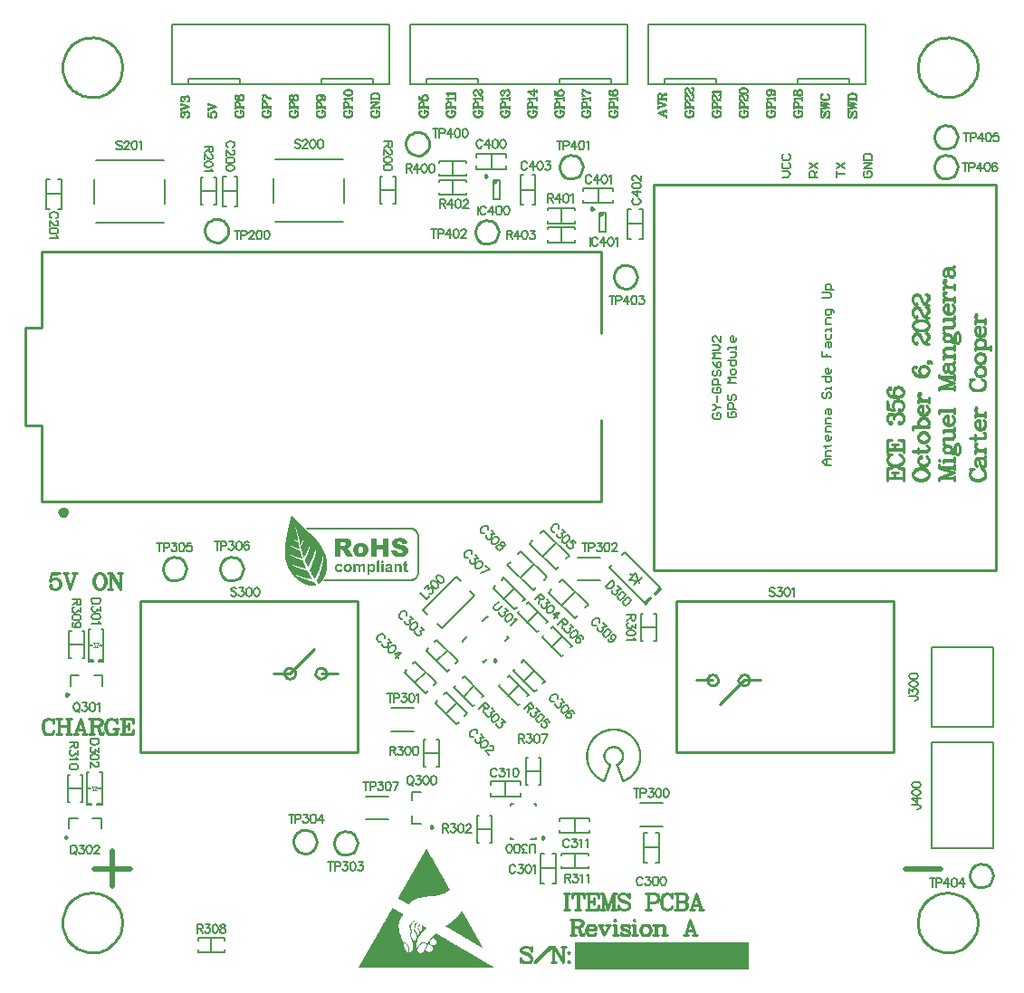
<source format=gto>
G04*
G04 #@! TF.GenerationSoftware,Altium Limited,Altium Designer,22.9.1 (49)*
G04*
G04 Layer_Color=65535*
%FSLAX25Y25*%
%MOIN*%
G70*
G04*
G04 #@! TF.SameCoordinates,9D3E2428-DCC5-4340-9D25-80E916FAB4BD*
G04*
G04*
G04 #@! TF.FilePolarity,Positive*
G04*
G01*
G75*
%ADD10C,0.01000*%
%ADD11C,0.00984*%
%ADD12C,0.02000*%
%ADD13C,0.00787*%
%ADD14C,0.00591*%
%ADD15C,0.00394*%
%ADD16C,0.01968*%
%ADD17R,0.64000X0.10000*%
G36*
X168894Y293437D02*
Y293124D01*
X168654Y292545D01*
X168211Y292102D01*
X167632Y291862D01*
X167319D01*
Y293437D01*
X168894Y293437D01*
D02*
G37*
G36*
X208063Y281437D02*
Y281124D01*
X207823Y280545D01*
X207380Y280102D01*
X206801Y279862D01*
X206488D01*
Y281437D01*
X208063Y281437D01*
D02*
G37*
G36*
X133700Y161244D02*
X134025D01*
Y161162D01*
X134431D01*
Y161081D01*
X134594D01*
Y161000D01*
X134756D01*
Y160919D01*
X134919D01*
Y160837D01*
X135000D01*
Y160756D01*
X135081D01*
Y160675D01*
X135162D01*
Y160594D01*
X135244D01*
Y160512D01*
X135325D01*
Y160431D01*
X135406D01*
Y160350D01*
X135487D01*
Y160106D01*
X135569D01*
Y159944D01*
X135650D01*
Y159700D01*
X135731D01*
Y159294D01*
X135244D01*
Y159213D01*
X133781D01*
Y159375D01*
X133700D01*
Y159619D01*
X133619D01*
Y159700D01*
X133537D01*
Y159781D01*
X133456D01*
Y159862D01*
X133375D01*
Y159944D01*
X133212D01*
Y160025D01*
X132400D01*
Y159944D01*
X132238D01*
Y159862D01*
X132156D01*
Y159781D01*
X132075D01*
Y159375D01*
X132156D01*
Y159213D01*
X132319D01*
Y159131D01*
X132481D01*
Y159050D01*
X132806D01*
Y158969D01*
X133212D01*
Y158888D01*
X133456D01*
Y158806D01*
X133862D01*
Y158725D01*
X134106D01*
Y158644D01*
X134350D01*
Y158563D01*
X134594D01*
Y158481D01*
X134756D01*
Y158400D01*
X134919D01*
Y158319D01*
X135000D01*
Y158238D01*
X135162D01*
Y158156D01*
X135325D01*
Y158075D01*
X135406D01*
Y157994D01*
X135487D01*
Y157913D01*
X135569D01*
Y157831D01*
X135650D01*
Y157669D01*
X135731D01*
Y157506D01*
X135812D01*
Y157425D01*
X135894D01*
Y157019D01*
X135975D01*
Y156206D01*
X135894D01*
Y155800D01*
X135812D01*
Y155719D01*
X135731D01*
Y155556D01*
X135650D01*
Y155394D01*
X135569D01*
Y155313D01*
X135487D01*
Y155150D01*
X135325D01*
Y155069D01*
X135244D01*
Y154988D01*
X135162D01*
Y154906D01*
X135081D01*
Y154825D01*
X135000D01*
Y154744D01*
X134837D01*
Y154663D01*
X134675D01*
Y154581D01*
X134512D01*
Y154500D01*
X134187D01*
Y154419D01*
X133862D01*
Y154338D01*
X131994D01*
Y154419D01*
X131669D01*
Y154500D01*
X131344D01*
Y154581D01*
X131181D01*
Y154663D01*
X131019D01*
Y154744D01*
X130856D01*
Y154825D01*
X130775D01*
Y154906D01*
X130694D01*
Y154988D01*
X130613D01*
Y155069D01*
X130531D01*
Y155150D01*
X130450D01*
Y155231D01*
X130369D01*
Y155313D01*
X130288D01*
Y155394D01*
X130206D01*
Y155556D01*
X130125D01*
Y155719D01*
X130044D01*
Y155963D01*
X129963D01*
Y156206D01*
X129881D01*
Y156694D01*
X130856D01*
Y156775D01*
X131831D01*
Y156613D01*
X131913D01*
Y156369D01*
X131994D01*
Y156206D01*
X132075D01*
Y156044D01*
X132156D01*
Y155963D01*
X132238D01*
Y155881D01*
X132400D01*
Y155800D01*
X132481D01*
Y155719D01*
X132887D01*
Y155638D01*
X133212D01*
Y155719D01*
X133537D01*
Y155800D01*
X133700D01*
Y155881D01*
X133781D01*
Y155963D01*
X133862D01*
Y156125D01*
X133944D01*
Y156613D01*
X133862D01*
Y156694D01*
X133781D01*
Y156775D01*
X133700D01*
Y156856D01*
X133619D01*
Y156938D01*
X133456D01*
Y157019D01*
X133212D01*
Y157100D01*
X132887D01*
Y157181D01*
X132644D01*
Y157263D01*
X132238D01*
Y157344D01*
X131994D01*
Y157425D01*
X131750D01*
Y157506D01*
X131506D01*
Y157588D01*
X131344D01*
Y157669D01*
X131181D01*
Y157750D01*
X131019D01*
Y157831D01*
X130856D01*
Y157913D01*
X130775D01*
Y157994D01*
X130694D01*
Y158075D01*
X130613D01*
Y158156D01*
X130531D01*
Y158238D01*
X130450D01*
Y158319D01*
X130369D01*
Y158481D01*
X130288D01*
Y158644D01*
X130206D01*
Y158888D01*
X130125D01*
Y159781D01*
X130206D01*
Y160025D01*
X130288D01*
Y160187D01*
X130369D01*
Y160269D01*
X130450D01*
Y160431D01*
X130531D01*
Y160512D01*
X130613D01*
Y160594D01*
X130694D01*
Y160675D01*
X130775D01*
Y160756D01*
X130856D01*
Y160837D01*
X131019D01*
Y160919D01*
X131100D01*
Y161000D01*
X131344D01*
Y161081D01*
X131506D01*
Y161162D01*
X131831D01*
Y161244D01*
X132238D01*
Y161325D01*
X133700D01*
Y161244D01*
D02*
G37*
G36*
X128825Y154500D02*
X128744D01*
Y154419D01*
X126794D01*
Y154500D01*
X126713D01*
Y155719D01*
Y155800D01*
Y157100D01*
X126631D01*
Y157181D01*
X124600D01*
Y157100D01*
X124519D01*
Y157019D01*
X124437D01*
Y154500D01*
X124356D01*
Y154419D01*
X122487D01*
Y154500D01*
X122406D01*
Y161162D01*
X124437D01*
Y158888D01*
X124600D01*
Y158806D01*
X126631D01*
Y158888D01*
X126713D01*
Y161081D01*
X126794D01*
Y161162D01*
X128825D01*
Y154500D01*
D02*
G37*
G36*
X113713Y161081D02*
X113875D01*
Y161000D01*
X114200D01*
Y160919D01*
X114281D01*
Y160837D01*
X114444D01*
Y160756D01*
X114525D01*
Y160675D01*
X114606D01*
Y160594D01*
X114688D01*
Y160512D01*
X114769D01*
Y160431D01*
X114850D01*
Y160269D01*
X114931D01*
Y160106D01*
X115013D01*
Y159781D01*
X115094D01*
Y158888D01*
X115013D01*
Y158563D01*
X114931D01*
Y158400D01*
X114850D01*
Y158238D01*
X114769D01*
Y158156D01*
X114688D01*
Y158075D01*
X114606D01*
Y157994D01*
X114525D01*
Y157913D01*
X114444D01*
Y157831D01*
X114363D01*
Y157750D01*
X114281D01*
Y157669D01*
X114119D01*
Y157588D01*
X113956D01*
Y157506D01*
X113713D01*
Y157263D01*
X113956D01*
Y157181D01*
X114038D01*
Y157100D01*
X114119D01*
Y157019D01*
X114200D01*
Y156938D01*
X114281D01*
Y156856D01*
X114363D01*
Y156775D01*
X114444D01*
Y156613D01*
X114525D01*
Y156531D01*
X114606D01*
Y156369D01*
X114688D01*
Y156206D01*
X114769D01*
Y156125D01*
X114850D01*
Y155881D01*
X114931D01*
Y155800D01*
X115013D01*
Y155556D01*
X115094D01*
Y155475D01*
X115175D01*
Y155313D01*
X115256D01*
Y155150D01*
X115338D01*
Y154988D01*
X115419D01*
Y154825D01*
X115500D01*
Y154663D01*
X115581D01*
Y154419D01*
X113306D01*
Y154500D01*
X113225D01*
Y154581D01*
Y154663D01*
X113144D01*
Y154744D01*
X113063D01*
Y154988D01*
X112981D01*
Y155069D01*
X112900D01*
Y155231D01*
X112819D01*
Y155394D01*
X112738D01*
Y155556D01*
X112656D01*
Y155719D01*
X112575D01*
Y155800D01*
X112494D01*
Y156044D01*
X112413D01*
Y156125D01*
X112331D01*
Y156288D01*
X112250D01*
Y156450D01*
X112169D01*
Y156531D01*
X112088D01*
Y156694D01*
X112006D01*
Y156856D01*
X111925D01*
Y156938D01*
X111844D01*
Y157019D01*
X111762D01*
Y157100D01*
X111519D01*
Y157181D01*
X111194D01*
Y157100D01*
X111112D01*
Y154500D01*
X111031D01*
Y154419D01*
X109081D01*
Y154500D01*
X109000D01*
Y161162D01*
X113713D01*
Y161081D01*
D02*
G37*
G36*
X118994Y159375D02*
X119481D01*
Y159294D01*
X119725D01*
Y159213D01*
X119969D01*
Y159131D01*
X120131D01*
Y159050D01*
X120294D01*
Y158969D01*
X120375D01*
Y158888D01*
X120456D01*
Y158806D01*
X120537D01*
Y158725D01*
X120619D01*
Y158644D01*
X120700D01*
Y158563D01*
X120781D01*
Y158481D01*
X120862D01*
Y158400D01*
X120944D01*
Y158238D01*
X121025D01*
Y158156D01*
X121106D01*
Y157913D01*
X121187D01*
Y157750D01*
X121269D01*
Y157263D01*
X121350D01*
Y156531D01*
X121269D01*
Y156450D01*
Y156044D01*
X121187D01*
Y155881D01*
X121106D01*
Y155638D01*
X121025D01*
Y155556D01*
X120944D01*
Y155394D01*
X120862D01*
Y155313D01*
X120781D01*
Y155231D01*
X120700D01*
Y155150D01*
X120619D01*
Y155069D01*
X120537D01*
Y154988D01*
X120456D01*
Y154906D01*
X120375D01*
Y154825D01*
X120294D01*
Y154744D01*
X120131D01*
Y154663D01*
X119969D01*
Y154581D01*
X119806D01*
Y154500D01*
X119562D01*
Y154419D01*
X119237D01*
Y154338D01*
X117775D01*
Y154419D01*
X117531D01*
Y154500D01*
X117288D01*
Y154581D01*
X117044D01*
Y154663D01*
X116963D01*
Y154744D01*
X116800D01*
Y154825D01*
X116719D01*
Y154906D01*
X116556D01*
Y154988D01*
X116475D01*
Y155069D01*
X116394D01*
Y155150D01*
X116313D01*
Y155231D01*
X116231D01*
Y155394D01*
X116150D01*
Y155475D01*
X116069D01*
Y155556D01*
X115988D01*
Y155800D01*
X115906D01*
Y155963D01*
X115825D01*
Y156288D01*
X115744D01*
Y157425D01*
X115825D01*
Y157831D01*
X115906D01*
Y157994D01*
X115988D01*
Y158156D01*
X116069D01*
Y158319D01*
X116150D01*
Y158400D01*
X116231D01*
Y158481D01*
X116313D01*
Y158563D01*
X116394D01*
Y158725D01*
X116475D01*
Y158806D01*
X116638D01*
Y158888D01*
X116719D01*
Y158969D01*
X116800D01*
Y159050D01*
X116963D01*
Y159131D01*
X117125D01*
Y159213D01*
X117369D01*
Y159294D01*
X117531D01*
Y159375D01*
X118019D01*
Y159456D01*
X118994D01*
Y159375D01*
D02*
G37*
G36*
X126875Y152794D02*
X126956D01*
Y152713D01*
Y152631D01*
Y152306D01*
X126875D01*
Y152225D01*
X126794D01*
Y152144D01*
X126631D01*
Y152225D01*
X126388D01*
Y152144D01*
X126306D01*
Y152225D01*
X126144D01*
Y152875D01*
X126225D01*
Y152956D01*
X126875D01*
Y152794D01*
D02*
G37*
G36*
X133131Y151737D02*
X133212D01*
Y151656D01*
X133375D01*
Y151575D01*
X133456D01*
Y151494D01*
X133537D01*
Y151412D01*
Y151250D01*
X133619D01*
Y148812D01*
X132887D01*
Y148975D01*
X132806D01*
Y151006D01*
X132725D01*
Y151087D01*
X132644D01*
Y151169D01*
X132562D01*
Y151250D01*
X132156D01*
Y151169D01*
X131994D01*
Y151087D01*
X131913D01*
Y151006D01*
X131831D01*
Y150844D01*
X131750D01*
Y148894D01*
X131669D01*
Y148812D01*
X131019D01*
Y148894D01*
X130938D01*
Y151737D01*
X131019D01*
Y151819D01*
X131588D01*
Y151737D01*
X131669D01*
Y151494D01*
X131831D01*
Y151575D01*
X131913D01*
Y151656D01*
X132075D01*
Y151737D01*
X132156D01*
Y151819D01*
X133131D01*
Y151737D01*
D02*
G37*
G36*
X123137D02*
X123219D01*
Y151656D01*
X123381D01*
Y151575D01*
X123462D01*
Y151494D01*
X123544D01*
Y151412D01*
X123625D01*
Y151250D01*
X123706D01*
Y151169D01*
X123787D01*
Y150844D01*
X123869D01*
Y149706D01*
X123787D01*
Y149462D01*
X123706D01*
Y149300D01*
X123625D01*
Y149219D01*
X123544D01*
Y149137D01*
X123462D01*
Y149056D01*
X123381D01*
Y148975D01*
X123300D01*
Y148894D01*
X123137D01*
Y148812D01*
X122975D01*
Y148731D01*
X122325D01*
Y148812D01*
X122162D01*
Y148894D01*
X122081D01*
Y148975D01*
X121919D01*
Y149056D01*
X121837D01*
Y148894D01*
X121756D01*
Y148812D01*
X121837D01*
Y147756D01*
X121756D01*
Y147675D01*
X121025D01*
Y147837D01*
X120944D01*
Y148000D01*
X121025D01*
Y151494D01*
X120944D01*
Y151656D01*
X121025D01*
Y151737D01*
X121106D01*
Y151819D01*
X121594D01*
Y151737D01*
X121675D01*
Y151656D01*
X121756D01*
Y151494D01*
X121837D01*
Y151575D01*
X122000D01*
Y151656D01*
X122081D01*
Y151737D01*
X122244D01*
Y151819D01*
X123137D01*
Y151737D01*
D02*
G37*
G36*
X119725D02*
X119806D01*
Y151656D01*
X119969D01*
Y151575D01*
X120050D01*
Y151412D01*
X120131D01*
Y151250D01*
X120212D01*
Y148894D01*
X120131D01*
Y148812D01*
X119481D01*
Y150600D01*
X119400D01*
Y151006D01*
X119319D01*
Y151169D01*
X119156D01*
Y151250D01*
X118831D01*
Y151169D01*
X118669D01*
Y151087D01*
X118588D01*
Y150925D01*
X118506D01*
Y150600D01*
X118425D01*
Y148894D01*
X118344D01*
Y148812D01*
X117694D01*
Y148894D01*
X117613D01*
Y151006D01*
X117531D01*
Y151169D01*
X117369D01*
Y151250D01*
X117044D01*
Y151169D01*
X116881D01*
Y151087D01*
X116800D01*
Y151006D01*
X116719D01*
Y150762D01*
X116638D01*
Y148894D01*
X116556D01*
Y148812D01*
X115906D01*
Y148894D01*
X115825D01*
Y151737D01*
X115906D01*
Y151819D01*
X116475D01*
Y151737D01*
X116556D01*
Y151575D01*
X116638D01*
Y151494D01*
X116719D01*
Y151575D01*
X116800D01*
Y151656D01*
X116963D01*
Y151737D01*
X117044D01*
Y151819D01*
X117938D01*
Y151737D01*
X118100D01*
Y151656D01*
X118181D01*
Y151575D01*
X118263D01*
Y151494D01*
X118506D01*
Y151575D01*
X118588D01*
Y151656D01*
X118669D01*
Y151737D01*
X118831D01*
Y151819D01*
X119725D01*
Y151737D01*
D02*
G37*
G36*
X111031D02*
X111194D01*
Y151656D01*
X111356D01*
Y151575D01*
X111437D01*
Y151494D01*
X111519D01*
Y151331D01*
X111600D01*
Y151250D01*
X111681D01*
Y151087D01*
X111762D01*
Y150925D01*
X111681D01*
Y150844D01*
X111194D01*
Y150762D01*
X111112D01*
Y150844D01*
X110950D01*
Y151006D01*
X110869D01*
Y151087D01*
X110787D01*
Y151169D01*
X110625D01*
Y151250D01*
X110300D01*
Y151169D01*
X110137D01*
Y151087D01*
X110056D01*
Y151006D01*
X109975D01*
Y150925D01*
X109894D01*
Y150681D01*
X109812D01*
Y149950D01*
X109894D01*
Y149787D01*
X109975D01*
Y149625D01*
X110056D01*
Y149544D01*
X110137D01*
Y149462D01*
X110300D01*
Y149381D01*
X110625D01*
Y149462D01*
X110869D01*
Y149625D01*
X110950D01*
Y149787D01*
X111031D01*
Y149869D01*
X111681D01*
Y149787D01*
X111762D01*
Y149462D01*
X111681D01*
Y149300D01*
X111600D01*
Y149219D01*
X111519D01*
Y149137D01*
X111437D01*
Y149056D01*
X111356D01*
Y148975D01*
X111275D01*
Y148894D01*
X111112D01*
Y148812D01*
X110869D01*
Y148731D01*
X110056D01*
Y148812D01*
X109812D01*
Y148894D01*
X109650D01*
Y148975D01*
X109569D01*
Y149056D01*
X109406D01*
Y149219D01*
X109325D01*
Y149300D01*
X109244D01*
Y149381D01*
X109162D01*
Y149625D01*
X109081D01*
Y149787D01*
X109000D01*
Y150762D01*
X109081D01*
Y151006D01*
X109162D01*
Y151169D01*
X109244D01*
Y151331D01*
X109325D01*
Y151412D01*
X109406D01*
Y151494D01*
X109487D01*
Y151575D01*
X109569D01*
Y151656D01*
X109731D01*
Y151737D01*
X109894D01*
Y151819D01*
X111031D01*
Y151737D01*
D02*
G37*
G36*
X129638D02*
X129719D01*
Y151656D01*
X129881D01*
Y151575D01*
X129963D01*
Y151494D01*
X130044D01*
Y151250D01*
X130125D01*
Y150844D01*
X130206D01*
Y150519D01*
X130125D01*
Y149544D01*
X130206D01*
Y148975D01*
X130288D01*
Y148894D01*
X130206D01*
Y148812D01*
X129556D01*
Y148894D01*
X129475D01*
Y149056D01*
X129313D01*
Y148975D01*
X129231D01*
Y148894D01*
X129069D01*
Y148812D01*
X128825D01*
Y148731D01*
X128175D01*
Y148812D01*
X128013D01*
Y148894D01*
X127850D01*
Y148975D01*
X127769D01*
Y149056D01*
X127688D01*
Y149137D01*
X127606D01*
Y149300D01*
X127525D01*
Y149950D01*
X127606D01*
Y150031D01*
X127688D01*
Y150194D01*
X127769D01*
Y150275D01*
X127850D01*
Y150356D01*
X128013D01*
Y150437D01*
X128256D01*
Y150519D01*
X128581D01*
Y150600D01*
X128988D01*
Y150681D01*
X129231D01*
Y150762D01*
X129313D01*
Y150844D01*
X129394D01*
Y150925D01*
X129313D01*
Y151087D01*
X129231D01*
Y151169D01*
X129150D01*
Y151250D01*
X128581D01*
Y151169D01*
X128500D01*
Y151087D01*
X128419D01*
Y151006D01*
X128338D01*
Y150925D01*
X127850D01*
Y151006D01*
X127688D01*
Y151331D01*
X127769D01*
Y151412D01*
X127850D01*
Y151575D01*
X128013D01*
Y151656D01*
X128094D01*
Y151737D01*
X128256D01*
Y151819D01*
X129638D01*
Y151737D01*
D02*
G37*
G36*
X126875Y151656D02*
X126956D01*
Y149544D01*
Y149462D01*
Y148894D01*
X126875D01*
Y148812D01*
X126144D01*
Y151737D01*
X126225D01*
Y151819D01*
X126875D01*
Y151656D01*
D02*
G37*
G36*
X125250Y152875D02*
X125331D01*
Y148894D01*
X125250D01*
Y148812D01*
X124600D01*
Y148894D01*
X124519D01*
Y150275D01*
Y150356D01*
Y152875D01*
X124600D01*
Y152956D01*
X125250D01*
Y152875D01*
D02*
G37*
G36*
X135244Y152713D02*
X135325D01*
Y152631D01*
Y152550D01*
Y151819D01*
X135731D01*
Y151737D01*
X135812D01*
Y151250D01*
X135731D01*
Y151169D01*
X135325D01*
Y149462D01*
X135731D01*
Y149381D01*
X135812D01*
Y149300D01*
X135894D01*
Y148894D01*
X135812D01*
Y148812D01*
X135650D01*
Y148731D01*
X134919D01*
Y148812D01*
X134756D01*
Y148894D01*
X134675D01*
Y148975D01*
X134594D01*
Y149137D01*
X134512D01*
Y151087D01*
X134431D01*
Y151169D01*
X134187D01*
Y151250D01*
X134106D01*
Y151737D01*
X134187D01*
Y151819D01*
X134431D01*
Y151900D01*
X134512D01*
Y152387D01*
X134594D01*
Y152469D01*
X134675D01*
Y152550D01*
X134837D01*
Y152631D01*
X135000D01*
Y152713D01*
X135081D01*
Y152794D01*
X135244D01*
Y152713D01*
D02*
G37*
G36*
X114281Y151737D02*
X114444D01*
Y151656D01*
X114606D01*
Y151575D01*
X114688D01*
Y151494D01*
X114769D01*
Y151412D01*
X114850D01*
Y151331D01*
X114931D01*
Y151250D01*
X115013D01*
Y151169D01*
X115094D01*
Y151006D01*
X115175D01*
Y150844D01*
X115256D01*
Y149787D01*
X115175D01*
Y149625D01*
X115094D01*
Y149462D01*
X115013D01*
Y149300D01*
X114931D01*
Y149219D01*
X114850D01*
Y149137D01*
X114769D01*
Y149056D01*
X114688D01*
Y148975D01*
X114525D01*
Y148894D01*
X114363D01*
Y148812D01*
X114119D01*
Y148731D01*
X113388D01*
Y148812D01*
X113144D01*
Y148894D01*
X112900D01*
Y148975D01*
X112819D01*
Y149056D01*
X112656D01*
Y149137D01*
X112575D01*
Y149219D01*
X112494D01*
Y149381D01*
X112413D01*
Y149462D01*
X112331D01*
Y149706D01*
X112250D01*
Y150031D01*
X112169D01*
Y150194D01*
Y150275D01*
Y150519D01*
X112250D01*
Y150844D01*
X112331D01*
Y151087D01*
X112413D01*
Y151169D01*
X112494D01*
Y151331D01*
X112575D01*
Y151412D01*
X112656D01*
Y151494D01*
X112738D01*
Y151575D01*
X112900D01*
Y151656D01*
X112981D01*
Y151737D01*
X113144D01*
Y151819D01*
X114281D01*
Y151737D01*
D02*
G37*
G36*
X137437Y165062D02*
X137762D01*
Y164981D01*
X138006D01*
Y164900D01*
X138169D01*
Y164819D01*
X138412D01*
Y164737D01*
X138494D01*
Y164656D01*
X138656D01*
Y164575D01*
X138737D01*
Y164494D01*
X138819D01*
Y164412D01*
X138981D01*
Y164250D01*
X139144D01*
Y164169D01*
X139225D01*
Y164006D01*
X139306D01*
Y163925D01*
X139388D01*
Y163844D01*
X139469D01*
Y163762D01*
X139550D01*
Y163600D01*
X139631D01*
Y163437D01*
X139713D01*
Y163275D01*
X139794D01*
Y163031D01*
X139875D01*
Y162869D01*
X139956D01*
Y162381D01*
X140038D01*
Y148162D01*
X139956D01*
Y147675D01*
X139875D01*
Y147512D01*
X139794D01*
Y147269D01*
X139713D01*
Y147106D01*
X139631D01*
Y147025D01*
X139550D01*
Y146862D01*
X139469D01*
Y146781D01*
X139388D01*
Y146619D01*
X139306D01*
Y146537D01*
X139225D01*
Y146456D01*
X139144D01*
Y146375D01*
X139062D01*
Y146294D01*
X138981D01*
Y146212D01*
X138900D01*
Y146131D01*
X138819D01*
Y146050D01*
X138737D01*
Y145969D01*
X138575D01*
Y145887D01*
X138494D01*
Y145806D01*
X138331D01*
Y145725D01*
X138169D01*
Y145644D01*
X138006D01*
Y145563D01*
X137681D01*
Y145481D01*
X137437D01*
Y145400D01*
X104775D01*
Y145563D01*
X104856D01*
Y145644D01*
X104938D01*
Y145725D01*
X105019D01*
Y145887D01*
X105100D01*
Y145969D01*
X105181D01*
Y146131D01*
X137112D01*
Y146212D01*
X137437D01*
Y146294D01*
X137762D01*
Y146375D01*
X137844D01*
Y146456D01*
X138006D01*
Y146537D01*
X138169D01*
Y146619D01*
X138250D01*
Y146700D01*
X138412D01*
Y146781D01*
X138494D01*
Y146862D01*
X138575D01*
Y146944D01*
X138656D01*
Y147025D01*
X138737D01*
Y147106D01*
X138819D01*
Y147269D01*
X138900D01*
Y147431D01*
X138981D01*
Y147512D01*
X139062D01*
Y147756D01*
X139144D01*
Y147837D01*
X139225D01*
Y148244D01*
X139306D01*
Y162300D01*
X139225D01*
Y162706D01*
X139144D01*
Y162869D01*
X139062D01*
Y163031D01*
X138981D01*
Y163194D01*
X138900D01*
Y163275D01*
X138819D01*
Y163437D01*
X138737D01*
Y163519D01*
X138656D01*
Y163600D01*
X138575D01*
Y163681D01*
X138494D01*
Y163762D01*
X138412D01*
Y163844D01*
X138331D01*
Y163925D01*
X138169D01*
Y164006D01*
X138087D01*
Y164087D01*
X137925D01*
Y164169D01*
X137762D01*
Y164250D01*
X137600D01*
Y164331D01*
X137031D01*
Y164412D01*
X98925D01*
Y164494D01*
X98763D01*
Y164575D01*
X98681D01*
Y164656D01*
X98600D01*
Y164737D01*
X98519D01*
Y164819D01*
X98438D01*
Y164900D01*
X98356D01*
Y164981D01*
X98275D01*
Y165062D01*
X98194D01*
Y165144D01*
X137437D01*
Y165062D01*
D02*
G37*
G36*
X93156Y169613D02*
X93238D01*
Y169450D01*
X93319D01*
Y169369D01*
X93400D01*
Y169288D01*
X93481D01*
Y169206D01*
X93563D01*
Y169125D01*
X93644D01*
Y169044D01*
X93725D01*
Y168963D01*
X93806D01*
Y168881D01*
X93888D01*
Y168800D01*
X93969D01*
Y168719D01*
X94050D01*
Y168638D01*
X94131D01*
Y168556D01*
X94213D01*
Y168475D01*
X94294D01*
Y168394D01*
X94375D01*
Y168313D01*
X94456D01*
Y168231D01*
X94538D01*
Y168150D01*
X94619D01*
Y168069D01*
X94700D01*
Y167988D01*
X94781D01*
Y167906D01*
X94863D01*
Y167825D01*
X94944D01*
Y167744D01*
X95025D01*
Y167663D01*
X95106D01*
Y167500D01*
X95187D01*
Y167419D01*
X95269D01*
Y167338D01*
X95350D01*
Y167256D01*
X95431D01*
Y167175D01*
X95512D01*
Y167094D01*
X95594D01*
Y167013D01*
X95675D01*
Y166931D01*
X95756D01*
Y166850D01*
X95837D01*
Y166769D01*
X95919D01*
Y166688D01*
X96000D01*
Y166606D01*
X96081D01*
Y166525D01*
X96162D01*
Y166444D01*
X96244D01*
Y166363D01*
X96325D01*
Y166281D01*
X96406D01*
Y166200D01*
X96487D01*
Y166119D01*
X96569D01*
Y166037D01*
X96650D01*
Y165956D01*
X96731D01*
Y165875D01*
X96812D01*
Y165794D01*
X96894D01*
Y165712D01*
X96975D01*
Y165631D01*
X97056D01*
Y165550D01*
X97137D01*
Y165469D01*
X97300D01*
Y165387D01*
X97381D01*
Y165306D01*
X97462D01*
Y165225D01*
X97544D01*
Y165144D01*
X97625D01*
Y165062D01*
X97706D01*
Y164981D01*
X97787D01*
Y164900D01*
X97869D01*
Y164819D01*
X97950D01*
Y164737D01*
X98031D01*
Y164656D01*
X98112D01*
Y164575D01*
X98194D01*
Y164494D01*
X98275D01*
Y164412D01*
X98356D01*
Y164331D01*
X98438D01*
Y164250D01*
X98519D01*
Y164169D01*
X98600D01*
Y164087D01*
X98763D01*
Y164006D01*
X98844D01*
Y163925D01*
X98925D01*
Y163844D01*
X99006D01*
Y163762D01*
X99088D01*
Y163681D01*
X99169D01*
Y163600D01*
X99250D01*
Y163519D01*
X99331D01*
Y163437D01*
X99413D01*
Y163356D01*
X99494D01*
Y163275D01*
X99656D01*
Y163194D01*
X99738D01*
Y163112D01*
X99819D01*
Y163031D01*
X99900D01*
Y162950D01*
X99981D01*
Y162869D01*
X100063D01*
Y162787D01*
X100144D01*
Y162706D01*
X100225D01*
Y162625D01*
X100388D01*
Y162544D01*
X100469D01*
Y162462D01*
X100550D01*
Y162381D01*
X100631D01*
Y162300D01*
X100713D01*
Y162219D01*
X100794D01*
Y162137D01*
X100875D01*
Y162056D01*
X100956D01*
Y161975D01*
X101038D01*
Y161894D01*
X101119D01*
Y161812D01*
X101200D01*
Y161731D01*
X101281D01*
Y161650D01*
X101363D01*
Y161569D01*
X101444D01*
Y161487D01*
X101525D01*
Y161406D01*
X101606D01*
Y161325D01*
X101688D01*
Y161244D01*
X101769D01*
Y161162D01*
X101850D01*
Y161081D01*
X101931D01*
Y160919D01*
X102013D01*
Y160837D01*
X102094D01*
Y160756D01*
X102175D01*
Y160675D01*
X102256D01*
Y160594D01*
X102338D01*
Y160431D01*
X102419D01*
Y160350D01*
X102500D01*
Y160269D01*
X102581D01*
Y160187D01*
X102663D01*
Y160106D01*
X102744D01*
Y159944D01*
X102825D01*
Y159862D01*
X102906D01*
Y159700D01*
X102988D01*
Y159619D01*
X103069D01*
Y159537D01*
X103150D01*
Y159375D01*
X103231D01*
Y159294D01*
X103313D01*
Y159131D01*
X103394D01*
Y159050D01*
X103475D01*
Y158969D01*
X103556D01*
Y158806D01*
X103638D01*
Y158725D01*
X103719D01*
Y158563D01*
X103800D01*
Y158481D01*
X103881D01*
Y158319D01*
X103963D01*
Y158238D01*
X104044D01*
Y158075D01*
X104125D01*
Y157913D01*
X104206D01*
Y157831D01*
X104288D01*
Y157669D01*
X104369D01*
Y157506D01*
X104450D01*
Y157344D01*
X104531D01*
Y157181D01*
X104613D01*
Y157100D01*
X104694D01*
Y156856D01*
X104775D01*
Y156775D01*
X104856D01*
Y156531D01*
X104938D01*
Y156450D01*
X105019D01*
Y156206D01*
X105100D01*
Y156044D01*
X105181D01*
Y155881D01*
X105262D01*
Y155638D01*
X105344D01*
Y155475D01*
X105425D01*
Y155231D01*
X105506D01*
Y154988D01*
X105587D01*
Y154744D01*
X105669D01*
Y154500D01*
X105750D01*
Y154256D01*
X105831D01*
Y153850D01*
X105912D01*
Y153606D01*
X105994D01*
Y153119D01*
X106075D01*
Y152469D01*
X106156D01*
Y150356D01*
X106075D01*
Y149787D01*
X105994D01*
Y149300D01*
X105912D01*
Y149056D01*
X105831D01*
Y148650D01*
X105750D01*
Y148406D01*
X105669D01*
Y148081D01*
X105587D01*
Y147837D01*
X105506D01*
Y147675D01*
X105425D01*
Y147431D01*
X105344D01*
Y147269D01*
X105262D01*
Y147025D01*
X105181D01*
Y146862D01*
X105100D01*
Y146700D01*
X105019D01*
Y146537D01*
X104938D01*
Y146456D01*
X104856D01*
Y146212D01*
X104775D01*
Y146131D01*
X104694D01*
Y145969D01*
X104613D01*
Y145887D01*
X104531D01*
Y145725D01*
X104450D01*
Y145644D01*
X104369D01*
Y145563D01*
X104288D01*
Y145400D01*
X104206D01*
Y145319D01*
X104125D01*
Y145238D01*
X104044D01*
Y145156D01*
X103963D01*
Y145075D01*
X103881D01*
Y144994D01*
X103800D01*
Y144913D01*
X103719D01*
Y144831D01*
X103638D01*
Y144750D01*
X103556D01*
Y144669D01*
X103475D01*
Y144588D01*
X103313D01*
Y144506D01*
X103231D01*
Y144425D01*
X103069D01*
Y144344D01*
X102988D01*
Y144425D01*
X102906D01*
Y144506D01*
X102825D01*
Y144669D01*
X102744D01*
Y144750D01*
X102663D01*
Y144831D01*
X102581D01*
Y144994D01*
X102500D01*
Y145156D01*
X102419D01*
Y145319D01*
X102338D01*
Y145400D01*
X102256D01*
Y145644D01*
X102338D01*
Y145806D01*
X102419D01*
Y145969D01*
X102500D01*
Y146050D01*
X102581D01*
Y146294D01*
X102663D01*
Y146456D01*
X102744D01*
Y146619D01*
X102825D01*
Y146781D01*
X102906D01*
Y146944D01*
X102988D01*
Y147187D01*
X103069D01*
Y147350D01*
X103150D01*
Y147512D01*
X103231D01*
Y147756D01*
X103313D01*
Y147919D01*
X103394D01*
Y148162D01*
X103475D01*
Y148325D01*
X103556D01*
Y148650D01*
X103638D01*
Y148812D01*
X103719D01*
Y149056D01*
X103800D01*
Y149300D01*
X103881D01*
Y149544D01*
X103963D01*
Y149869D01*
X104044D01*
Y150031D01*
X104125D01*
Y150437D01*
X104206D01*
Y150681D01*
X104288D01*
Y151006D01*
X104369D01*
Y151412D01*
X104450D01*
Y151737D01*
X104531D01*
Y152306D01*
X104613D01*
Y152631D01*
X104694D01*
Y153200D01*
X104775D01*
Y154013D01*
X104856D01*
Y154744D01*
X104694D01*
Y154581D01*
X104613D01*
Y154338D01*
X104531D01*
Y154094D01*
X104450D01*
Y153525D01*
X104369D01*
Y153281D01*
X104288D01*
Y152875D01*
X104206D01*
Y152550D01*
X104125D01*
Y152306D01*
X104044D01*
Y151900D01*
X103963D01*
Y151737D01*
X103881D01*
Y151331D01*
X103800D01*
Y151169D01*
X103719D01*
Y150844D01*
X103638D01*
Y150681D01*
X103556D01*
Y150437D01*
X103475D01*
Y150194D01*
X103394D01*
Y150031D01*
X103313D01*
Y149787D01*
X103231D01*
Y149544D01*
X103150D01*
Y149381D01*
X103069D01*
Y149137D01*
X102988D01*
Y149056D01*
X102906D01*
Y148731D01*
X102825D01*
Y148650D01*
X102744D01*
Y148406D01*
X102663D01*
Y148244D01*
X102581D01*
Y148081D01*
X102500D01*
Y147837D01*
X102419D01*
Y147756D01*
X102338D01*
Y147512D01*
X102256D01*
Y147431D01*
X102175D01*
Y147269D01*
X102094D01*
Y147106D01*
X102013D01*
Y146944D01*
X101931D01*
Y146781D01*
X101850D01*
Y146619D01*
X101769D01*
Y146456D01*
X101688D01*
Y146375D01*
X101606D01*
Y146456D01*
X101525D01*
Y146537D01*
X101444D01*
Y146700D01*
X101363D01*
Y146781D01*
X101281D01*
Y146862D01*
X101200D01*
Y147025D01*
X101119D01*
Y147106D01*
X101038D01*
Y147269D01*
X100956D01*
Y147350D01*
X100875D01*
Y147512D01*
X100794D01*
Y147675D01*
X100713D01*
Y147756D01*
X100631D01*
Y147919D01*
X100550D01*
Y148000D01*
X100469D01*
Y148162D01*
X100388D01*
Y148325D01*
X100306D01*
Y148406D01*
X100225D01*
Y148650D01*
X100144D01*
Y148731D01*
X100063D01*
Y148894D01*
X99981D01*
Y149056D01*
X99900D01*
Y149219D01*
X99819D01*
Y149381D01*
X99738D01*
Y149706D01*
X99819D01*
Y149869D01*
X99900D01*
Y150031D01*
X99981D01*
Y150194D01*
X100063D01*
Y150437D01*
X100144D01*
Y150519D01*
X100225D01*
Y150762D01*
X100306D01*
Y150925D01*
X100388D01*
Y151087D01*
X100469D01*
Y151331D01*
X100550D01*
Y151412D01*
X100631D01*
Y151737D01*
X100713D01*
Y151900D01*
X100794D01*
Y152144D01*
X100875D01*
Y152306D01*
X100956D01*
Y152469D01*
X101038D01*
Y152794D01*
X101119D01*
Y152956D01*
X101200D01*
Y153281D01*
X101281D01*
Y153444D01*
X101363D01*
Y153688D01*
X101444D01*
Y154013D01*
X101525D01*
Y154175D01*
X101606D01*
Y154581D01*
X101688D01*
Y154744D01*
X101769D01*
Y155150D01*
X101850D01*
Y155475D01*
X101931D01*
Y155719D01*
X102013D01*
Y156125D01*
X102094D01*
Y156450D01*
X102175D01*
Y157019D01*
X102256D01*
Y157263D01*
X102175D01*
Y157344D01*
X102094D01*
Y157263D01*
X102013D01*
Y157181D01*
X101931D01*
Y156856D01*
X101850D01*
Y156694D01*
X101769D01*
Y156450D01*
X101688D01*
Y156125D01*
X101606D01*
Y155963D01*
X101525D01*
Y155719D01*
X101444D01*
Y155475D01*
X101363D01*
Y155231D01*
X101281D01*
Y155069D01*
X101200D01*
Y154825D01*
X101119D01*
Y154581D01*
X101038D01*
Y154500D01*
X100956D01*
Y154175D01*
X100875D01*
Y154094D01*
X100794D01*
Y153850D01*
X100713D01*
Y153688D01*
X100631D01*
Y153525D01*
X100550D01*
Y153281D01*
X100469D01*
Y153119D01*
X100388D01*
Y152875D01*
X100306D01*
Y152794D01*
X100225D01*
Y152631D01*
X100144D01*
Y152387D01*
X100063D01*
Y152306D01*
X99981D01*
Y152062D01*
X99900D01*
Y151981D01*
X99819D01*
Y151737D01*
X99738D01*
Y151656D01*
X99656D01*
Y151494D01*
X99575D01*
Y151331D01*
X99494D01*
Y151169D01*
X99413D01*
Y151006D01*
X99331D01*
Y150844D01*
X99250D01*
Y150681D01*
X99169D01*
Y150600D01*
X99088D01*
Y150681D01*
X99006D01*
Y150844D01*
X98925D01*
Y151006D01*
X98844D01*
Y151169D01*
X98763D01*
Y151331D01*
X98681D01*
Y151575D01*
X98600D01*
Y151656D01*
X98519D01*
Y151900D01*
X98438D01*
Y152062D01*
X98356D01*
Y152225D01*
X98275D01*
Y152469D01*
X98194D01*
Y152631D01*
X98112D01*
Y152956D01*
X98031D01*
Y153119D01*
X97950D01*
Y153444D01*
X98031D01*
Y153525D01*
X98112D01*
Y153688D01*
X98194D01*
Y153850D01*
X98275D01*
Y154013D01*
X98356D01*
Y154175D01*
X98438D01*
Y154256D01*
X98519D01*
Y154500D01*
X98600D01*
Y154581D01*
X98681D01*
Y154825D01*
X98763D01*
Y154988D01*
X98844D01*
Y155150D01*
X98925D01*
Y155313D01*
X99006D01*
Y155475D01*
X99088D01*
Y155800D01*
X99169D01*
Y155963D01*
X99250D01*
Y156206D01*
X99331D01*
Y156450D01*
X99413D01*
Y156694D01*
X99494D01*
Y157019D01*
X99575D01*
Y157263D01*
X99656D01*
Y157750D01*
X99738D01*
Y157994D01*
X99819D01*
Y158319D01*
X99656D01*
Y158156D01*
X99575D01*
Y157994D01*
X99494D01*
Y157913D01*
X99413D01*
Y157669D01*
X99331D01*
Y157425D01*
X99250D01*
Y157344D01*
Y157263D01*
X99169D01*
Y157019D01*
X99088D01*
Y156938D01*
X99006D01*
Y156694D01*
X98925D01*
Y156531D01*
X98844D01*
Y156369D01*
X98763D01*
Y156206D01*
X98681D01*
Y156044D01*
X98600D01*
Y155881D01*
X98519D01*
Y155719D01*
X98438D01*
Y155556D01*
X98356D01*
Y155394D01*
X98275D01*
Y155231D01*
X98194D01*
Y155069D01*
X98112D01*
Y154988D01*
X98031D01*
Y154825D01*
X97950D01*
Y154744D01*
X97869D01*
Y154581D01*
X97787D01*
Y154419D01*
X97706D01*
Y154256D01*
X97625D01*
Y154175D01*
X97544D01*
Y154256D01*
X97462D01*
Y154581D01*
X97381D01*
Y154744D01*
X97300D01*
Y155069D01*
X97219D01*
Y155231D01*
X97137D01*
Y155638D01*
X97056D01*
Y155800D01*
X96975D01*
Y156125D01*
X96894D01*
Y156369D01*
X96812D01*
Y156613D01*
X96731D01*
Y157019D01*
X96650D01*
Y157181D01*
X96569D01*
Y157588D01*
X96487D01*
Y157831D01*
X96406D01*
Y158238D01*
X96487D01*
Y158400D01*
X96569D01*
Y158481D01*
X96650D01*
Y158644D01*
X96731D01*
Y158806D01*
X96812D01*
Y158888D01*
X96894D01*
Y159050D01*
X96975D01*
Y159294D01*
X97056D01*
Y159375D01*
X97137D01*
Y159619D01*
X97219D01*
Y159781D01*
X97300D01*
Y160106D01*
X97381D01*
Y160269D01*
X97462D01*
Y160756D01*
X97300D01*
Y160512D01*
X97219D01*
Y160350D01*
X97137D01*
Y160269D01*
X97056D01*
Y160025D01*
X96975D01*
Y159862D01*
X96894D01*
Y159700D01*
X96812D01*
Y159537D01*
X96731D01*
Y159456D01*
X96650D01*
Y159294D01*
X96569D01*
Y159213D01*
X96487D01*
Y159050D01*
X96406D01*
Y158888D01*
X96325D01*
Y158806D01*
X96162D01*
Y159375D01*
X96081D01*
Y159781D01*
X96000D01*
Y160187D01*
X95919D01*
Y160675D01*
X95837D01*
Y161000D01*
X95756D01*
Y161487D01*
X95675D01*
Y161731D01*
X95594D01*
Y162219D01*
X95512D01*
Y162462D01*
X95431D01*
Y162706D01*
X95350D01*
Y163194D01*
X95269D01*
Y163275D01*
X95187D01*
Y163844D01*
X95106D01*
Y163925D01*
X95025D01*
Y164087D01*
X94944D01*
Y164575D01*
X94863D01*
Y164656D01*
X94781D01*
Y165062D01*
X94700D01*
Y165225D01*
X94538D01*
Y164737D01*
X94619D01*
Y164656D01*
X94700D01*
Y164087D01*
X94781D01*
Y163925D01*
X94863D01*
Y163600D01*
X94944D01*
Y163112D01*
X95025D01*
Y162869D01*
X95106D01*
Y162300D01*
X95187D01*
Y162056D01*
X95269D01*
Y161325D01*
X95350D01*
Y160919D01*
X95431D01*
Y160431D01*
X95512D01*
Y160269D01*
X95431D01*
Y160187D01*
X95350D01*
Y160269D01*
X95106D01*
Y160350D01*
X95025D01*
Y160431D01*
X94700D01*
Y160512D01*
X94619D01*
Y160594D01*
X94375D01*
Y160675D01*
X94294D01*
Y160756D01*
X94050D01*
Y160837D01*
X93969D01*
Y160919D01*
X93888D01*
Y161000D01*
X93725D01*
Y160837D01*
X93806D01*
Y160756D01*
X93969D01*
Y160594D01*
X94131D01*
Y160512D01*
X94294D01*
Y160350D01*
X94538D01*
Y160269D01*
X94619D01*
Y160187D01*
X94781D01*
Y160106D01*
X94944D01*
Y160025D01*
X95025D01*
Y159944D01*
X95187D01*
Y159862D01*
X95350D01*
Y159781D01*
X95512D01*
Y159700D01*
X95594D01*
Y159375D01*
X95675D01*
Y158888D01*
X95756D01*
Y158563D01*
X95837D01*
Y158156D01*
X95919D01*
Y157750D01*
X96000D01*
Y157344D01*
X95837D01*
Y157425D01*
X95594D01*
Y157506D01*
X95187D01*
Y157588D01*
X95025D01*
Y157669D01*
X94700D01*
Y157750D01*
X94538D01*
Y157831D01*
X94294D01*
Y157913D01*
X94050D01*
Y157994D01*
X93969D01*
Y158075D01*
X93644D01*
Y158156D01*
X93563D01*
Y158238D01*
X93319D01*
Y158319D01*
X93156D01*
Y158400D01*
X93075D01*
Y158481D01*
X92831D01*
Y158563D01*
X92750D01*
Y158644D01*
X92588D01*
Y158481D01*
X92669D01*
Y158400D01*
X92831D01*
Y158238D01*
X93075D01*
Y158156D01*
X93156D01*
Y158075D01*
X93238D01*
Y157994D01*
X93481D01*
Y157913D01*
X93563D01*
Y157831D01*
X93725D01*
Y157750D01*
X93888D01*
Y157669D01*
X93969D01*
Y157588D01*
X94213D01*
Y157506D01*
X94375D01*
Y157425D01*
X94538D01*
Y157344D01*
X94700D01*
Y157263D01*
X94863D01*
Y157181D01*
X95106D01*
Y157100D01*
X95269D01*
Y157019D01*
X95512D01*
Y156938D01*
X95675D01*
Y156856D01*
X95919D01*
Y156775D01*
X96081D01*
Y156694D01*
X96162D01*
Y156613D01*
X96244D01*
Y156369D01*
X96325D01*
Y156044D01*
X96406D01*
Y155800D01*
X96487D01*
Y155394D01*
X96569D01*
Y155150D01*
X96650D01*
Y154825D01*
X96731D01*
Y154581D01*
X96812D01*
Y154338D01*
X96894D01*
Y154013D01*
X96975D01*
Y153850D01*
X96731D01*
Y153931D01*
X96325D01*
Y154013D01*
X95837D01*
Y154094D01*
X95594D01*
Y154175D01*
X95269D01*
Y154256D01*
X95025D01*
Y154338D01*
X94781D01*
Y154419D01*
X94456D01*
Y154500D01*
X94294D01*
Y154581D01*
X93969D01*
Y154663D01*
X93888D01*
Y154744D01*
X93563D01*
Y154825D01*
X93400D01*
Y154906D01*
X93238D01*
Y154988D01*
X92994D01*
Y155069D01*
X92913D01*
Y155150D01*
X92588D01*
Y155231D01*
X92506D01*
Y155150D01*
X92588D01*
Y154988D01*
X92669D01*
Y154906D01*
X92913D01*
Y154825D01*
X92994D01*
Y154744D01*
X93156D01*
Y154663D01*
X93319D01*
Y154581D01*
X93400D01*
Y154500D01*
X93644D01*
Y154419D01*
X93806D01*
Y154338D01*
X93969D01*
Y154256D01*
X94213D01*
Y154175D01*
X94294D01*
Y154094D01*
X94538D01*
Y154013D01*
X94700D01*
Y153931D01*
X94944D01*
Y153850D01*
X95106D01*
Y153769D01*
X95350D01*
Y153688D01*
X95594D01*
Y153606D01*
X95756D01*
Y153525D01*
X96000D01*
Y153444D01*
X96162D01*
Y153363D01*
X96487D01*
Y153281D01*
X96731D01*
Y153200D01*
X96894D01*
Y153119D01*
X97219D01*
Y152956D01*
X97300D01*
Y152794D01*
X97381D01*
Y152631D01*
X97462D01*
Y152306D01*
X97544D01*
Y152144D01*
X97625D01*
Y151900D01*
X97706D01*
Y151737D01*
X97787D01*
Y151575D01*
X97869D01*
Y151331D01*
X97950D01*
Y151169D01*
X98031D01*
Y150925D01*
X98112D01*
Y150844D01*
X98194D01*
Y150600D01*
X98275D01*
Y150437D01*
X98356D01*
Y150112D01*
X98275D01*
Y150194D01*
X98031D01*
Y150275D01*
X97300D01*
Y150356D01*
X97056D01*
Y150437D01*
X96569D01*
Y150519D01*
X96244D01*
Y150600D01*
X96000D01*
Y150681D01*
X95675D01*
Y150762D01*
X95431D01*
Y150844D01*
X95106D01*
Y150925D01*
X94944D01*
Y151006D01*
X94700D01*
Y151087D01*
X94456D01*
Y151169D01*
X94294D01*
Y151250D01*
X93969D01*
Y151331D01*
X93888D01*
Y151412D01*
X93563D01*
Y151494D01*
X93400D01*
Y151575D01*
X93238D01*
Y151412D01*
X93400D01*
Y151331D01*
X93481D01*
Y151250D01*
X93563D01*
Y151169D01*
X93806D01*
Y151087D01*
X93888D01*
Y151006D01*
X94131D01*
Y150925D01*
X94294D01*
Y150844D01*
X94375D01*
Y150762D01*
X94700D01*
Y150681D01*
X94781D01*
Y150600D01*
X95025D01*
Y150519D01*
X95187D01*
Y150437D01*
X95431D01*
Y150356D01*
X95675D01*
Y150275D01*
X95837D01*
Y150194D01*
X96081D01*
Y150112D01*
X96244D01*
Y150031D01*
X96487D01*
Y149950D01*
X96731D01*
Y149869D01*
X96975D01*
Y149787D01*
X97219D01*
Y149706D01*
X97381D01*
Y149625D01*
X97787D01*
Y149544D01*
X97950D01*
Y149462D01*
X98275D01*
Y149381D01*
X98600D01*
Y149300D01*
X98763D01*
Y149219D01*
X98925D01*
Y149137D01*
X99006D01*
Y148894D01*
X99088D01*
Y148812D01*
X99169D01*
Y148650D01*
X99250D01*
Y148487D01*
X99331D01*
Y148325D01*
X99413D01*
Y148162D01*
X99494D01*
Y148000D01*
X99575D01*
Y147837D01*
X99656D01*
Y147756D01*
X99738D01*
Y147594D01*
X99819D01*
Y147431D01*
X99900D01*
Y147350D01*
X99981D01*
Y147106D01*
X100063D01*
Y147025D01*
X100144D01*
Y146862D01*
X100225D01*
Y146781D01*
X100306D01*
Y146619D01*
X100388D01*
Y146456D01*
X100469D01*
Y146375D01*
X100550D01*
Y146212D01*
X99981D01*
Y146294D01*
X99656D01*
Y146375D01*
X99006D01*
Y146456D01*
X98763D01*
Y146537D01*
X98356D01*
Y146619D01*
X98031D01*
Y146700D01*
X97787D01*
Y146781D01*
X97381D01*
Y146862D01*
X97219D01*
Y146944D01*
X96894D01*
Y147025D01*
X96650D01*
Y147106D01*
X96487D01*
Y147187D01*
X96162D01*
Y147269D01*
X96081D01*
Y147350D01*
X95756D01*
Y147431D01*
X95594D01*
Y147512D01*
X95350D01*
Y147594D01*
X95187D01*
Y147675D01*
X95025D01*
Y147756D01*
X94781D01*
Y147837D01*
X94538D01*
Y147756D01*
X94619D01*
Y147675D01*
X94700D01*
Y147594D01*
X94781D01*
Y147512D01*
X94944D01*
Y147431D01*
X95106D01*
Y147350D01*
X95187D01*
Y147269D01*
X95431D01*
Y147187D01*
X95594D01*
Y147106D01*
X95756D01*
Y147025D01*
X95919D01*
Y146944D01*
X96081D01*
Y146862D01*
X96325D01*
Y146781D01*
X96487D01*
Y146700D01*
X96731D01*
Y146619D01*
X96894D01*
Y146537D01*
X97056D01*
Y146456D01*
X97300D01*
Y146375D01*
X97462D01*
Y146294D01*
X97706D01*
Y146212D01*
X97869D01*
Y146131D01*
X98194D01*
Y146050D01*
X98356D01*
Y145969D01*
X98600D01*
Y145887D01*
X98844D01*
Y145806D01*
X99006D01*
Y145725D01*
X99331D01*
Y145644D01*
X99494D01*
Y145563D01*
X99819D01*
Y145481D01*
X100063D01*
Y145400D01*
X100306D01*
Y145319D01*
X100713D01*
Y145238D01*
X100956D01*
Y145156D01*
X101281D01*
Y145075D01*
X101444D01*
Y144994D01*
X101525D01*
Y144831D01*
X101606D01*
Y144750D01*
X101688D01*
Y144669D01*
X101769D01*
Y144506D01*
X101850D01*
Y144425D01*
X101931D01*
Y144344D01*
X102013D01*
Y144263D01*
X102094D01*
Y144100D01*
X102175D01*
Y143938D01*
X102094D01*
Y143856D01*
X101688D01*
Y143775D01*
X101363D01*
Y143694D01*
X100063D01*
Y143775D01*
X99656D01*
Y143856D01*
X99169D01*
Y143938D01*
X99006D01*
Y144019D01*
X98681D01*
Y144100D01*
X98438D01*
Y144181D01*
X98275D01*
Y144263D01*
X98031D01*
Y144344D01*
X97950D01*
Y144425D01*
X97706D01*
Y144506D01*
X97544D01*
Y144588D01*
X97381D01*
Y144669D01*
X97219D01*
Y144750D01*
X97137D01*
Y144831D01*
X96894D01*
Y144913D01*
X96812D01*
Y144994D01*
X96650D01*
Y145075D01*
X96569D01*
Y145156D01*
X96406D01*
Y145238D01*
X96325D01*
Y145319D01*
X96162D01*
Y145400D01*
X96081D01*
Y145481D01*
X95919D01*
Y145563D01*
X95837D01*
Y145644D01*
X95756D01*
Y145725D01*
X95675D01*
Y145806D01*
X95512D01*
Y145887D01*
X95431D01*
Y145969D01*
X95350D01*
Y146050D01*
X95187D01*
Y146131D01*
X95106D01*
Y146212D01*
X95025D01*
Y146294D01*
X94944D01*
Y146375D01*
X94863D01*
Y146456D01*
X94781D01*
Y146537D01*
X94700D01*
Y146619D01*
X94619D01*
Y146700D01*
X94538D01*
Y146781D01*
X94375D01*
Y146944D01*
X94213D01*
Y147106D01*
X94131D01*
Y147187D01*
X94050D01*
Y147269D01*
X93969D01*
Y147350D01*
X93888D01*
Y147431D01*
X93806D01*
Y147512D01*
X93725D01*
Y147594D01*
X93644D01*
Y147675D01*
X93563D01*
Y147756D01*
X93481D01*
Y147919D01*
X93400D01*
Y148000D01*
X93319D01*
Y148081D01*
X93238D01*
Y148162D01*
X93156D01*
Y148325D01*
X93075D01*
Y148406D01*
X92994D01*
Y148487D01*
X92913D01*
Y148650D01*
X92831D01*
Y148731D01*
X92750D01*
Y148812D01*
X92669D01*
Y148975D01*
X92588D01*
Y149137D01*
X92506D01*
Y149219D01*
X92425D01*
Y149381D01*
X92344D01*
Y149462D01*
X92263D01*
Y149625D01*
X92181D01*
Y149787D01*
X92100D01*
Y149950D01*
X92019D01*
Y150112D01*
X91938D01*
Y150194D01*
X91856D01*
Y150437D01*
X91775D01*
Y150600D01*
X91694D01*
Y150844D01*
X91612D01*
Y151006D01*
X91531D01*
Y151169D01*
X91450D01*
Y151494D01*
X91369D01*
Y151656D01*
X91287D01*
Y151981D01*
X91206D01*
Y152225D01*
X91125D01*
Y152550D01*
X91044D01*
Y152956D01*
X90962D01*
Y153281D01*
X90881D01*
Y154013D01*
X90800D01*
Y154500D01*
X90719D01*
Y158156D01*
X90800D01*
Y158806D01*
X90881D01*
Y159781D01*
X90962D01*
Y160187D01*
X91044D01*
Y160837D01*
X91125D01*
Y161325D01*
X91206D01*
Y161650D01*
X91287D01*
Y162219D01*
X91369D01*
Y162544D01*
X91450D01*
Y163031D01*
X91531D01*
Y163356D01*
X91612D01*
Y163762D01*
X91694D01*
Y164250D01*
X91775D01*
Y164494D01*
X91856D01*
Y165062D01*
X91938D01*
Y165306D01*
X92019D01*
Y165712D01*
X92100D01*
Y166119D01*
X92181D01*
Y166363D01*
X92263D01*
Y166850D01*
X92344D01*
Y167094D01*
X92425D01*
Y167581D01*
X92506D01*
Y167825D01*
X92588D01*
Y168150D01*
X92669D01*
Y168556D01*
X92750D01*
Y168800D01*
X92831D01*
Y169206D01*
X92913D01*
Y169450D01*
X92994D01*
Y169694D01*
X93156D01*
Y169613D01*
D02*
G37*
G36*
X212438Y91153D02*
X212893D01*
Y91096D01*
X213349D01*
Y91039D01*
X213690D01*
Y90982D01*
X213918D01*
Y90925D01*
X214260D01*
Y90868D01*
X214374D01*
Y90811D01*
X214601D01*
Y90754D01*
X214829D01*
Y90697D01*
X214943D01*
Y90640D01*
X215171D01*
Y90583D01*
X215285D01*
Y90526D01*
X215399D01*
Y90469D01*
X215569D01*
Y90412D01*
X215683D01*
Y90356D01*
X215854D01*
Y90299D01*
X215968D01*
Y90242D01*
X216082D01*
Y90185D01*
X216196D01*
Y90128D01*
X216310D01*
Y90071D01*
X216424D01*
Y90014D01*
X216537D01*
Y89957D01*
X216651D01*
Y89900D01*
X216765D01*
Y89843D01*
X216822D01*
Y89786D01*
X216936D01*
Y89729D01*
X217050D01*
Y89672D01*
X217107D01*
Y89615D01*
X217221D01*
Y89558D01*
X217335D01*
Y89501D01*
X217392D01*
Y89444D01*
X217449D01*
Y89388D01*
X217563D01*
Y89331D01*
X217619D01*
Y89274D01*
X217733D01*
Y89217D01*
X217790D01*
Y89160D01*
X217847D01*
Y89103D01*
X217961D01*
Y89046D01*
X218018D01*
Y88989D01*
X218075D01*
Y88932D01*
X218132D01*
Y88875D01*
X218189D01*
Y88818D01*
X218303D01*
Y88761D01*
X218360D01*
Y88704D01*
X218417D01*
Y88647D01*
X218474D01*
Y88590D01*
X218531D01*
Y88533D01*
X218644D01*
Y88419D01*
X218701D01*
Y88362D01*
X218815D01*
Y88306D01*
X218872D01*
Y88249D01*
X218929D01*
Y88192D01*
X218986D01*
Y88135D01*
X219043D01*
Y88078D01*
X219100D01*
Y87964D01*
X219157D01*
Y87907D01*
X219214D01*
Y87850D01*
X219271D01*
Y87793D01*
X219328D01*
Y87736D01*
X219385D01*
Y87679D01*
X219442D01*
Y87622D01*
X219499D01*
Y87565D01*
X219556D01*
Y87451D01*
X219613D01*
Y87394D01*
X219670D01*
Y87337D01*
X219726D01*
Y87281D01*
X219783D01*
Y87167D01*
X219840D01*
Y87110D01*
X219897D01*
Y87053D01*
X219954D01*
Y86939D01*
X220011D01*
Y86882D01*
X220068D01*
Y86768D01*
X220125D01*
Y86711D01*
X220182D01*
Y86597D01*
X220239D01*
Y86540D01*
X220296D01*
Y86426D01*
X220353D01*
Y86313D01*
X220410D01*
Y86256D01*
X220467D01*
Y86142D01*
X220524D01*
Y86085D01*
X220581D01*
Y85971D01*
X220637D01*
Y85857D01*
X220694D01*
Y85800D01*
X220751D01*
Y85629D01*
X220808D01*
Y85515D01*
X220865D01*
Y85458D01*
X220922D01*
Y85287D01*
X220979D01*
Y85174D01*
X221036D01*
Y85060D01*
X221093D01*
Y84889D01*
X221150D01*
Y84775D01*
X221207D01*
Y84604D01*
X221264D01*
Y84433D01*
X221321D01*
Y84319D01*
X221378D01*
Y84149D01*
X221435D01*
Y83978D01*
X221492D01*
Y83750D01*
X221549D01*
Y83522D01*
X221606D01*
Y83351D01*
X221662D01*
Y83067D01*
X221720D01*
Y82725D01*
X221776D01*
Y82440D01*
X221833D01*
Y81871D01*
X221890D01*
Y79992D01*
X221833D01*
Y79479D01*
X221776D01*
Y79194D01*
X221720D01*
Y78853D01*
X221662D01*
Y78511D01*
X221606D01*
Y78397D01*
X221549D01*
Y78113D01*
X221492D01*
Y77942D01*
X221435D01*
Y77771D01*
X221378D01*
Y77600D01*
X221321D01*
Y77486D01*
X221264D01*
Y77315D01*
X221207D01*
Y77144D01*
X221150D01*
Y77031D01*
X221093D01*
Y76860D01*
X221036D01*
Y76746D01*
X220979D01*
Y76632D01*
X220922D01*
Y76518D01*
X220865D01*
Y76404D01*
X220808D01*
Y76290D01*
X220751D01*
Y76176D01*
X220694D01*
Y76063D01*
X220637D01*
Y75949D01*
X220581D01*
Y75892D01*
X220524D01*
Y75778D01*
X220467D01*
Y75664D01*
X220410D01*
Y75607D01*
X220353D01*
Y75493D01*
X220296D01*
Y75379D01*
X220239D01*
Y75322D01*
X220182D01*
Y75208D01*
X220125D01*
Y75151D01*
X220068D01*
Y75094D01*
X220011D01*
Y74981D01*
X219954D01*
Y74924D01*
X219897D01*
Y74867D01*
X219840D01*
Y74753D01*
X219783D01*
Y74696D01*
X219726D01*
Y74582D01*
X219670D01*
Y74525D01*
X219613D01*
Y74468D01*
X219556D01*
Y74411D01*
X219499D01*
Y74354D01*
X219442D01*
Y74297D01*
X219385D01*
Y74183D01*
X219328D01*
Y74126D01*
X219271D01*
Y74069D01*
X219214D01*
Y74013D01*
X219157D01*
Y73956D01*
X219100D01*
Y73899D01*
X219043D01*
Y73842D01*
X218986D01*
Y73785D01*
X218929D01*
Y73728D01*
X218872D01*
Y73671D01*
X218815D01*
Y73614D01*
X218758D01*
Y73557D01*
X218701D01*
Y73500D01*
X218644D01*
Y73443D01*
X218587D01*
Y73386D01*
X218531D01*
Y73329D01*
X218417D01*
Y73272D01*
X218360D01*
Y73215D01*
X218303D01*
Y73158D01*
X218246D01*
Y73101D01*
X218189D01*
Y73044D01*
X218075D01*
Y72988D01*
X218018D01*
Y72931D01*
X217961D01*
Y72874D01*
X217904D01*
Y72817D01*
X217790D01*
Y72760D01*
X217733D01*
Y72703D01*
X217676D01*
Y72646D01*
X217563D01*
Y72589D01*
X217506D01*
Y72532D01*
X217392D01*
Y72475D01*
X217335D01*
Y72418D01*
X217221D01*
Y72361D01*
X217164D01*
Y72304D01*
X217050D01*
Y72247D01*
X216936D01*
Y72190D01*
X216879D01*
Y72133D01*
X216765D01*
Y72076D01*
X216651D01*
Y72019D01*
X216595D01*
Y71962D01*
X216481D01*
Y71906D01*
X216367D01*
Y71849D01*
X216253D01*
Y71792D01*
X216139D01*
Y71735D01*
X216025D01*
Y71678D01*
X215911D01*
Y71621D01*
X215740D01*
Y71564D01*
X215626D01*
Y71507D01*
X215456D01*
Y71450D01*
X215399D01*
Y71393D01*
X215000D01*
Y71450D01*
X214943D01*
Y71507D01*
X214886D01*
Y71564D01*
X214829D01*
Y71678D01*
X214772D01*
Y71792D01*
X214715D01*
Y71962D01*
X214658D01*
Y72076D01*
X214601D01*
Y72247D01*
X214545D01*
Y72418D01*
X214488D01*
Y72475D01*
X214431D01*
Y72703D01*
X214374D01*
Y72817D01*
X214317D01*
Y72931D01*
X214260D01*
Y73158D01*
X214203D01*
Y73272D01*
X214146D01*
Y73386D01*
X214089D01*
Y73614D01*
X214032D01*
Y73671D01*
X213975D01*
Y73899D01*
X213918D01*
Y74013D01*
X213861D01*
Y74126D01*
X213804D01*
Y74297D01*
X213747D01*
Y74411D01*
X213690D01*
Y74582D01*
X213633D01*
Y74753D01*
X213576D01*
Y74867D01*
X213520D01*
Y75037D01*
X213462D01*
Y75208D01*
X213406D01*
Y75322D01*
X213349D01*
Y75493D01*
X213292D01*
Y75607D01*
X213235D01*
Y75778D01*
X213178D01*
Y75949D01*
X213121D01*
Y76063D01*
X213064D01*
Y76233D01*
X213007D01*
Y76347D01*
X212950D01*
Y76518D01*
X212893D01*
Y76689D01*
X212836D01*
Y76803D01*
X212779D01*
Y76974D01*
X212722D01*
Y77144D01*
X212665D01*
Y77258D01*
X212608D01*
Y77429D01*
X212551D01*
Y77600D01*
X212494D01*
Y77942D01*
X212551D01*
Y78056D01*
X212608D01*
Y78113D01*
X212665D01*
Y78169D01*
X212779D01*
Y78226D01*
X212893D01*
Y78283D01*
X213007D01*
Y78340D01*
X213121D01*
Y78397D01*
X213178D01*
Y78454D01*
X213292D01*
Y78511D01*
X213406D01*
Y78568D01*
X213462D01*
Y78625D01*
X213520D01*
Y78682D01*
X213633D01*
Y78739D01*
X213690D01*
Y78796D01*
X213747D01*
Y78853D01*
X213804D01*
Y78910D01*
X213861D01*
Y78967D01*
X213918D01*
Y79024D01*
X213975D01*
Y79081D01*
X214032D01*
Y79194D01*
X214089D01*
Y79251D01*
X214146D01*
Y79308D01*
X214203D01*
Y79422D01*
X214260D01*
Y79536D01*
X214317D01*
Y79650D01*
X214374D01*
Y79764D01*
X214431D01*
Y79935D01*
X214488D01*
Y80049D01*
X214545D01*
Y80276D01*
X214601D01*
Y80675D01*
X214658D01*
Y81301D01*
X214601D01*
Y81643D01*
X214545D01*
Y81871D01*
X214488D01*
Y81985D01*
X214431D01*
Y82156D01*
X214374D01*
Y82269D01*
X214317D01*
Y82383D01*
X214260D01*
Y82497D01*
X214203D01*
Y82611D01*
X214146D01*
Y82668D01*
X214089D01*
Y82782D01*
X214032D01*
Y82839D01*
X213975D01*
Y82896D01*
X213918D01*
Y82953D01*
X213861D01*
Y83010D01*
X213804D01*
Y83067D01*
X213747D01*
Y83124D01*
X213690D01*
Y83181D01*
X213633D01*
Y83237D01*
X213576D01*
Y83294D01*
X213520D01*
Y83351D01*
X213406D01*
Y83408D01*
X213349D01*
Y83465D01*
X213292D01*
Y83522D01*
X213178D01*
Y83579D01*
X213064D01*
Y83636D01*
X212950D01*
Y83693D01*
X212836D01*
Y83750D01*
X212722D01*
Y83807D01*
X212494D01*
Y83864D01*
X212267D01*
Y83921D01*
X211868D01*
Y83978D01*
X211470D01*
Y83921D01*
X211071D01*
Y83864D01*
X210843D01*
Y83807D01*
X210615D01*
Y83750D01*
X210501D01*
Y83693D01*
X210387D01*
Y83636D01*
X210274D01*
Y83579D01*
X210160D01*
Y83522D01*
X210103D01*
Y83465D01*
X209989D01*
Y83408D01*
X209932D01*
Y83351D01*
X209818D01*
Y83294D01*
X209761D01*
Y83237D01*
X209704D01*
Y83181D01*
X209647D01*
Y83124D01*
X209590D01*
Y83067D01*
X209533D01*
Y83010D01*
X209476D01*
Y82953D01*
X209419D01*
Y82896D01*
X209363D01*
Y82839D01*
X209306D01*
Y82782D01*
X209249D01*
Y82668D01*
X209192D01*
Y82554D01*
X209135D01*
Y82497D01*
X209078D01*
Y82383D01*
X209021D01*
Y82269D01*
X208964D01*
Y82156D01*
X208907D01*
Y81985D01*
X208850D01*
Y81871D01*
X208793D01*
Y81586D01*
X208736D01*
Y81244D01*
X208679D01*
Y80675D01*
X208736D01*
Y80333D01*
X208793D01*
Y80049D01*
X208850D01*
Y79935D01*
X208907D01*
Y79764D01*
X208964D01*
Y79650D01*
X209021D01*
Y79536D01*
X209078D01*
Y79422D01*
X209135D01*
Y79365D01*
X209192D01*
Y79251D01*
X209249D01*
Y79194D01*
X209306D01*
Y79137D01*
X209363D01*
Y79081D01*
X209419D01*
Y78967D01*
X209476D01*
Y78910D01*
X209533D01*
Y78853D01*
X209590D01*
Y78796D01*
X209647D01*
Y78739D01*
X209761D01*
Y78682D01*
X209818D01*
Y78625D01*
X209875D01*
Y78568D01*
X209932D01*
Y78511D01*
X210046D01*
Y78454D01*
X210160D01*
Y78397D01*
X210217D01*
Y78340D01*
X210331D01*
Y78283D01*
X210444D01*
Y78226D01*
X210558D01*
Y78169D01*
X210672D01*
Y78113D01*
X210729D01*
Y78056D01*
X210786D01*
Y77942D01*
X210843D01*
Y77600D01*
X210786D01*
Y77429D01*
X210729D01*
Y77258D01*
X210672D01*
Y77144D01*
X210615D01*
Y76974D01*
X210558D01*
Y76803D01*
X210501D01*
Y76689D01*
X210444D01*
Y76518D01*
X210387D01*
Y76404D01*
X210331D01*
Y76233D01*
X210274D01*
Y76063D01*
X210217D01*
Y75949D01*
X210160D01*
Y75778D01*
X210103D01*
Y75664D01*
X210046D01*
Y75493D01*
X209989D01*
Y75322D01*
X209932D01*
Y75208D01*
X209875D01*
Y75037D01*
X209818D01*
Y74867D01*
X209761D01*
Y74753D01*
X209704D01*
Y74582D01*
X209647D01*
Y74468D01*
X209590D01*
Y74297D01*
X209533D01*
Y74126D01*
X209476D01*
Y74013D01*
X209419D01*
Y73842D01*
X209363D01*
Y73671D01*
X209306D01*
Y73557D01*
X209249D01*
Y73386D01*
X209192D01*
Y73272D01*
X209135D01*
Y73101D01*
X209078D01*
Y72931D01*
X209021D01*
Y72817D01*
X208964D01*
Y72646D01*
X208907D01*
Y72475D01*
X208850D01*
Y72418D01*
X208793D01*
Y72190D01*
X208736D01*
Y72076D01*
X208679D01*
Y71962D01*
X208622D01*
Y71735D01*
X208565D01*
Y71678D01*
X208508D01*
Y71564D01*
X208451D01*
Y71507D01*
X208395D01*
Y71450D01*
X208337D01*
Y71393D01*
X207996D01*
Y71450D01*
X207882D01*
Y71507D01*
X207711D01*
Y71564D01*
X207540D01*
Y71621D01*
X207426D01*
Y71678D01*
X207312D01*
Y71735D01*
X207199D01*
Y71792D01*
X207085D01*
Y71849D01*
X206971D01*
Y71906D01*
X206857D01*
Y71962D01*
X206743D01*
Y72019D01*
X206629D01*
Y72076D01*
X206572D01*
Y72133D01*
X206458D01*
Y72190D01*
X206401D01*
Y72247D01*
X206288D01*
Y72304D01*
X206174D01*
Y72361D01*
X206117D01*
Y72418D01*
X206003D01*
Y72475D01*
X205889D01*
Y72532D01*
X205832D01*
Y72589D01*
X205775D01*
Y72646D01*
X205661D01*
Y72703D01*
X205604D01*
Y72760D01*
X205490D01*
Y72817D01*
X205433D01*
Y72874D01*
X205376D01*
Y72931D01*
X205319D01*
Y72988D01*
X205206D01*
Y73044D01*
X205149D01*
Y73101D01*
X205092D01*
Y73158D01*
X205035D01*
Y73215D01*
X204978D01*
Y73272D01*
X204921D01*
Y73329D01*
X204807D01*
Y73386D01*
X204750D01*
Y73443D01*
X204693D01*
Y73500D01*
X204636D01*
Y73557D01*
X204579D01*
Y73614D01*
X204522D01*
Y73671D01*
X204465D01*
Y73728D01*
X204408D01*
Y73785D01*
X204351D01*
Y73842D01*
X204294D01*
Y73899D01*
X204238D01*
Y73956D01*
X204181D01*
Y74013D01*
X204124D01*
Y74069D01*
X204067D01*
Y74126D01*
X204010D01*
Y74183D01*
X203953D01*
Y74297D01*
X203896D01*
Y74354D01*
X203839D01*
Y74411D01*
X203782D01*
Y74468D01*
X203725D01*
Y74525D01*
X203668D01*
Y74639D01*
X203611D01*
Y74696D01*
X203554D01*
Y74753D01*
X203497D01*
Y74867D01*
X203440D01*
Y74924D01*
X203383D01*
Y74981D01*
X203326D01*
Y75094D01*
X203270D01*
Y75151D01*
X203212D01*
Y75208D01*
X203156D01*
Y75322D01*
X203099D01*
Y75379D01*
X203042D01*
Y75493D01*
X202985D01*
Y75607D01*
X202928D01*
Y75664D01*
X202871D01*
Y75778D01*
X202814D01*
Y75892D01*
X202757D01*
Y76006D01*
X202700D01*
Y76119D01*
X202643D01*
Y76176D01*
X202586D01*
Y76290D01*
X202529D01*
Y76404D01*
X202472D01*
Y76518D01*
X202415D01*
Y76689D01*
X202358D01*
Y76746D01*
X202301D01*
Y76917D01*
X202244D01*
Y77031D01*
X202187D01*
Y77144D01*
X202131D01*
Y77315D01*
X202074D01*
Y77486D01*
X202017D01*
Y77600D01*
X201960D01*
Y77828D01*
X201903D01*
Y77942D01*
X201846D01*
Y78169D01*
X201789D01*
Y78397D01*
X201732D01*
Y78568D01*
X201675D01*
Y78910D01*
X201618D01*
Y79251D01*
X201561D01*
Y79536D01*
X201504D01*
Y82326D01*
X201561D01*
Y82554D01*
X201618D01*
Y82896D01*
X201675D01*
Y83237D01*
X201732D01*
Y83408D01*
X201789D01*
Y83636D01*
X201846D01*
Y83864D01*
X201903D01*
Y84035D01*
X201960D01*
Y84206D01*
X202017D01*
Y84376D01*
X202074D01*
Y84547D01*
X202131D01*
Y84718D01*
X202187D01*
Y84832D01*
X202244D01*
Y85003D01*
X202301D01*
Y85117D01*
X202358D01*
Y85231D01*
X202415D01*
Y85401D01*
X202472D01*
Y85458D01*
X202529D01*
Y85572D01*
X202586D01*
Y85743D01*
X202643D01*
Y85800D01*
X202700D01*
Y85914D01*
X202757D01*
Y86085D01*
X202814D01*
Y86142D01*
X202871D01*
Y86256D01*
X202928D01*
Y86313D01*
X202985D01*
Y86426D01*
X203042D01*
Y86540D01*
X203099D01*
Y86597D01*
X203156D01*
Y86711D01*
X203212D01*
Y86768D01*
X203270D01*
Y86825D01*
X203326D01*
Y86939D01*
X203383D01*
Y86996D01*
X203440D01*
Y87110D01*
X203497D01*
Y87167D01*
X203554D01*
Y87224D01*
X203611D01*
Y87337D01*
X203668D01*
Y87394D01*
X203725D01*
Y87451D01*
X203782D01*
Y87565D01*
X203839D01*
Y87622D01*
X203896D01*
Y87679D01*
X203953D01*
Y87736D01*
X204010D01*
Y87793D01*
X204067D01*
Y87850D01*
X204124D01*
Y87907D01*
X204181D01*
Y87964D01*
X204238D01*
Y88021D01*
X204294D01*
Y88078D01*
X204351D01*
Y88192D01*
X204408D01*
Y88249D01*
X204522D01*
Y88362D01*
X204636D01*
Y88419D01*
X204693D01*
Y88476D01*
X204750D01*
Y88533D01*
X204807D01*
Y88590D01*
X204864D01*
Y88647D01*
X204921D01*
Y88704D01*
X204978D01*
Y88761D01*
X205035D01*
Y88818D01*
X205149D01*
Y88875D01*
X205206D01*
Y88932D01*
X205262D01*
Y88989D01*
X205319D01*
Y89046D01*
X205376D01*
Y89103D01*
X205490D01*
Y89160D01*
X205547D01*
Y89217D01*
X205604D01*
Y89274D01*
X205718D01*
Y89331D01*
X205775D01*
Y89388D01*
X205889D01*
Y89444D01*
X205946D01*
Y89501D01*
X206060D01*
Y89558D01*
X206117D01*
Y89615D01*
X206231D01*
Y89672D01*
X206288D01*
Y89729D01*
X206401D01*
Y89786D01*
X206515D01*
Y89843D01*
X206572D01*
Y89900D01*
X206743D01*
Y89957D01*
X206800D01*
Y90014D01*
X206914D01*
Y90071D01*
X207028D01*
Y90128D01*
X207142D01*
Y90185D01*
X207256D01*
Y90242D01*
X207369D01*
Y90299D01*
X207483D01*
Y90356D01*
X207654D01*
Y90412D01*
X207768D01*
Y90469D01*
X207939D01*
Y90526D01*
X208053D01*
Y90583D01*
X208224D01*
Y90640D01*
X208451D01*
Y90697D01*
X208565D01*
Y90754D01*
X208736D01*
Y90811D01*
X208964D01*
Y90868D01*
X209135D01*
Y90925D01*
X209419D01*
Y90982D01*
X209704D01*
Y91039D01*
X210046D01*
Y91096D01*
X210501D01*
Y91153D01*
X210900D01*
Y91210D01*
X212438D01*
Y91153D01*
D02*
G37*
G36*
X142774Y46763D02*
X142870D01*
Y46667D01*
X142967D01*
Y46474D01*
X143063D01*
Y46281D01*
X143159D01*
Y46185D01*
X143256D01*
Y45896D01*
X143352D01*
Y45800D01*
X143448D01*
Y45607D01*
X143544D01*
Y45415D01*
X143641D01*
Y45318D01*
X143737D01*
Y45126D01*
X143833D01*
Y44933D01*
X143930D01*
Y44741D01*
X144026D01*
Y44644D01*
X144122D01*
Y44452D01*
X144219D01*
Y44259D01*
X144315D01*
Y44163D01*
X144411D01*
Y43874D01*
X144507D01*
Y43778D01*
X144604D01*
Y43585D01*
X144700D01*
Y43393D01*
X144796D01*
Y43296D01*
X144893D01*
Y43007D01*
X144989D01*
Y42911D01*
X145085D01*
Y42718D01*
X145182D01*
Y42622D01*
X145278D01*
Y42430D01*
X145374D01*
Y42237D01*
X145470D01*
Y42141D01*
X145567D01*
Y41852D01*
X145663D01*
Y41756D01*
X145759D01*
Y41563D01*
X145856D01*
Y41370D01*
X145952D01*
Y41274D01*
X146048D01*
Y40985D01*
X146144D01*
Y40889D01*
X146241D01*
Y40696D01*
X146337D01*
Y40600D01*
X146433D01*
Y40407D01*
X146530D01*
Y40215D01*
X146626D01*
Y40022D01*
X146722D01*
Y39830D01*
X146818D01*
Y39733D01*
X146915D01*
Y39541D01*
X147011D01*
Y39348D01*
X147107D01*
Y39252D01*
X147204D01*
Y38963D01*
X147300D01*
Y38867D01*
X147396D01*
Y38674D01*
X147493D01*
Y38482D01*
X147589D01*
Y38385D01*
X147685D01*
Y38193D01*
X147782D01*
Y38000D01*
X147878D01*
Y37807D01*
X147974D01*
Y37711D01*
X148070D01*
Y37519D01*
X148167D01*
Y37326D01*
X148263D01*
Y37230D01*
X148359D01*
Y36941D01*
X148456D01*
Y36845D01*
X148552D01*
Y36652D01*
X148648D01*
Y36459D01*
X148744D01*
Y36267D01*
X148841D01*
Y36074D01*
X148937D01*
Y35978D01*
X149033D01*
Y35785D01*
X149130D01*
Y35689D01*
X149226D01*
Y35496D01*
X149322D01*
Y35304D01*
X149418D01*
Y35111D01*
X149515D01*
Y34918D01*
X149611D01*
Y34822D01*
X149707D01*
Y34630D01*
X149804D01*
Y34437D01*
X149900D01*
Y34244D01*
X149996D01*
Y34052D01*
X150093D01*
Y33956D01*
X150189D01*
Y33763D01*
X150285D01*
Y33570D01*
X150382D01*
Y33474D01*
X150478D01*
Y33281D01*
X150574D01*
Y33089D01*
X150670D01*
Y32896D01*
X150767D01*
Y32800D01*
X150863D01*
Y32511D01*
X150959D01*
Y32415D01*
X151056D01*
Y32318D01*
X151152D01*
Y32030D01*
X151248D01*
Y31933D01*
X151345D01*
Y31741D01*
X151248D01*
Y31644D01*
X151152D01*
Y31548D01*
X151056D01*
Y31452D01*
X150863D01*
Y31356D01*
X150767D01*
Y31259D01*
X150670D01*
Y31163D01*
X150478D01*
Y31067D01*
X150382D01*
Y30970D01*
X150189D01*
Y30874D01*
X150093D01*
Y30778D01*
X149804D01*
Y30681D01*
X149707D01*
Y30585D01*
X149515D01*
Y30489D01*
X149226D01*
Y30393D01*
X149130D01*
Y30296D01*
X148744D01*
Y30200D01*
X148552D01*
Y30104D01*
X148263D01*
Y30007D01*
X147878D01*
Y29911D01*
X147685D01*
Y29815D01*
X147204D01*
Y29719D01*
X146915D01*
Y29622D01*
X146241D01*
Y29526D01*
X145759D01*
Y29430D01*
X145182D01*
Y29333D01*
X142967D01*
Y29237D01*
X142293D01*
Y29141D01*
X141522D01*
Y29044D01*
X141041D01*
Y28948D01*
X140752D01*
Y28852D01*
X140174D01*
Y28756D01*
X139981D01*
Y28659D01*
X139500D01*
Y28563D01*
X139404D01*
Y28467D01*
X139018D01*
Y28370D01*
X138826D01*
Y28274D01*
X138633D01*
Y28178D01*
X138345D01*
Y28082D01*
X138248D01*
Y27985D01*
X137959D01*
Y27889D01*
X137863D01*
Y27793D01*
X137670D01*
Y27696D01*
X137478D01*
Y27600D01*
X137381D01*
Y27504D01*
X137189D01*
Y27407D01*
X137093D01*
Y27311D01*
X136996D01*
Y27215D01*
X136900D01*
Y27119D01*
X136804D01*
Y27022D01*
X136707D01*
Y26926D01*
X136611D01*
Y26830D01*
X136515D01*
Y26733D01*
X136418D01*
Y26637D01*
X136322D01*
Y26445D01*
X136226D01*
Y26348D01*
X135937D01*
Y26445D01*
X135841D01*
Y26541D01*
X135745D01*
Y26637D01*
X135552D01*
Y26733D01*
X135359D01*
Y26830D01*
X135167D01*
Y26926D01*
X135070D01*
Y27022D01*
X134878D01*
Y27119D01*
X134685D01*
Y27215D01*
X134589D01*
Y27311D01*
X134396D01*
Y27407D01*
X134204D01*
Y27504D01*
X134011D01*
Y27600D01*
X133915D01*
Y27696D01*
X133722D01*
Y27793D01*
X133530D01*
Y27889D01*
X133433D01*
Y27985D01*
X133241D01*
Y28082D01*
X133048D01*
Y28178D01*
X132856D01*
Y28274D01*
X132759D01*
Y28370D01*
X132567D01*
Y28467D01*
X132374D01*
Y28563D01*
X132278D01*
Y28756D01*
X132374D01*
Y28948D01*
X132470D01*
Y29141D01*
X132567D01*
Y29237D01*
X132663D01*
Y29430D01*
X132759D01*
Y29526D01*
X132856D01*
Y29815D01*
X132952D01*
Y29911D01*
X133048D01*
Y30104D01*
X133144D01*
Y30296D01*
X133241D01*
Y30393D01*
X133337D01*
Y30585D01*
X133433D01*
Y30778D01*
X133530D01*
Y30970D01*
X133626D01*
Y31067D01*
X133722D01*
Y31356D01*
X133818D01*
Y31452D01*
X133915D01*
Y31548D01*
X134011D01*
Y31837D01*
X134107D01*
Y31933D01*
X134204D01*
Y32126D01*
X134300D01*
Y32318D01*
X134396D01*
Y32415D01*
X134493D01*
Y32704D01*
X134589D01*
Y32800D01*
X134685D01*
Y32993D01*
X134782D01*
Y33185D01*
X134878D01*
Y33281D01*
X134974D01*
Y33474D01*
X135070D01*
Y33667D01*
X135167D01*
Y33859D01*
X135263D01*
Y33956D01*
X135359D01*
Y34148D01*
X135456D01*
Y34341D01*
X135552D01*
Y34437D01*
X135648D01*
Y34726D01*
X135745D01*
Y34822D01*
X135841D01*
Y35015D01*
X135937D01*
Y35207D01*
X136033D01*
Y35304D01*
X136130D01*
Y35496D01*
X136226D01*
Y35689D01*
X136322D01*
Y35882D01*
X136418D01*
Y35978D01*
X136515D01*
Y36170D01*
X136611D01*
Y36363D01*
X136707D01*
Y36459D01*
X136804D01*
Y36748D01*
X136900D01*
Y36845D01*
X136996D01*
Y37037D01*
X137093D01*
Y37230D01*
X137189D01*
Y37326D01*
X137285D01*
Y37519D01*
X137381D01*
Y37711D01*
X137478D01*
Y37904D01*
X137574D01*
Y38000D01*
X137670D01*
Y38193D01*
X137767D01*
Y38385D01*
X137863D01*
Y38482D01*
X137959D01*
Y38770D01*
X138056D01*
Y38867D01*
X138152D01*
Y39059D01*
X138248D01*
Y39156D01*
X138345D01*
Y39348D01*
X138441D01*
Y39541D01*
X138537D01*
Y39733D01*
X138633D01*
Y39926D01*
X138730D01*
Y40022D01*
X138826D01*
Y40215D01*
X138922D01*
Y40407D01*
X139018D01*
Y40504D01*
X139115D01*
Y40793D01*
X139211D01*
Y40889D01*
X139307D01*
Y41082D01*
X139404D01*
Y41274D01*
X139500D01*
Y41370D01*
X139596D01*
Y41563D01*
X139693D01*
Y41756D01*
X139789D01*
Y41948D01*
X139885D01*
Y42044D01*
X139981D01*
Y42237D01*
X140078D01*
Y42430D01*
X140174D01*
Y42526D01*
X140270D01*
Y42815D01*
X140367D01*
Y42911D01*
X140463D01*
Y43104D01*
X140559D01*
Y43296D01*
X140656D01*
Y43393D01*
X140752D01*
Y43585D01*
X140848D01*
Y43778D01*
X140945D01*
Y43970D01*
X141041D01*
Y44067D01*
X141137D01*
Y44356D01*
X141233D01*
Y44452D01*
X141330D01*
Y44548D01*
X141426D01*
Y44837D01*
X141522D01*
Y44933D01*
X141619D01*
Y45126D01*
X141715D01*
Y45318D01*
X141811D01*
Y45415D01*
X141907D01*
Y45607D01*
X142004D01*
Y45800D01*
X142100D01*
Y45993D01*
X142196D01*
Y46089D01*
X142293D01*
Y46281D01*
X142389D01*
Y46474D01*
X142485D01*
Y46667D01*
X142581D01*
Y46859D01*
X142774D01*
Y46763D01*
D02*
G37*
G36*
X155870Y23844D02*
X155967D01*
Y23556D01*
X156063D01*
Y23459D01*
X156159D01*
Y23267D01*
X156256D01*
Y23074D01*
X156352D01*
Y22978D01*
X156448D01*
Y22785D01*
X156544D01*
Y22689D01*
X156641D01*
Y22400D01*
X156737D01*
Y22304D01*
X156833D01*
Y22111D01*
X156930D01*
Y21918D01*
X157026D01*
Y21822D01*
X157122D01*
Y21533D01*
X157219D01*
Y21437D01*
X157315D01*
Y21245D01*
X157411D01*
Y21052D01*
X157507D01*
Y20956D01*
X157604D01*
Y20667D01*
X157700D01*
Y20570D01*
X157796D01*
Y20378D01*
X157893D01*
Y20185D01*
X157989D01*
Y20089D01*
X158085D01*
Y19896D01*
X158182D01*
Y19800D01*
X158278D01*
Y19511D01*
X158374D01*
Y19415D01*
X158470D01*
Y19222D01*
X158567D01*
Y19030D01*
X158663D01*
Y18933D01*
X158759D01*
Y18644D01*
X158856D01*
Y18548D01*
X158952D01*
Y18356D01*
X159048D01*
Y18163D01*
X159144D01*
Y18067D01*
X159241D01*
Y17874D01*
X159337D01*
Y17682D01*
X159433D01*
Y17489D01*
X159530D01*
Y17393D01*
X159626D01*
Y17200D01*
X159722D01*
Y17007D01*
X159818D01*
Y16911D01*
X159915D01*
Y16622D01*
X160011D01*
Y16526D01*
X160107D01*
Y16333D01*
X160204D01*
Y16141D01*
X160300D01*
Y16045D01*
X160396D01*
Y15756D01*
X160493D01*
Y15659D01*
X160589D01*
Y15467D01*
X160685D01*
Y15370D01*
X160782D01*
Y15178D01*
X160878D01*
Y14985D01*
X160974D01*
Y14793D01*
X161070D01*
Y14600D01*
X161167D01*
Y14504D01*
X161263D01*
Y14311D01*
X161359D01*
Y14119D01*
X161456D01*
Y14022D01*
X161552D01*
Y13733D01*
X161648D01*
Y13637D01*
X161744D01*
Y13444D01*
X161841D01*
Y13348D01*
X161937D01*
Y13059D01*
X162033D01*
Y12963D01*
X162130D01*
Y12770D01*
X162226D01*
Y12578D01*
X162322D01*
Y12482D01*
X162418D01*
Y12193D01*
X162515D01*
Y12096D01*
X162611D01*
Y12000D01*
X162707D01*
Y11711D01*
X162804D01*
Y11615D01*
X162900D01*
Y11422D01*
X162996D01*
Y11230D01*
X163093D01*
Y11037D01*
X163189D01*
Y10941D01*
X163285D01*
Y10845D01*
X163382D01*
Y10556D01*
X163478D01*
Y10363D01*
X163285D01*
Y10459D01*
X163093D01*
Y10556D01*
X162996D01*
Y10652D01*
X162804D01*
Y10748D01*
X162707D01*
Y10845D01*
X162515D01*
Y10941D01*
X162322D01*
Y11037D01*
X162226D01*
Y11133D01*
X161937D01*
Y11230D01*
X161841D01*
Y11326D01*
X161648D01*
Y11422D01*
X161552D01*
Y11519D01*
X161359D01*
Y11615D01*
X161167D01*
Y11711D01*
X161070D01*
Y11807D01*
X160782D01*
Y11904D01*
X160685D01*
Y12000D01*
X160493D01*
Y12096D01*
X160396D01*
Y12193D01*
X160204D01*
Y12289D01*
X160011D01*
Y12385D01*
X159915D01*
Y12482D01*
X159626D01*
Y12578D01*
X159530D01*
Y12674D01*
X159337D01*
Y12770D01*
X159144D01*
Y12867D01*
X159048D01*
Y12963D01*
X158856D01*
Y13059D01*
X158759D01*
Y13156D01*
X158567D01*
Y13252D01*
X158374D01*
Y13348D01*
X158278D01*
Y13444D01*
X157989D01*
Y13541D01*
X157893D01*
Y13637D01*
X157700D01*
Y13733D01*
X157604D01*
Y13830D01*
X157411D01*
Y13926D01*
X157219D01*
Y14022D01*
X157122D01*
Y14119D01*
X156833D01*
Y14215D01*
X156737D01*
Y14311D01*
X156544D01*
Y14407D01*
X156448D01*
Y14504D01*
X156256D01*
Y14600D01*
X156063D01*
Y14696D01*
X155967D01*
Y14793D01*
X155774D01*
Y14889D01*
X155581D01*
Y14985D01*
X155389D01*
Y15081D01*
X155196D01*
Y15178D01*
X155100D01*
Y15274D01*
X154907D01*
Y15370D01*
X154811D01*
Y15467D01*
X154619D01*
Y15563D01*
X154426D01*
Y15659D01*
X154330D01*
Y15756D01*
X154137D01*
Y15852D01*
X153945D01*
Y15948D01*
X153752D01*
Y16045D01*
X153656D01*
Y16141D01*
X153463D01*
Y16237D01*
X153270D01*
Y16333D01*
X153174D01*
Y16430D01*
X152885D01*
Y16526D01*
X152789D01*
Y16622D01*
X152596D01*
Y16718D01*
X152500D01*
Y16815D01*
X152307D01*
Y16911D01*
X152115D01*
Y17007D01*
X152018D01*
Y17104D01*
X151826D01*
Y17200D01*
X151633D01*
Y17296D01*
X151441D01*
Y17393D01*
X151345D01*
Y17489D01*
X151248D01*
Y17585D01*
X150959D01*
Y17682D01*
X150863D01*
Y17778D01*
X150670D01*
Y17874D01*
X150478D01*
Y17970D01*
X150382D01*
Y18067D01*
X150189D01*
Y18163D01*
X149996D01*
Y18259D01*
X149707D01*
Y18452D01*
X149804D01*
Y18548D01*
X149996D01*
Y18644D01*
X150093D01*
Y18741D01*
X150285D01*
Y18837D01*
X150478D01*
Y18933D01*
X150670D01*
Y19030D01*
X150767D01*
Y19126D01*
X150863D01*
Y19222D01*
X151056D01*
Y19319D01*
X151152D01*
Y19415D01*
X151345D01*
Y19511D01*
X151441D01*
Y19607D01*
X151633D01*
Y19704D01*
X151730D01*
Y19800D01*
X151826D01*
Y19896D01*
X152018D01*
Y19993D01*
X152115D01*
Y20089D01*
X152211D01*
Y20185D01*
X152404D01*
Y20281D01*
X152500D01*
Y20378D01*
X152596D01*
Y20474D01*
X152693D01*
Y20570D01*
X152885D01*
Y20667D01*
X152981D01*
Y20763D01*
X153078D01*
Y20859D01*
X153174D01*
Y20956D01*
X153270D01*
Y21052D01*
X153367D01*
Y21148D01*
X153463D01*
Y21245D01*
X153559D01*
Y21341D01*
X153656D01*
Y21437D01*
X153752D01*
Y21533D01*
X153848D01*
Y21630D01*
X153945D01*
Y21726D01*
X154041D01*
Y21822D01*
X154137D01*
Y21918D01*
X154233D01*
Y22015D01*
X154330D01*
Y22111D01*
X154426D01*
Y22207D01*
X154522D01*
Y22304D01*
X154619D01*
Y22496D01*
X154811D01*
Y22689D01*
X154907D01*
Y22785D01*
X155004D01*
Y22978D01*
X155100D01*
Y23074D01*
X155196D01*
Y23170D01*
X155293D01*
Y23363D01*
X155389D01*
Y23459D01*
X155485D01*
Y23652D01*
X155581D01*
Y23748D01*
X155678D01*
Y23844D01*
X155774D01*
Y23941D01*
X155870D01*
Y23844D01*
D02*
G37*
G36*
X130544Y24904D02*
X130641D01*
Y24807D01*
X130833D01*
Y24711D01*
X131026D01*
Y24615D01*
X131122D01*
Y24519D01*
X131315D01*
Y24422D01*
X131507D01*
Y24326D01*
X131700D01*
Y24230D01*
X131796D01*
Y24133D01*
X131989D01*
Y24037D01*
X132182D01*
Y23941D01*
X132278D01*
Y23844D01*
X132470D01*
Y23748D01*
X132663D01*
Y23652D01*
X132759D01*
Y23556D01*
X132952D01*
Y23459D01*
X133144D01*
Y23363D01*
X133337D01*
Y23267D01*
X133433D01*
Y23170D01*
X133626D01*
Y23074D01*
X133818D01*
Y22978D01*
X133915D01*
Y22882D01*
X134107D01*
Y22785D01*
X134204D01*
Y22689D01*
X134107D01*
Y22496D01*
X134011D01*
Y22304D01*
X133915D01*
Y22207D01*
X133818D01*
Y22015D01*
X133722D01*
Y21822D01*
X133626D01*
Y21630D01*
X133530D01*
Y21437D01*
X133433D01*
Y21341D01*
X133337D01*
Y21052D01*
X133241D01*
Y20956D01*
X133144D01*
Y20763D01*
X133048D01*
Y20570D01*
X132952D01*
Y20378D01*
X132856D01*
Y20089D01*
X132759D01*
Y19993D01*
X132663D01*
Y19511D01*
X132567D01*
Y19030D01*
X132470D01*
Y17682D01*
X132567D01*
Y17104D01*
X132663D01*
Y16526D01*
X132759D01*
Y16333D01*
X132856D01*
Y15852D01*
X132952D01*
Y15659D01*
X133048D01*
Y15370D01*
X133144D01*
Y14985D01*
X133241D01*
Y14793D01*
X133337D01*
Y14407D01*
X133433D01*
Y14215D01*
X133530D01*
Y13830D01*
X133626D01*
Y13541D01*
X133722D01*
Y13348D01*
X133818D01*
Y12963D01*
X133915D01*
Y12770D01*
X134011D01*
Y12385D01*
X134107D01*
Y12289D01*
X134974D01*
Y12193D01*
X135070D01*
Y12096D01*
X134974D01*
Y12000D01*
X134300D01*
Y11904D01*
X134204D01*
Y11711D01*
X134300D01*
Y11326D01*
X134396D01*
Y11037D01*
X134493D01*
Y10652D01*
X134589D01*
Y10459D01*
X134685D01*
Y10074D01*
X134782D01*
Y9978D01*
X134878D01*
Y9785D01*
X134974D01*
Y9593D01*
X135070D01*
Y9496D01*
X135167D01*
Y9304D01*
X135263D01*
Y9207D01*
X135359D01*
Y9015D01*
X135456D01*
Y8918D01*
X135552D01*
Y8822D01*
X135648D01*
Y8726D01*
X135745D01*
Y8630D01*
X135937D01*
Y8726D01*
X136033D01*
Y9015D01*
X136130D01*
Y9400D01*
X136033D01*
Y10459D01*
X135937D01*
Y10652D01*
X135841D01*
Y11037D01*
X135745D01*
Y11230D01*
X135648D01*
Y11422D01*
X135552D01*
Y11519D01*
X135456D01*
Y11615D01*
X135359D01*
Y11807D01*
X135167D01*
Y11904D01*
X135070D01*
Y12096D01*
X135263D01*
Y12000D01*
X135359D01*
Y11904D01*
X135456D01*
Y11807D01*
X135648D01*
Y11615D01*
X135841D01*
Y11422D01*
X135937D01*
Y11230D01*
X136033D01*
Y11133D01*
X136130D01*
Y10652D01*
X136226D01*
Y10459D01*
X136322D01*
Y9978D01*
X136418D01*
Y8918D01*
X136515D01*
Y8726D01*
X136804D01*
Y8822D01*
X136996D01*
Y8918D01*
X137093D01*
Y9015D01*
X137189D01*
Y9111D01*
X137285D01*
Y9207D01*
X137381D01*
Y9304D01*
X137478D01*
Y9496D01*
X137574D01*
Y9593D01*
X137670D01*
Y10170D01*
X137767D01*
Y11133D01*
X137670D01*
Y12096D01*
X137574D01*
Y12289D01*
X137478D01*
Y12867D01*
X137381D01*
Y13059D01*
X137285D01*
Y13444D01*
X137189D01*
Y13637D01*
X137093D01*
Y13830D01*
X136996D01*
Y14119D01*
X136900D01*
Y14311D01*
X136804D01*
Y14504D01*
X136707D01*
Y14600D01*
X136611D01*
Y15178D01*
X136707D01*
Y15467D01*
X136804D01*
Y16045D01*
X136900D01*
Y16911D01*
X136804D01*
Y17393D01*
X136707D01*
Y17682D01*
X136611D01*
Y17874D01*
X136515D01*
Y18067D01*
X136418D01*
Y18259D01*
X136322D01*
Y18356D01*
X136418D01*
Y18548D01*
X136515D01*
Y18644D01*
X136611D01*
Y18741D01*
X136707D01*
Y18933D01*
X136804D01*
Y19030D01*
X136900D01*
Y19126D01*
X136996D01*
Y19222D01*
X137093D01*
Y19319D01*
X137189D01*
Y19511D01*
X137285D01*
Y19607D01*
X137381D01*
Y19704D01*
X137478D01*
Y19800D01*
X137574D01*
Y19896D01*
X137670D01*
Y20089D01*
X137767D01*
Y20185D01*
X137863D01*
Y20281D01*
X137959D01*
Y20378D01*
X138248D01*
Y20089D01*
X138152D01*
Y19993D01*
X138056D01*
Y19896D01*
X137959D01*
Y19800D01*
X137863D01*
Y19704D01*
X137767D01*
Y19511D01*
X137670D01*
Y19415D01*
X137574D01*
Y19319D01*
X137478D01*
Y19222D01*
X137381D01*
Y19126D01*
X137285D01*
Y18933D01*
X137189D01*
Y18837D01*
X137093D01*
Y18741D01*
X136996D01*
Y17874D01*
X137093D01*
Y17489D01*
X137189D01*
Y17104D01*
X137285D01*
Y15659D01*
X137189D01*
Y15370D01*
X137093D01*
Y15178D01*
X136996D01*
Y14793D01*
X137093D01*
Y14600D01*
X137189D01*
Y14504D01*
X137285D01*
Y14311D01*
X137381D01*
Y14215D01*
X137478D01*
Y13926D01*
X137574D01*
Y13830D01*
X137670D01*
Y13444D01*
X137767D01*
Y12963D01*
X138248D01*
Y13059D01*
X138345D01*
Y13156D01*
X138537D01*
Y13252D01*
X138633D01*
Y13348D01*
X138730D01*
Y13444D01*
X138826D01*
Y13733D01*
X138922D01*
Y13926D01*
X139018D01*
Y14407D01*
X139115D01*
Y14793D01*
X139018D01*
Y15178D01*
X138922D01*
Y15370D01*
X138826D01*
Y15659D01*
X138730D01*
Y15852D01*
X138633D01*
Y16045D01*
X138537D01*
Y16141D01*
X138441D01*
Y16333D01*
X138345D01*
Y16430D01*
X138248D01*
Y16526D01*
X138152D01*
Y16718D01*
X138056D01*
Y17007D01*
X138152D01*
Y17393D01*
X138248D01*
Y17489D01*
X138345D01*
Y17778D01*
X138441D01*
Y17970D01*
X138345D01*
Y18741D01*
X138248D01*
Y18837D01*
X138345D01*
Y19126D01*
X138441D01*
Y19222D01*
X138537D01*
Y19319D01*
X138633D01*
Y19415D01*
X138730D01*
Y19511D01*
X138826D01*
Y19607D01*
X138922D01*
Y19800D01*
X139018D01*
Y19896D01*
X139307D01*
Y19415D01*
X139211D01*
Y19319D01*
X139115D01*
Y19126D01*
X139018D01*
Y18933D01*
X138922D01*
Y18837D01*
X138826D01*
Y18644D01*
X138730D01*
Y18452D01*
X138633D01*
Y17874D01*
X138537D01*
Y16911D01*
X138633D01*
Y16622D01*
X138730D01*
Y16526D01*
X138826D01*
Y16333D01*
X138922D01*
Y16141D01*
X139018D01*
Y15948D01*
X139115D01*
Y15756D01*
X139211D01*
Y15659D01*
X139307D01*
Y15467D01*
X139404D01*
Y15370D01*
X139500D01*
Y15274D01*
X139596D01*
Y15178D01*
X139789D01*
Y15274D01*
X139885D01*
Y15370D01*
X139981D01*
Y15467D01*
X140078D01*
Y15852D01*
X140174D01*
Y16141D01*
X140078D01*
Y16430D01*
X139981D01*
Y16622D01*
X139885D01*
Y16815D01*
X139789D01*
Y17007D01*
X139693D01*
Y17104D01*
X139596D01*
Y17296D01*
X139500D01*
Y17778D01*
X139596D01*
Y17970D01*
X139693D01*
Y18163D01*
X139789D01*
Y18644D01*
X139885D01*
Y18933D01*
X139981D01*
Y19126D01*
X140078D01*
Y19222D01*
X140463D01*
Y18837D01*
X140367D01*
Y18741D01*
X140270D01*
Y18548D01*
X140174D01*
Y18452D01*
X140078D01*
Y18259D01*
X139981D01*
Y17970D01*
X139885D01*
Y17393D01*
X139981D01*
Y17200D01*
X140078D01*
Y17007D01*
X140174D01*
Y16911D01*
X140270D01*
Y16718D01*
X140367D01*
Y16622D01*
X140463D01*
Y16526D01*
X140656D01*
Y16622D01*
X140752D01*
Y16718D01*
X140848D01*
Y16815D01*
X140945D01*
Y17104D01*
X141041D01*
Y17200D01*
X141137D01*
Y17682D01*
X141041D01*
Y17874D01*
X140945D01*
Y18741D01*
X141233D01*
Y18644D01*
X141330D01*
Y18548D01*
X141619D01*
Y18452D01*
X141715D01*
Y18356D01*
X141811D01*
Y18259D01*
X142100D01*
Y18163D01*
X142196D01*
Y18067D01*
X142389D01*
Y17970D01*
X142485D01*
Y17874D01*
X142678D01*
Y17778D01*
X142774D01*
Y17489D01*
X142581D01*
Y17393D01*
X142485D01*
Y17296D01*
X142389D01*
Y17200D01*
X142293D01*
Y17104D01*
X142196D01*
Y17007D01*
X142100D01*
Y16911D01*
X141907D01*
Y16718D01*
X141811D01*
Y16622D01*
X141619D01*
Y16430D01*
X141426D01*
Y16237D01*
X141233D01*
Y16045D01*
X141137D01*
Y15948D01*
X141041D01*
Y15852D01*
X140945D01*
Y15756D01*
X140848D01*
Y15659D01*
X140752D01*
Y15563D01*
X140656D01*
Y15467D01*
X140559D01*
Y15274D01*
X140463D01*
Y15178D01*
X140367D01*
Y15081D01*
X140270D01*
Y14889D01*
X140174D01*
Y14793D01*
X140078D01*
Y14600D01*
X139981D01*
Y14407D01*
X139885D01*
Y14311D01*
X139789D01*
Y14119D01*
X139693D01*
Y13926D01*
X139596D01*
Y13733D01*
X139500D01*
Y13541D01*
X139404D01*
Y13348D01*
X139307D01*
Y12578D01*
X139211D01*
Y12193D01*
X139115D01*
Y10267D01*
X139211D01*
Y10363D01*
X139307D01*
Y10556D01*
X139404D01*
Y10652D01*
X139500D01*
Y10845D01*
X139596D01*
Y10941D01*
X139693D01*
Y11133D01*
X139789D01*
Y11326D01*
X139885D01*
Y11422D01*
X139981D01*
Y11519D01*
X140078D01*
Y11615D01*
X140174D01*
Y11711D01*
X140270D01*
Y11807D01*
X140367D01*
Y11904D01*
X140463D01*
Y12000D01*
X140559D01*
Y12096D01*
X140656D01*
Y12193D01*
X140752D01*
Y12289D01*
X141041D01*
Y12385D01*
X141330D01*
Y12482D01*
X141715D01*
Y12385D01*
X142004D01*
Y12289D01*
X142293D01*
Y12193D01*
X142389D01*
Y12096D01*
X142581D01*
Y12000D01*
X142678D01*
Y11904D01*
X142870D01*
Y12000D01*
X142967D01*
Y12096D01*
X143063D01*
Y12289D01*
X143159D01*
Y12385D01*
X143256D01*
Y12482D01*
X143352D01*
Y12578D01*
X143448D01*
Y12770D01*
X143544D01*
Y12867D01*
X143641D01*
Y12963D01*
X143737D01*
Y13156D01*
X143833D01*
Y13252D01*
X143930D01*
Y13348D01*
X144026D01*
Y13444D01*
X144122D01*
Y13541D01*
X144219D01*
Y13733D01*
X144315D01*
Y13830D01*
X144411D01*
Y13926D01*
X144507D01*
Y14022D01*
X144604D01*
Y14119D01*
X144700D01*
Y14215D01*
X144796D01*
Y14407D01*
X144893D01*
Y14504D01*
X144989D01*
Y14600D01*
X145085D01*
Y14696D01*
X145182D01*
Y14793D01*
X145278D01*
Y14889D01*
X145374D01*
Y14985D01*
X145470D01*
Y15081D01*
X145567D01*
Y15274D01*
X145759D01*
Y15467D01*
X145856D01*
Y15563D01*
X145952D01*
Y15659D01*
X146048D01*
Y15756D01*
X146337D01*
Y15659D01*
X146433D01*
Y15563D01*
X146626D01*
Y15467D01*
X146818D01*
Y15370D01*
X146915D01*
Y15274D01*
X147107D01*
Y15178D01*
X147300D01*
Y15081D01*
X147493D01*
Y14985D01*
X147589D01*
Y14889D01*
X147782D01*
Y14793D01*
X147974D01*
Y14696D01*
X148070D01*
Y14600D01*
X148359D01*
Y14504D01*
X148456D01*
Y14407D01*
X148552D01*
Y14311D01*
X148744D01*
Y14215D01*
X148937D01*
Y14119D01*
X149130D01*
Y14022D01*
X149226D01*
Y13926D01*
X149418D01*
Y13830D01*
X149611D01*
Y13733D01*
X149707D01*
Y13637D01*
X149900D01*
Y13541D01*
X150093D01*
Y13444D01*
X150285D01*
Y13348D01*
X150382D01*
Y13252D01*
X150574D01*
Y13156D01*
X150767D01*
Y13059D01*
X150863D01*
Y12963D01*
X151152D01*
Y12867D01*
X151248D01*
Y12770D01*
X151441D01*
Y12674D01*
X151537D01*
Y12578D01*
X151730D01*
Y12482D01*
X151922D01*
Y12385D01*
X152018D01*
Y12289D01*
X152211D01*
Y12193D01*
X152404D01*
Y12096D01*
X152500D01*
Y12000D01*
X152693D01*
Y11904D01*
X152885D01*
Y11807D01*
X153078D01*
Y11711D01*
X153174D01*
Y11615D01*
X153367D01*
Y11519D01*
X153559D01*
Y11422D01*
X153656D01*
Y11326D01*
X153945D01*
Y11133D01*
X154233D01*
Y11037D01*
X154330D01*
Y10941D01*
X154522D01*
Y10845D01*
X154715D01*
Y10748D01*
X154811D01*
Y10652D01*
X155004D01*
Y10556D01*
X155100D01*
Y10459D01*
X155389D01*
Y10363D01*
X155485D01*
Y10267D01*
X155678D01*
Y10170D01*
X155870D01*
Y10074D01*
X155967D01*
Y9978D01*
X156159D01*
Y9882D01*
X156352D01*
Y9785D01*
X156544D01*
Y9689D01*
X156641D01*
Y9593D01*
X156737D01*
Y9496D01*
X157026D01*
Y9400D01*
X157122D01*
Y9304D01*
X157315D01*
Y9207D01*
X157507D01*
Y9111D01*
X157604D01*
Y9015D01*
X157893D01*
Y8918D01*
X157989D01*
Y8822D01*
X158182D01*
Y8726D01*
X158278D01*
Y8630D01*
X158470D01*
Y8533D01*
X158663D01*
Y8437D01*
X158759D01*
Y8341D01*
X158952D01*
Y8245D01*
X159144D01*
Y8148D01*
X159337D01*
Y8052D01*
X159433D01*
Y7956D01*
X159626D01*
Y7859D01*
X159818D01*
Y7763D01*
X159915D01*
Y7667D01*
X160107D01*
Y7570D01*
X160300D01*
Y7474D01*
X160493D01*
Y7378D01*
X160589D01*
Y7282D01*
X160685D01*
Y7185D01*
X160974D01*
Y7089D01*
X161070D01*
Y6993D01*
X161263D01*
Y6896D01*
X161456D01*
Y6800D01*
X161552D01*
Y6704D01*
X161744D01*
Y6607D01*
X161841D01*
Y6511D01*
X162130D01*
Y6415D01*
X162226D01*
Y6318D01*
X162418D01*
Y6222D01*
X162611D01*
Y6126D01*
X162707D01*
Y6030D01*
X162900D01*
Y5933D01*
X163093D01*
Y5837D01*
X163285D01*
Y5741D01*
X163382D01*
Y5644D01*
X163478D01*
Y5548D01*
X163767D01*
Y5452D01*
X163863D01*
Y5356D01*
X164056D01*
Y5259D01*
X164248D01*
Y5163D01*
X164441D01*
Y5067D01*
X164537D01*
Y4970D01*
X164730D01*
Y4874D01*
X164922D01*
Y4778D01*
X165018D01*
Y4682D01*
X165211D01*
Y4585D01*
X165404D01*
Y4489D01*
X165500D01*
Y4393D01*
X165693D01*
Y4296D01*
X165885D01*
Y4200D01*
X166078D01*
Y4104D01*
X166174D01*
Y4007D01*
X166367D01*
Y3911D01*
X166559D01*
Y3815D01*
X166656D01*
Y3718D01*
X166848D01*
Y3622D01*
X167041D01*
Y3526D01*
X167233D01*
Y3430D01*
X167330D01*
Y3237D01*
X117833D01*
Y3526D01*
X117930D01*
Y3622D01*
X118026D01*
Y3815D01*
X118122D01*
Y4007D01*
X118219D01*
Y4104D01*
X118315D01*
Y4393D01*
X118411D01*
Y4489D01*
X118507D01*
Y4682D01*
X118604D01*
Y4778D01*
X118700D01*
Y4970D01*
X118796D01*
Y5163D01*
X118893D01*
Y5259D01*
X118989D01*
Y5548D01*
X119085D01*
Y5644D01*
X119182D01*
Y5837D01*
X119278D01*
Y6030D01*
X119374D01*
Y6126D01*
X119470D01*
Y6318D01*
X119567D01*
Y6511D01*
X119663D01*
Y6704D01*
X119759D01*
Y6800D01*
X119856D01*
Y6993D01*
X119952D01*
Y7185D01*
X120048D01*
Y7282D01*
X120144D01*
Y7570D01*
X120241D01*
Y7667D01*
X120337D01*
Y7859D01*
X120433D01*
Y8052D01*
X120530D01*
Y8148D01*
X120626D01*
Y8341D01*
X120722D01*
Y8533D01*
X120818D01*
Y8726D01*
X120915D01*
Y8822D01*
X121011D01*
Y9015D01*
X121107D01*
Y9207D01*
X121204D01*
Y9304D01*
X121300D01*
Y9593D01*
X121396D01*
Y9689D01*
X121493D01*
Y9882D01*
X121589D01*
Y10074D01*
X121685D01*
Y10170D01*
X121782D01*
Y10459D01*
X121878D01*
Y10556D01*
X121974D01*
Y10748D01*
X122070D01*
Y10845D01*
X122167D01*
Y11037D01*
X122263D01*
Y11230D01*
X122359D01*
Y11326D01*
X122456D01*
Y11615D01*
X122552D01*
Y11711D01*
X122648D01*
Y11904D01*
X122745D01*
Y12096D01*
X122841D01*
Y12193D01*
X122937D01*
Y12385D01*
X123033D01*
Y12578D01*
X123130D01*
Y12770D01*
X123226D01*
Y12867D01*
X123322D01*
Y13059D01*
X123418D01*
Y13252D01*
X123515D01*
Y13348D01*
X123611D01*
Y13637D01*
X123707D01*
Y13733D01*
X123804D01*
Y13926D01*
X123900D01*
Y14119D01*
X123996D01*
Y14215D01*
X124093D01*
Y14407D01*
X124189D01*
Y14600D01*
X124285D01*
Y14793D01*
X124381D01*
Y14889D01*
X124478D01*
Y15081D01*
X124574D01*
Y15274D01*
X124670D01*
Y15370D01*
X124767D01*
Y15659D01*
X124863D01*
Y15756D01*
X124959D01*
Y15948D01*
X125056D01*
Y16141D01*
X125152D01*
Y16237D01*
X125248D01*
Y16526D01*
X125345D01*
Y16622D01*
X125441D01*
Y16815D01*
X125537D01*
Y16911D01*
X125633D01*
Y17104D01*
X125730D01*
Y17296D01*
X125826D01*
Y17393D01*
X125922D01*
Y17682D01*
X126019D01*
Y17778D01*
X126115D01*
Y17970D01*
X126211D01*
Y18163D01*
X126307D01*
Y18259D01*
X126404D01*
Y18548D01*
X126500D01*
Y18644D01*
X126596D01*
Y18837D01*
X126693D01*
Y18933D01*
X126789D01*
Y19126D01*
X126885D01*
Y19319D01*
X126981D01*
Y19511D01*
X127078D01*
Y19704D01*
X127174D01*
Y19800D01*
X127270D01*
Y20089D01*
X127367D01*
Y20185D01*
X127463D01*
Y20281D01*
X127559D01*
Y20570D01*
X127656D01*
Y20667D01*
X127752D01*
Y20859D01*
X127848D01*
Y20956D01*
X127945D01*
Y21148D01*
X128041D01*
Y21341D01*
X128137D01*
Y21437D01*
X128233D01*
Y21726D01*
X128330D01*
Y21822D01*
X128426D01*
Y22015D01*
X128522D01*
Y22207D01*
X128619D01*
Y22304D01*
X128715D01*
Y22593D01*
X128811D01*
Y22689D01*
X128907D01*
Y22882D01*
X129004D01*
Y22978D01*
X129100D01*
Y23267D01*
X129196D01*
Y23363D01*
X129293D01*
Y23459D01*
X129389D01*
Y23748D01*
X129485D01*
Y23844D01*
X129581D01*
Y24037D01*
X129678D01*
Y24230D01*
X129774D01*
Y24326D01*
X129870D01*
Y24615D01*
X129967D01*
Y24711D01*
X130063D01*
Y24904D01*
X130159D01*
Y25000D01*
X130544D01*
Y24904D01*
D02*
G37*
%LPC*%
G36*
X112656Y159781D02*
X111112D01*
Y158481D01*
X112413D01*
Y158563D01*
X112656D01*
Y158644D01*
X112819D01*
Y158725D01*
X112900D01*
Y158888D01*
X112981D01*
Y158969D01*
Y159456D01*
X112900D01*
Y159537D01*
X112819D01*
Y159619D01*
X112738D01*
Y159700D01*
X112656D01*
Y159781D01*
D02*
G37*
G36*
X118750Y158156D02*
X118344D01*
Y158075D01*
X118100D01*
Y157994D01*
X118019D01*
Y157913D01*
X117938D01*
Y157831D01*
X117856D01*
Y157750D01*
X117775D01*
Y157588D01*
X117694D01*
Y157425D01*
X117613D01*
Y156369D01*
X117694D01*
Y156125D01*
X117775D01*
Y155963D01*
X117856D01*
Y155881D01*
X117938D01*
Y155800D01*
X118019D01*
Y155719D01*
X118181D01*
Y155638D01*
X118831D01*
Y155719D01*
X118994D01*
Y155800D01*
X119075D01*
Y155881D01*
X119156D01*
Y155963D01*
X119237D01*
Y156044D01*
X119319D01*
Y156288D01*
X119400D01*
Y156613D01*
X119481D01*
Y157181D01*
X119400D01*
Y157506D01*
X119319D01*
Y157750D01*
X119237D01*
Y157831D01*
X119156D01*
Y157913D01*
X119075D01*
Y157994D01*
X118994D01*
Y158075D01*
X118750D01*
Y158156D01*
D02*
G37*
G36*
X122569Y151250D02*
X122325D01*
Y151169D01*
X122081D01*
Y151087D01*
X122000D01*
Y151006D01*
X121919D01*
Y150844D01*
X121837D01*
Y149787D01*
X121919D01*
Y149625D01*
X122000D01*
Y149544D01*
X122081D01*
Y149462D01*
X122244D01*
Y149381D01*
X122650D01*
Y149462D01*
X122812D01*
Y149544D01*
X122894D01*
Y149625D01*
X122975D01*
Y149787D01*
X123056D01*
Y150600D01*
Y150681D01*
Y150844D01*
X122975D01*
Y150925D01*
X122894D01*
Y151006D01*
X122812D01*
Y151087D01*
X122731D01*
Y151169D01*
X122569D01*
Y151250D01*
D02*
G37*
G36*
X129313Y150194D02*
X129069D01*
Y150112D01*
X128744D01*
Y150031D01*
X128500D01*
Y149950D01*
X128419D01*
Y149869D01*
X128338D01*
Y149544D01*
X128419D01*
Y149462D01*
X128500D01*
Y149381D01*
X128581D01*
Y149300D01*
X128988D01*
Y149381D01*
X129069D01*
Y149462D01*
X129231D01*
Y149544D01*
X129313D01*
Y149787D01*
X129394D01*
Y150112D01*
X129313D01*
Y150194D01*
D02*
G37*
G36*
X113794Y151250D02*
X113631D01*
Y151169D01*
X113469D01*
Y151087D01*
X113306D01*
Y151006D01*
X113225D01*
Y150925D01*
X113144D01*
Y150762D01*
X113063D01*
Y149787D01*
X113144D01*
Y149706D01*
X113225D01*
Y149625D01*
X113306D01*
Y149544D01*
Y149462D01*
X113550D01*
Y149381D01*
X113875D01*
Y149462D01*
X114119D01*
Y149544D01*
X114200D01*
Y149625D01*
X114281D01*
Y149706D01*
X114363D01*
Y149869D01*
X114444D01*
Y150762D01*
X114363D01*
Y150844D01*
X114281D01*
Y151006D01*
X114200D01*
Y151087D01*
X114038D01*
Y151169D01*
X113794D01*
Y151250D01*
D02*
G37*
G36*
X94538Y165712D02*
X94375D01*
Y165387D01*
X94456D01*
Y165306D01*
X94538D01*
Y165712D01*
D02*
G37*
G36*
X212438Y90356D02*
X210900D01*
Y90299D01*
X210387D01*
Y90242D01*
X210103D01*
Y90185D01*
X209704D01*
Y90128D01*
X209476D01*
Y90071D01*
X209249D01*
Y90014D01*
X209021D01*
Y89957D01*
X208907D01*
Y89900D01*
X208679D01*
Y89843D01*
X208508D01*
Y89786D01*
X208337D01*
Y89729D01*
X208167D01*
Y89672D01*
X208053D01*
Y89615D01*
X207939D01*
Y89558D01*
X207768D01*
Y89501D01*
X207711D01*
Y89444D01*
X207540D01*
Y89388D01*
X207426D01*
Y89331D01*
X207312D01*
Y89274D01*
X207199D01*
Y89217D01*
X207142D01*
Y89160D01*
X207028D01*
Y89103D01*
X206914D01*
Y89046D01*
X206800D01*
Y88989D01*
X206743D01*
Y88932D01*
X206629D01*
Y88875D01*
X206572D01*
Y88818D01*
X206458D01*
Y88761D01*
X206401D01*
Y88704D01*
X206288D01*
Y88647D01*
X206174D01*
Y88590D01*
X206117D01*
Y88533D01*
X206060D01*
Y88476D01*
X205946D01*
Y88419D01*
X205889D01*
Y88362D01*
X205832D01*
Y88306D01*
X205775D01*
Y88249D01*
X205718D01*
Y88192D01*
X205604D01*
Y88135D01*
X205547D01*
Y88078D01*
X205490D01*
Y88021D01*
X205433D01*
Y87964D01*
X205376D01*
Y87907D01*
X205319D01*
Y87850D01*
X205262D01*
Y87793D01*
X205149D01*
Y87736D01*
X205092D01*
Y87679D01*
X205035D01*
Y87622D01*
X204978D01*
Y87565D01*
X204921D01*
Y87508D01*
X204864D01*
Y87394D01*
X204807D01*
Y87337D01*
X204750D01*
Y87281D01*
X204693D01*
Y87224D01*
X204636D01*
Y87167D01*
X204579D01*
Y87110D01*
X204522D01*
Y86996D01*
X204465D01*
Y86939D01*
X204408D01*
Y86882D01*
X204351D01*
Y86825D01*
X204294D01*
Y86768D01*
X204238D01*
Y86654D01*
X204181D01*
Y86597D01*
X204124D01*
Y86540D01*
X204067D01*
Y86426D01*
X204010D01*
Y86369D01*
X203953D01*
Y86256D01*
X203896D01*
Y86199D01*
X203839D01*
Y86142D01*
X203782D01*
Y86028D01*
X203725D01*
Y85914D01*
X203668D01*
Y85857D01*
X203611D01*
Y85743D01*
X203554D01*
Y85629D01*
X203497D01*
Y85515D01*
X203440D01*
Y85401D01*
X203383D01*
Y85344D01*
X203326D01*
Y85231D01*
X203270D01*
Y85117D01*
X203212D01*
Y85003D01*
X203156D01*
Y84832D01*
X203099D01*
Y84718D01*
X203042D01*
Y84604D01*
X202985D01*
Y84433D01*
X202928D01*
Y84319D01*
X202871D01*
Y84149D01*
X202814D01*
Y83978D01*
X202757D01*
Y83807D01*
X202700D01*
Y83579D01*
X202643D01*
Y83408D01*
X202586D01*
Y83181D01*
X202529D01*
Y82896D01*
X202472D01*
Y82668D01*
X202415D01*
Y82326D01*
X202358D01*
Y81814D01*
X202301D01*
Y81017D01*
X202244D01*
Y80903D01*
X202301D01*
Y80106D01*
X202358D01*
Y79536D01*
X202415D01*
Y79137D01*
X202472D01*
Y78967D01*
X202529D01*
Y78625D01*
X202586D01*
Y78397D01*
X202643D01*
Y78283D01*
X202700D01*
Y78056D01*
X202757D01*
Y77885D01*
X202814D01*
Y77714D01*
X202871D01*
Y77543D01*
X202928D01*
Y77429D01*
X202985D01*
Y77315D01*
X203042D01*
Y77144D01*
X203099D01*
Y77087D01*
X203156D01*
Y76917D01*
X203212D01*
Y76803D01*
X203270D01*
Y76689D01*
X203326D01*
Y76575D01*
X203383D01*
Y76518D01*
X203440D01*
Y76347D01*
X203497D01*
Y76290D01*
X203554D01*
Y76176D01*
X203611D01*
Y76063D01*
X203668D01*
Y76006D01*
X203725D01*
Y75892D01*
X203782D01*
Y75835D01*
X203839D01*
Y75721D01*
X203896D01*
Y75664D01*
X203953D01*
Y75550D01*
X204010D01*
Y75493D01*
X204067D01*
Y75436D01*
X204124D01*
Y75322D01*
X204181D01*
Y75265D01*
X204238D01*
Y75208D01*
X204294D01*
Y75151D01*
X204351D01*
Y75037D01*
X204408D01*
Y74981D01*
X204465D01*
Y74924D01*
X204522D01*
Y74867D01*
X204579D01*
Y74810D01*
X204636D01*
Y74696D01*
X204693D01*
Y74639D01*
X204750D01*
Y74582D01*
X204807D01*
Y74525D01*
X204864D01*
Y74468D01*
X204921D01*
Y74411D01*
X204978D01*
Y74354D01*
X205035D01*
Y74297D01*
X205092D01*
Y74240D01*
X205149D01*
Y74183D01*
X205206D01*
Y74126D01*
X205262D01*
Y74069D01*
X205376D01*
Y74013D01*
X205433D01*
Y73956D01*
X205490D01*
Y73899D01*
X205547D01*
Y73842D01*
X205604D01*
Y73785D01*
X205718D01*
Y73728D01*
X205775D01*
Y73671D01*
X205832D01*
Y73614D01*
X205889D01*
Y73557D01*
X205946D01*
Y73500D01*
X206060D01*
Y73443D01*
X206117D01*
Y73386D01*
X206174D01*
Y73329D01*
X206288D01*
Y73272D01*
X206345D01*
Y73215D01*
X206458D01*
Y73158D01*
X206515D01*
Y73101D01*
X206629D01*
Y73044D01*
X206743D01*
Y72988D01*
X206800D01*
Y72931D01*
X206914D01*
Y72874D01*
X206971D01*
Y72817D01*
X207085D01*
Y72760D01*
X207199D01*
Y72703D01*
X207312D01*
Y72646D01*
X207369D01*
Y72589D01*
X207483D01*
Y72532D01*
X207597D01*
Y72475D01*
X207711D01*
Y72418D01*
X207939D01*
Y72475D01*
X207996D01*
Y72646D01*
X208053D01*
Y72817D01*
X208110D01*
Y72874D01*
X208167D01*
Y73101D01*
X208224D01*
Y73215D01*
X208281D01*
Y73329D01*
X208337D01*
Y73557D01*
X208395D01*
Y73671D01*
X208451D01*
Y73842D01*
X208508D01*
Y74013D01*
X208565D01*
Y74069D01*
X208622D01*
Y74297D01*
X208679D01*
Y74411D01*
X208736D01*
Y74525D01*
X208793D01*
Y74753D01*
X208850D01*
Y74867D01*
X208907D01*
Y74981D01*
X208964D01*
Y75208D01*
X209021D01*
Y75265D01*
X209078D01*
Y75436D01*
X209135D01*
Y75607D01*
X209192D01*
Y75721D01*
X209249D01*
Y75892D01*
X209306D01*
Y76063D01*
X209363D01*
Y76176D01*
X209419D01*
Y76404D01*
X209476D01*
Y76461D01*
X209533D01*
Y76632D01*
X209590D01*
Y76803D01*
X209647D01*
Y76917D01*
X209704D01*
Y77087D01*
X209761D01*
Y77258D01*
X209818D01*
Y77372D01*
X209875D01*
Y77600D01*
X209818D01*
Y77657D01*
X209704D01*
Y77714D01*
X209647D01*
Y77771D01*
X209533D01*
Y77828D01*
X209476D01*
Y77885D01*
X209419D01*
Y77942D01*
X209306D01*
Y77999D01*
X209249D01*
Y78056D01*
X209192D01*
Y78113D01*
X209135D01*
Y78169D01*
X209078D01*
Y78226D01*
X209021D01*
Y78283D01*
X208964D01*
Y78340D01*
X208907D01*
Y78397D01*
X208850D01*
Y78454D01*
X208793D01*
Y78511D01*
X208736D01*
Y78568D01*
X208679D01*
Y78625D01*
X208622D01*
Y78682D01*
X208565D01*
Y78796D01*
X208508D01*
Y78853D01*
X208451D01*
Y78967D01*
X208395D01*
Y79024D01*
X208337D01*
Y79137D01*
X208281D01*
Y79251D01*
X208224D01*
Y79365D01*
X208167D01*
Y79536D01*
X208110D01*
Y79593D01*
X208053D01*
Y79821D01*
X207996D01*
Y80049D01*
X207939D01*
Y80333D01*
X207882D01*
Y81643D01*
X207939D01*
Y81928D01*
X207996D01*
Y82156D01*
X208053D01*
Y82326D01*
X208110D01*
Y82440D01*
X208167D01*
Y82611D01*
X208224D01*
Y82725D01*
X208281D01*
Y82782D01*
X208337D01*
Y82896D01*
X208395D01*
Y83010D01*
X208451D01*
Y83067D01*
X208508D01*
Y83181D01*
X208565D01*
Y83237D01*
X208622D01*
Y83294D01*
X208679D01*
Y83408D01*
X208736D01*
Y83465D01*
X208793D01*
Y83522D01*
X208850D01*
Y83579D01*
X208907D01*
Y83636D01*
X208964D01*
Y83693D01*
X209021D01*
Y83750D01*
X209078D01*
Y83807D01*
X209135D01*
Y83864D01*
X209192D01*
Y83921D01*
X209249D01*
Y83978D01*
X209363D01*
Y84035D01*
X209419D01*
Y84092D01*
X209476D01*
Y84149D01*
X209590D01*
Y84206D01*
X209647D01*
Y84263D01*
X209761D01*
Y84319D01*
X209875D01*
Y84376D01*
X209989D01*
Y84433D01*
X210103D01*
Y84490D01*
X210217D01*
Y84547D01*
X210387D01*
Y84604D01*
X210558D01*
Y84661D01*
X210729D01*
Y84718D01*
X211071D01*
Y84775D01*
X211470D01*
Y84832D01*
X211811D01*
Y84775D01*
X212267D01*
Y84718D01*
X212608D01*
Y84661D01*
X212779D01*
Y84604D01*
X212950D01*
Y84547D01*
X213121D01*
Y84490D01*
X213235D01*
Y84433D01*
X213349D01*
Y84376D01*
X213520D01*
Y84319D01*
X213576D01*
Y84263D01*
X213690D01*
Y84206D01*
X213747D01*
Y84149D01*
X213861D01*
Y84092D01*
X213918D01*
Y84035D01*
X214032D01*
Y83978D01*
X214089D01*
Y83921D01*
X214146D01*
Y83864D01*
X214203D01*
Y83807D01*
X214260D01*
Y83750D01*
X214317D01*
Y83693D01*
X214374D01*
Y83636D01*
X214431D01*
Y83579D01*
X214488D01*
Y83522D01*
X214545D01*
Y83465D01*
X214601D01*
Y83408D01*
X214658D01*
Y83351D01*
X214715D01*
Y83294D01*
X214772D01*
Y83181D01*
X214829D01*
Y83124D01*
X214886D01*
Y83010D01*
X214943D01*
Y82953D01*
X215000D01*
Y82839D01*
X215057D01*
Y82725D01*
X215114D01*
Y82611D01*
X215171D01*
Y82440D01*
X215228D01*
Y82326D01*
X215285D01*
Y82213D01*
X215342D01*
Y81985D01*
X215399D01*
Y81814D01*
X215456D01*
Y81358D01*
X215512D01*
Y80618D01*
X215456D01*
Y80163D01*
X215399D01*
Y79992D01*
X215342D01*
Y79764D01*
X215285D01*
Y79593D01*
X215228D01*
Y79479D01*
X215171D01*
Y79308D01*
X215114D01*
Y79194D01*
X215057D01*
Y79081D01*
X215000D01*
Y78967D01*
X214943D01*
Y78910D01*
X214886D01*
Y78853D01*
X214829D01*
Y78739D01*
X214772D01*
Y78682D01*
X214715D01*
Y78568D01*
X214658D01*
Y78511D01*
X214601D01*
Y78454D01*
X214545D01*
Y78397D01*
X214488D01*
Y78340D01*
X214431D01*
Y78283D01*
X214374D01*
Y78226D01*
X214317D01*
Y78169D01*
X214260D01*
Y78113D01*
X214203D01*
Y78056D01*
X214089D01*
Y77999D01*
X214032D01*
Y77942D01*
X213975D01*
Y77885D01*
X213861D01*
Y77828D01*
X213804D01*
Y77771D01*
X213747D01*
Y77714D01*
X213633D01*
Y77657D01*
X213576D01*
Y77600D01*
X213520D01*
Y77543D01*
X213462D01*
Y77429D01*
X213520D01*
Y77258D01*
X213576D01*
Y77144D01*
X213633D01*
Y76974D01*
X213690D01*
Y76803D01*
X213747D01*
Y76689D01*
X213804D01*
Y76518D01*
X213861D01*
Y76404D01*
X213918D01*
Y76233D01*
X213975D01*
Y76063D01*
X214032D01*
Y75949D01*
X214089D01*
Y75778D01*
X214146D01*
Y75664D01*
X214203D01*
Y75493D01*
X214260D01*
Y75322D01*
X214317D01*
Y75208D01*
X214374D01*
Y75037D01*
X214431D01*
Y74867D01*
X214488D01*
Y74753D01*
X214545D01*
Y74582D01*
X214601D01*
Y74468D01*
X214658D01*
Y74354D01*
X214715D01*
Y74126D01*
X214772D01*
Y74069D01*
X214829D01*
Y73842D01*
X214886D01*
Y73671D01*
X214943D01*
Y73614D01*
X215000D01*
Y73386D01*
X215057D01*
Y73272D01*
X215114D01*
Y73158D01*
X215171D01*
Y72931D01*
X215228D01*
Y72817D01*
X215285D01*
Y72703D01*
X215342D01*
Y72532D01*
X215399D01*
Y72418D01*
X215626D01*
Y72475D01*
X215740D01*
Y72532D01*
X215854D01*
Y72589D01*
X215968D01*
Y72646D01*
X216082D01*
Y72703D01*
X216196D01*
Y72760D01*
X216310D01*
Y72817D01*
X216367D01*
Y72874D01*
X216481D01*
Y72931D01*
X216537D01*
Y72988D01*
X216651D01*
Y73044D01*
X216765D01*
Y73101D01*
X216822D01*
Y73158D01*
X216936D01*
Y73215D01*
X217050D01*
Y73272D01*
X217107D01*
Y73329D01*
X217164D01*
Y73386D01*
X217278D01*
Y73443D01*
X217335D01*
Y73500D01*
X217392D01*
Y73557D01*
X217449D01*
Y73614D01*
X217563D01*
Y73671D01*
X217619D01*
Y73728D01*
X217676D01*
Y73785D01*
X217790D01*
Y73842D01*
X217847D01*
Y73899D01*
X217904D01*
Y73956D01*
X217961D01*
Y74013D01*
X218018D01*
Y74069D01*
X218075D01*
Y74126D01*
X218132D01*
Y74183D01*
X218189D01*
Y74240D01*
X218246D01*
Y74297D01*
X218303D01*
Y74354D01*
X218360D01*
Y74411D01*
X218417D01*
Y74468D01*
X218474D01*
Y74525D01*
X218531D01*
Y74582D01*
X218587D01*
Y74639D01*
X218644D01*
Y74696D01*
X218701D01*
Y74753D01*
X218758D01*
Y74810D01*
X218815D01*
Y74924D01*
X218872D01*
Y74981D01*
X218929D01*
Y75037D01*
X218986D01*
Y75094D01*
X219043D01*
Y75151D01*
X219100D01*
Y75265D01*
X219157D01*
Y75322D01*
X219214D01*
Y75379D01*
X219271D01*
Y75493D01*
X219328D01*
Y75550D01*
X219385D01*
Y75664D01*
X219442D01*
Y75721D01*
X219499D01*
Y75835D01*
X219556D01*
Y75892D01*
X219613D01*
Y76006D01*
X219670D01*
Y76063D01*
X219726D01*
Y76176D01*
X219783D01*
Y76290D01*
X219840D01*
Y76404D01*
X219897D01*
Y76518D01*
X219954D01*
Y76575D01*
X220011D01*
Y76689D01*
X220068D01*
Y76803D01*
X220125D01*
Y76917D01*
X220182D01*
Y77031D01*
X220239D01*
Y77201D01*
X220296D01*
Y77315D01*
X220353D01*
Y77429D01*
X220410D01*
Y77543D01*
X220467D01*
Y77714D01*
X220524D01*
Y77885D01*
X220581D01*
Y77999D01*
X220637D01*
Y78226D01*
X220694D01*
Y78454D01*
X220751D01*
Y78568D01*
X220808D01*
Y78910D01*
X220865D01*
Y79081D01*
X220922D01*
Y79479D01*
X220979D01*
Y80049D01*
X221036D01*
Y80504D01*
X221093D01*
Y81301D01*
X221036D01*
Y81814D01*
X220979D01*
Y82383D01*
X220922D01*
Y82782D01*
X220865D01*
Y83010D01*
X220808D01*
Y83294D01*
X220751D01*
Y83465D01*
X220694D01*
Y83636D01*
X220637D01*
Y83864D01*
X220581D01*
Y84035D01*
X220524D01*
Y84206D01*
X220467D01*
Y84376D01*
X220410D01*
Y84433D01*
X220353D01*
Y84604D01*
X220296D01*
Y84775D01*
X220239D01*
Y84889D01*
X220182D01*
Y85003D01*
X220125D01*
Y85117D01*
X220068D01*
Y85231D01*
X220011D01*
Y85344D01*
X219954D01*
Y85458D01*
X219897D01*
Y85572D01*
X219840D01*
Y85686D01*
X219783D01*
Y85743D01*
X219726D01*
Y85857D01*
X219670D01*
Y85914D01*
X219613D01*
Y86028D01*
X219556D01*
Y86142D01*
X219499D01*
Y86199D01*
X219442D01*
Y86313D01*
X219385D01*
Y86369D01*
X219328D01*
Y86426D01*
X219271D01*
Y86540D01*
X219214D01*
Y86597D01*
X219157D01*
Y86711D01*
X219100D01*
Y86768D01*
X219043D01*
Y86825D01*
X218986D01*
Y86882D01*
X218929D01*
Y86996D01*
X218872D01*
Y87053D01*
X218815D01*
Y87110D01*
X218758D01*
Y87167D01*
X218701D01*
Y87224D01*
X218644D01*
Y87281D01*
X218587D01*
Y87337D01*
X218531D01*
Y87451D01*
X218474D01*
Y87508D01*
X218417D01*
Y87565D01*
X218360D01*
Y87622D01*
X218303D01*
Y87679D01*
X218246D01*
Y87736D01*
X218189D01*
Y87793D01*
X218132D01*
Y87850D01*
X218075D01*
Y87907D01*
X217961D01*
Y87964D01*
X217904D01*
Y88021D01*
X217847D01*
Y88078D01*
X217790D01*
Y88135D01*
X217733D01*
Y88192D01*
X217676D01*
Y88249D01*
X217563D01*
Y88306D01*
X217506D01*
Y88362D01*
X217449D01*
Y88419D01*
X217392D01*
Y88476D01*
X217278D01*
Y88533D01*
X217221D01*
Y88590D01*
X217164D01*
Y88647D01*
X217050D01*
Y88704D01*
X216993D01*
Y88761D01*
X216879D01*
Y88818D01*
X216765D01*
Y88875D01*
X216708D01*
Y88932D01*
X216651D01*
Y88989D01*
X216537D01*
Y89046D01*
X216424D01*
Y89103D01*
X216310D01*
Y89160D01*
X216196D01*
Y89217D01*
X216139D01*
Y89274D01*
X216025D01*
Y89331D01*
X215911D01*
Y89388D01*
X215797D01*
Y89444D01*
X215683D01*
Y89501D01*
X215569D01*
Y89558D01*
X215399D01*
Y89615D01*
X215285D01*
Y89672D01*
X215171D01*
Y89729D01*
X215000D01*
Y89786D01*
X214829D01*
Y89843D01*
X214715D01*
Y89900D01*
X214431D01*
Y89957D01*
X214374D01*
Y90014D01*
X214089D01*
Y90071D01*
X213861D01*
Y90128D01*
X213633D01*
Y90185D01*
X213292D01*
Y90242D01*
X212950D01*
Y90299D01*
X212438D01*
Y90356D01*
D02*
G37*
G36*
X145374Y14022D02*
X144989D01*
Y13926D01*
X144893D01*
Y13830D01*
X144700D01*
Y13637D01*
X144604D01*
Y13541D01*
X144507D01*
Y13444D01*
X144411D01*
Y13252D01*
X144315D01*
Y13156D01*
X144219D01*
Y13059D01*
X144122D01*
Y12963D01*
X144026D01*
Y12770D01*
X143930D01*
Y12193D01*
X144026D01*
Y12000D01*
X144122D01*
Y11904D01*
X144219D01*
Y11807D01*
X144411D01*
Y11711D01*
X144507D01*
Y11615D01*
X144604D01*
Y11519D01*
X144796D01*
Y11422D01*
X144989D01*
Y11326D01*
X145759D01*
Y11422D01*
X145856D01*
Y11519D01*
X146048D01*
Y11711D01*
X146144D01*
Y11807D01*
X146241D01*
Y12963D01*
X146144D01*
Y13156D01*
X146048D01*
Y13348D01*
X145952D01*
Y13541D01*
X145856D01*
Y13637D01*
X145759D01*
Y13830D01*
X145567D01*
Y13926D01*
X145374D01*
Y14022D01*
D02*
G37*
G36*
X143641Y11807D02*
X143256D01*
Y11615D01*
X143159D01*
Y11230D01*
X143063D01*
Y10845D01*
X142967D01*
Y10748D01*
X142870D01*
Y10556D01*
X142774D01*
Y10363D01*
X142678D01*
Y10267D01*
X142581D01*
Y9978D01*
X142485D01*
Y9785D01*
X142389D01*
Y9689D01*
X142485D01*
Y9496D01*
X142581D01*
Y9400D01*
X142678D01*
Y9304D01*
X142870D01*
Y9207D01*
X142967D01*
Y9111D01*
X143159D01*
Y9015D01*
X143544D01*
Y8918D01*
X144122D01*
Y9015D01*
X144411D01*
Y9111D01*
X144604D01*
Y9207D01*
X144700D01*
Y9304D01*
X144796D01*
Y9400D01*
X144893D01*
Y9593D01*
X144989D01*
Y9785D01*
X145085D01*
Y10459D01*
X144989D01*
Y10556D01*
X144893D01*
Y10845D01*
X144796D01*
Y10941D01*
X144700D01*
Y11037D01*
X144604D01*
Y11133D01*
X144507D01*
Y11230D01*
X144411D01*
Y11326D01*
X144219D01*
Y11422D01*
X144122D01*
Y11519D01*
X144026D01*
Y11615D01*
X143833D01*
Y11711D01*
X143641D01*
Y11807D01*
D02*
G37*
G36*
X142004Y12096D02*
X141330D01*
Y12000D01*
X141041D01*
Y11904D01*
X140945D01*
Y11807D01*
X140752D01*
Y11711D01*
X140656D01*
Y11615D01*
X140463D01*
Y11519D01*
X140367D01*
Y11422D01*
X140270D01*
Y11326D01*
X140174D01*
Y11230D01*
X140078D01*
Y11037D01*
X139981D01*
Y10941D01*
X139885D01*
Y10748D01*
X139789D01*
Y10556D01*
X139693D01*
Y10363D01*
X139596D01*
Y10074D01*
X139500D01*
Y9785D01*
X139404D01*
Y9400D01*
X139500D01*
Y9111D01*
X139596D01*
Y8918D01*
X139693D01*
Y8822D01*
X139789D01*
Y8726D01*
X139885D01*
Y8630D01*
X140078D01*
Y8533D01*
X140367D01*
Y8437D01*
X140848D01*
Y8533D01*
X141137D01*
Y8630D01*
X141233D01*
Y8726D01*
X141426D01*
Y8822D01*
X141522D01*
Y8918D01*
X141619D01*
Y9015D01*
X141715D01*
Y9207D01*
X141811D01*
Y9304D01*
X141907D01*
Y9496D01*
X142004D01*
Y9593D01*
X142100D01*
Y9882D01*
X142196D01*
Y9978D01*
X142293D01*
Y10267D01*
X142389D01*
Y10363D01*
X142485D01*
Y10652D01*
X142581D01*
Y10941D01*
X142678D01*
Y11519D01*
X142581D01*
Y11711D01*
X142485D01*
Y11807D01*
X142389D01*
Y11904D01*
X142293D01*
Y12000D01*
X142004D01*
Y12096D01*
D02*
G37*
%LPD*%
D10*
X54331Y150000D02*
X54214Y150999D01*
X53870Y151944D01*
X53317Y152784D01*
X52586Y153474D01*
X51715Y153977D01*
X50752Y154265D01*
X49748Y154323D01*
X48758Y154149D01*
X47835Y153751D01*
X47028Y153150D01*
X46382Y152380D01*
X45930Y151481D01*
X45699Y150503D01*
Y149497D01*
X45930Y148519D01*
X46382Y147620D01*
X47028Y146850D01*
X47835Y146249D01*
X48758Y145851D01*
X49748Y145677D01*
X50752Y145735D01*
X51715Y146023D01*
X52586Y146526D01*
X53317Y147216D01*
X53870Y148056D01*
X54214Y149001D01*
X54331Y150000D01*
X75331D02*
X75214Y150999D01*
X74870Y151944D01*
X74318Y152784D01*
X73586Y153474D01*
X72715Y153977D01*
X71752Y154265D01*
X70748Y154323D01*
X69758Y154149D01*
X68835Y153751D01*
X68028Y153150D01*
X67382Y152380D01*
X66931Y151481D01*
X66699Y150503D01*
Y149497D01*
X66931Y148519D01*
X67382Y147620D01*
X68028Y146850D01*
X68835Y146249D01*
X69758Y145851D01*
X70748Y145677D01*
X71752Y145735D01*
X72715Y146023D01*
X73586Y146526D01*
X74318Y147216D01*
X74870Y148056D01*
X75214Y149001D01*
X75331Y150000D01*
X186000Y51000D02*
X185250Y51433D01*
Y50567D01*
X186000Y51000D01*
X105971Y111500D02*
X105749Y112430D01*
X105131Y113160D01*
X104251Y113533D01*
X103297Y113468D01*
X102474Y112980D01*
X101961Y112173D01*
X101867Y111222D01*
X102212Y110330D01*
X102923Y109690D01*
X103846Y109439D01*
X104782Y109632D01*
X105531Y110227D01*
X105931Y111096D01*
X94471Y111500D02*
X94249Y112430D01*
X93632Y113160D01*
X92751Y113533D01*
X91797Y113468D01*
X90974Y112980D01*
X90461Y112173D01*
X90367Y111222D01*
X90712Y110330D01*
X91423Y109690D01*
X92345Y109439D01*
X93282Y109632D01*
X94031Y110227D01*
X94431Y111096D01*
X143831Y306500D02*
X143714Y307499D01*
X143370Y308444D01*
X142817Y309284D01*
X142086Y309974D01*
X141215Y310476D01*
X140252Y310765D01*
X139248Y310823D01*
X138258Y310649D01*
X137335Y310250D01*
X136528Y309650D01*
X135882Y308880D01*
X135431Y307981D01*
X135199Y307003D01*
Y305997D01*
X135431Y305019D01*
X135882Y304120D01*
X136528Y303350D01*
X137335Y302749D01*
X138258Y302351D01*
X139248Y302177D01*
X140252Y302235D01*
X141215Y302523D01*
X142086Y303026D01*
X142817Y303716D01*
X143370Y304556D01*
X143714Y305501D01*
X143831Y306500D01*
X200331Y298000D02*
X200214Y298999D01*
X199870Y299944D01*
X199318Y300784D01*
X198586Y301474D01*
X197715Y301976D01*
X196752Y302265D01*
X195748Y302323D01*
X194758Y302149D01*
X193835Y301750D01*
X193028Y301150D01*
X192382Y300380D01*
X191930Y299481D01*
X191699Y298503D01*
Y297497D01*
X191930Y296519D01*
X192382Y295620D01*
X193028Y294850D01*
X193835Y294250D01*
X194758Y293851D01*
X195748Y293677D01*
X196752Y293735D01*
X197715Y294023D01*
X198586Y294526D01*
X199318Y295216D01*
X199870Y296056D01*
X200214Y297001D01*
X200331Y298000D01*
X169331Y274000D02*
X169214Y274999D01*
X168870Y275944D01*
X168317Y276784D01*
X167586Y277474D01*
X166715Y277976D01*
X165752Y278265D01*
X164748Y278323D01*
X163758Y278149D01*
X162835Y277750D01*
X162028Y277150D01*
X161382Y276380D01*
X160931Y275481D01*
X160699Y274503D01*
Y273497D01*
X160931Y272519D01*
X161382Y271620D01*
X162028Y270850D01*
X162835Y270250D01*
X163758Y269851D01*
X164748Y269677D01*
X165752Y269735D01*
X166715Y270023D01*
X167586Y270526D01*
X168317Y271216D01*
X168870Y272056D01*
X169214Y273001D01*
X169331Y274000D01*
X220331Y257500D02*
X220214Y258499D01*
X219870Y259444D01*
X219318Y260284D01*
X218586Y260974D01*
X217715Y261476D01*
X216752Y261765D01*
X215748Y261823D01*
X214758Y261649D01*
X213835Y261250D01*
X213028Y260650D01*
X212382Y259880D01*
X211930Y258981D01*
X211699Y258003D01*
Y256997D01*
X211930Y256019D01*
X212382Y255120D01*
X213028Y254350D01*
X213835Y253749D01*
X214758Y253351D01*
X215748Y253177D01*
X216752Y253235D01*
X217715Y253523D01*
X218586Y254026D01*
X219318Y254716D01*
X219870Y255556D01*
X220214Y256501D01*
X220331Y257500D01*
X351331Y37017D02*
X351214Y38015D01*
X350870Y38960D01*
X350318Y39801D01*
X349586Y40490D01*
X348715Y40993D01*
X347752Y41282D01*
X346748Y41340D01*
X345758Y41166D01*
X344835Y40767D01*
X344028Y40167D01*
X343382Y39397D01*
X342931Y38498D01*
X342699Y37519D01*
Y36514D01*
X342931Y35536D01*
X343382Y34637D01*
X344028Y33867D01*
X344835Y33266D01*
X345758Y32868D01*
X346748Y32693D01*
X347752Y32752D01*
X348715Y33040D01*
X349586Y33543D01*
X350318Y34233D01*
X350870Y35073D01*
X351214Y36018D01*
X351331Y37017D01*
X338331Y309000D02*
X338214Y309999D01*
X337870Y310944D01*
X337317Y311784D01*
X336586Y312474D01*
X335715Y312977D01*
X334752Y313265D01*
X333748Y313323D01*
X332758Y313149D01*
X331835Y312751D01*
X331028Y312150D01*
X330382Y311380D01*
X329930Y310481D01*
X329699Y309503D01*
Y308497D01*
X329930Y307519D01*
X330382Y306620D01*
X331028Y305850D01*
X331835Y305250D01*
X332758Y304851D01*
X333748Y304677D01*
X334752Y304735D01*
X335715Y305024D01*
X336586Y305526D01*
X337317Y306216D01*
X337870Y307056D01*
X338214Y308001D01*
X338331Y309000D01*
Y298000D02*
X338214Y298999D01*
X337870Y299944D01*
X337317Y300784D01*
X336586Y301474D01*
X335715Y301976D01*
X334752Y302265D01*
X333748Y302323D01*
X332758Y302149D01*
X331835Y301750D01*
X331028Y301150D01*
X330382Y300380D01*
X329930Y299481D01*
X329699Y298503D01*
Y297497D01*
X329930Y296519D01*
X330382Y295620D01*
X331028Y294850D01*
X331835Y294250D01*
X332758Y293851D01*
X333748Y293677D01*
X334752Y293735D01*
X335715Y294023D01*
X336586Y294526D01*
X337317Y295216D01*
X337870Y296056D01*
X338214Y297001D01*
X338331Y298000D01*
X345646Y334646D02*
X345600Y335646D01*
X345464Y336638D01*
X345238Y337613D01*
X344924Y338564D01*
X344525Y339483D01*
X344044Y340361D01*
X343486Y341192D01*
X342854Y341969D01*
X342154Y342685D01*
X341392Y343334D01*
X340574Y343912D01*
X339706Y344412D01*
X338797Y344832D01*
X337854Y345167D01*
X336884Y345416D01*
X335895Y345574D01*
X334896Y345643D01*
X333895Y345620D01*
X332900Y345506D01*
X331920Y345303D01*
X330962Y345010D01*
X330035Y344633D01*
X329146Y344172D01*
X328302Y343632D01*
X327511Y343018D01*
X326780Y342335D01*
X326113Y341588D01*
X325517Y340783D01*
X324997Y339927D01*
X324556Y339028D01*
X324200Y338092D01*
X323930Y337128D01*
X323748Y336143D01*
X323657Y335146D01*
Y334145D01*
X323748Y333148D01*
X323930Y332163D01*
X324200Y331199D01*
X324556Y330263D01*
X324997Y329364D01*
X325517Y328508D01*
X326113Y327704D01*
X326780Y326957D01*
X327511Y326273D01*
X328302Y325659D01*
X329146Y325119D01*
X330035Y324659D01*
X330962Y324281D01*
X331920Y323989D01*
X332900Y323785D01*
X333895Y323671D01*
X334896Y323649D01*
X335895Y323717D01*
X336884Y323876D01*
X337854Y324124D01*
X338797Y324459D01*
X339706Y324879D01*
X340574Y325380D01*
X341392Y325957D01*
X342154Y326606D01*
X342854Y327323D01*
X343486Y328099D01*
X344044Y328930D01*
X344525Y329809D01*
X344924Y330727D01*
X345238Y331678D01*
X345464Y332653D01*
X345600Y333645D01*
X345646Y334646D01*
X30685Y334646D02*
X30639Y335646D01*
X30503Y336638D01*
X30277Y337613D01*
X29963Y338564D01*
X29564Y339483D01*
X29084Y340361D01*
X28525Y341192D01*
X27893Y341969D01*
X27193Y342685D01*
X26431Y343334D01*
X25613Y343912D01*
X24746Y344412D01*
X23837Y344832D01*
X22893Y345167D01*
X21923Y345416D01*
X20934Y345574D01*
X19935Y345643D01*
X18934Y345620D01*
X17940Y345506D01*
X16959Y345303D01*
X16001Y345010D01*
X15074Y344633D01*
X14185Y344172D01*
X13342Y343632D01*
X12551Y343018D01*
X11819Y342335D01*
X11152Y341588D01*
X10556Y340783D01*
X10036Y339927D01*
X9596Y339028D01*
X9239Y338092D01*
X8969Y337128D01*
X8788Y336143D01*
X8696Y335146D01*
Y334145D01*
X8788Y333148D01*
X8969Y332163D01*
X9239Y331199D01*
X9596Y330263D01*
X10036Y329364D01*
X10556Y328508D01*
X11152Y327704D01*
X11819Y326957D01*
X12551Y326273D01*
X13342Y325659D01*
X14185Y325119D01*
X15074Y324659D01*
X16001Y324281D01*
X16959Y323989D01*
X17940Y323785D01*
X18934Y323671D01*
X19935Y323649D01*
X20934Y323717D01*
X21923Y323876D01*
X22893Y324124D01*
X23837Y324459D01*
X24746Y324879D01*
X25613Y325380D01*
X26431Y325957D01*
X27193Y326606D01*
X27893Y327323D01*
X28525Y328099D01*
X29084Y328930D01*
X29564Y329809D01*
X29963Y330727D01*
X30277Y331678D01*
X30503Y332653D01*
X30639Y333645D01*
X30685Y334646D01*
X345646Y19685D02*
X345600Y20685D01*
X345464Y21677D01*
X345238Y22653D01*
X344924Y23604D01*
X344525Y24522D01*
X344044Y25401D01*
X343486Y26232D01*
X342854Y27008D01*
X342154Y27724D01*
X341392Y28374D01*
X340574Y28951D01*
X339706Y29452D01*
X338797Y29871D01*
X337854Y30207D01*
X336884Y30455D01*
X335895Y30614D01*
X334896Y30682D01*
X333895Y30659D01*
X332900Y30546D01*
X331920Y30342D01*
X330962Y30050D01*
X330035Y29672D01*
X329146Y29211D01*
X328302Y28672D01*
X327511Y28058D01*
X326780Y27374D01*
X326113Y26627D01*
X325517Y25822D01*
X324997Y24967D01*
X324556Y24067D01*
X324200Y23132D01*
X323930Y22168D01*
X323748Y21183D01*
X323657Y20186D01*
Y19184D01*
X323748Y18187D01*
X323930Y17202D01*
X324200Y16238D01*
X324556Y15303D01*
X324997Y14403D01*
X325517Y13548D01*
X326113Y12743D01*
X326780Y11996D01*
X327511Y11312D01*
X328302Y10698D01*
X329146Y10159D01*
X330035Y9698D01*
X330962Y9320D01*
X331920Y9028D01*
X332900Y8824D01*
X333895Y8711D01*
X334896Y8688D01*
X335895Y8756D01*
X336884Y8915D01*
X337854Y9163D01*
X338797Y9499D01*
X339706Y9918D01*
X340574Y10419D01*
X341392Y10996D01*
X342154Y11646D01*
X342854Y12362D01*
X343486Y13139D01*
X344044Y13970D01*
X344525Y14848D01*
X344924Y15766D01*
X345238Y16717D01*
X345464Y17693D01*
X345600Y18685D01*
X345646Y19685D01*
X30685Y19685D02*
X30639Y20685D01*
X30503Y21677D01*
X30277Y22653D01*
X29963Y23604D01*
X29564Y24522D01*
X29084Y25401D01*
X28525Y26232D01*
X27893Y27008D01*
X27193Y27724D01*
X26431Y28374D01*
X25613Y28951D01*
X24746Y29452D01*
X23837Y29871D01*
X22893Y30207D01*
X21923Y30455D01*
X20934Y30614D01*
X19935Y30682D01*
X18934Y30659D01*
X17940Y30546D01*
X16959Y30342D01*
X16001Y30050D01*
X15074Y29672D01*
X14185Y29211D01*
X13342Y28672D01*
X12551Y28058D01*
X11819Y27374D01*
X11152Y26627D01*
X10556Y25822D01*
X10036Y24967D01*
X9596Y24067D01*
X9239Y23132D01*
X8969Y22168D01*
X8788Y21183D01*
X8696Y20186D01*
Y19184D01*
X8788Y18187D01*
X8969Y17202D01*
X9239Y16238D01*
X9596Y15303D01*
X10036Y14403D01*
X10556Y13548D01*
X11152Y12743D01*
X11819Y11996D01*
X12551Y11312D01*
X13342Y10698D01*
X14185Y10159D01*
X15074Y9698D01*
X16001Y9320D01*
X16959Y9028D01*
X17940Y8824D01*
X18934Y8711D01*
X19935Y8688D01*
X20934Y8756D01*
X21923Y8915D01*
X22893Y9163D01*
X23837Y9499D01*
X24746Y9918D01*
X25613Y10419D01*
X26431Y10996D01*
X27193Y11646D01*
X27893Y12362D01*
X28525Y13139D01*
X29084Y13970D01*
X29564Y14848D01*
X29963Y15766D01*
X30277Y16717D01*
X30503Y17693D01*
X30639Y18685D01*
X30685Y19685D01*
X257529Y109000D02*
X257751Y108070D01*
X258368Y107340D01*
X259249Y106967D01*
X260203Y107032D01*
X261026Y107520D01*
X261539Y108327D01*
X261633Y109278D01*
X261288Y110170D01*
X260577Y110810D01*
X259654Y111061D01*
X258718Y110868D01*
X257969Y110273D01*
X257569Y109404D01*
X246029Y109000D02*
X246251Y108070D01*
X246868Y107340D01*
X247749Y106967D01*
X248703Y107032D01*
X249525Y107520D01*
X250039Y108327D01*
X250133Y109278D01*
X249788Y110170D01*
X249077Y110810D01*
X248154Y111061D01*
X247218Y110868D01*
X246469Y110273D01*
X246069Y109404D01*
X117331Y49000D02*
X117214Y49999D01*
X116870Y50944D01*
X116317Y51784D01*
X115586Y52474D01*
X114715Y52977D01*
X113752Y53265D01*
X112748Y53323D01*
X111758Y53149D01*
X110835Y52750D01*
X110028Y52150D01*
X109382Y51380D01*
X108931Y50481D01*
X108699Y49503D01*
Y48497D01*
X108931Y47519D01*
X109382Y46620D01*
X110028Y45850D01*
X110835Y45250D01*
X111758Y44851D01*
X112748Y44677D01*
X113752Y44735D01*
X114715Y45024D01*
X115586Y45526D01*
X116317Y46216D01*
X116870Y47056D01*
X117214Y48001D01*
X117331Y49000D01*
X102331Y49500D02*
X102214Y50499D01*
X101870Y51444D01*
X101318Y52284D01*
X100586Y52974D01*
X99715Y53477D01*
X98752Y53765D01*
X97748Y53823D01*
X96758Y53649D01*
X95835Y53250D01*
X95028Y52650D01*
X94382Y51880D01*
X93931Y50981D01*
X93699Y50003D01*
Y48997D01*
X93931Y48019D01*
X94382Y47120D01*
X95028Y46350D01*
X95835Y45750D01*
X96758Y45351D01*
X97748Y45177D01*
X98752Y45235D01*
X99715Y45524D01*
X100586Y46026D01*
X101318Y46716D01*
X101870Y47556D01*
X102214Y48501D01*
X102331Y49500D01*
X69831Y274500D02*
X69714Y275499D01*
X69370Y276444D01*
X68818Y277284D01*
X68086Y277974D01*
X67215Y278477D01*
X66252Y278765D01*
X65248Y278823D01*
X64258Y278649D01*
X63335Y278251D01*
X62528Y277650D01*
X61882Y276880D01*
X61431Y275981D01*
X61199Y275003D01*
Y273997D01*
X61431Y273019D01*
X61882Y272120D01*
X62528Y271350D01*
X63335Y270749D01*
X64258Y270351D01*
X65248Y270177D01*
X66252Y270235D01*
X67215Y270524D01*
X68086Y271026D01*
X68818Y271716D01*
X69370Y272556D01*
X69714Y273501D01*
X69831Y274500D01*
X226378Y149606D02*
Y291339D01*
X352362Y149606D02*
Y291339D01*
X226378D02*
X352362D01*
X226378Y149606D02*
X352362D01*
X37409Y82500D02*
X117409D01*
X37409Y138000D02*
X117409D01*
X117409Y82500D01*
X37409D02*
Y138000D01*
X92409Y111500D02*
X101409Y120500D01*
X103909Y111500D02*
X109909D01*
X86409D02*
X92409D01*
X207084Y236749D02*
Y266899D01*
Y174899D02*
Y204749D01*
X1206Y266899D02*
X207084D01*
X-4794Y238899D02*
X1206D01*
X-4794Y202899D02*
Y238899D01*
Y202899D02*
X1206D01*
Y174899D02*
X207084D01*
X1206D02*
Y202899D01*
Y238899D02*
Y266899D01*
X259591Y109000D02*
X265591D01*
X242091D02*
X248091D01*
X250591Y100000D02*
X259591Y109000D01*
X314591Y82500D02*
Y138000D01*
X234591D02*
X234591Y82500D01*
X314591D01*
X234591Y138000D02*
X314591D01*
D11*
X145020Y54913D02*
X144281Y55340D01*
Y54487D01*
X145020Y54913D01*
X168542Y116275D02*
X167803Y116701D01*
Y115849D01*
X168542Y116275D01*
X165055Y294618D02*
X164317Y295044D01*
Y294192D01*
X165055Y294618D01*
X204224Y282618D02*
X203486Y283044D01*
Y282192D01*
X204224Y282618D01*
X10406Y51169D02*
X9667Y51595D01*
Y50743D01*
X10406Y51169D01*
X10905Y103669D02*
X10167Y104095D01*
Y103243D01*
X10905Y103669D01*
X4764Y148389D02*
X4201Y145577D01*
X4764Y146139D01*
X5607Y146420D01*
X6451D01*
X7294Y146139D01*
X7856Y145577D01*
X8138Y144734D01*
Y144171D01*
X7856Y143328D01*
X7294Y142765D01*
X6451Y142484D01*
X5607D01*
X4764Y142765D01*
X4482Y143047D01*
X4201Y143609D01*
Y143890D01*
X4482Y144171D01*
X4764Y143890D01*
X4482Y143609D01*
X6451Y146420D02*
X7013Y146139D01*
X7575Y145577D01*
X7856Y144734D01*
Y144171D01*
X7575Y143328D01*
X7013Y142765D01*
X6451Y142484D01*
X4764Y148389D02*
X7575D01*
X4764Y148107D02*
X6169D01*
X7575Y148389D01*
X9571D02*
X11540Y142484D01*
X9853Y148389D02*
X11540Y143328D01*
X13508Y148389D02*
X11540Y142484D01*
X9009Y148389D02*
X10696D01*
X12383D02*
X14070D01*
X22111D02*
X21268Y148107D01*
X20705Y147545D01*
X20424Y146983D01*
X20143Y145858D01*
Y145015D01*
X20424Y143890D01*
X20705Y143328D01*
X21268Y142765D01*
X22111Y142484D01*
X22673D01*
X23517Y142765D01*
X24079Y143328D01*
X24360Y143890D01*
X24641Y145015D01*
Y145858D01*
X24360Y146983D01*
X24079Y147545D01*
X23517Y148107D01*
X22673Y148389D01*
X22111D01*
X21549Y148107D01*
X20986Y147545D01*
X20705Y146983D01*
X20424Y145858D01*
Y145015D01*
X20705Y143890D01*
X20986Y143328D01*
X21549Y142765D01*
X22111Y142484D01*
X22673D02*
X23236Y142765D01*
X23798Y143328D01*
X24079Y143890D01*
X24360Y145015D01*
Y145858D01*
X24079Y146983D01*
X23798Y147545D01*
X23236Y148107D01*
X22673Y148389D01*
X26300D02*
Y142484D01*
X26581Y148389D02*
X29955Y143047D01*
X26581Y147826D02*
X29955Y142484D01*
Y148389D02*
Y142484D01*
X25457Y148389D02*
X26581D01*
X29112D02*
X30799D01*
X25457Y142484D02*
X27144D01*
X194160Y30336D02*
Y24431D01*
X194441Y30336D02*
Y24431D01*
X193316Y30336D02*
X195285D01*
X193316Y24431D02*
X195285D01*
X198321Y30336D02*
Y24431D01*
X198602Y30336D02*
Y24431D01*
X196634Y30336D02*
X196353Y28649D01*
Y30336D01*
X200570D01*
Y28649D01*
X200289Y30336D01*
X197478Y24431D02*
X199446D01*
X202257Y30336D02*
Y24431D01*
X202538Y30336D02*
Y24431D01*
X204225Y28649D02*
Y26400D01*
X201414Y30336D02*
X205912D01*
Y28649D01*
X205631Y30336D01*
X202538Y27524D02*
X204225D01*
X201414Y24431D02*
X205912D01*
Y26118D01*
X205631Y24431D01*
X207571Y30336D02*
Y24431D01*
X207852Y30336D02*
X209539Y25275D01*
X207571Y30336D02*
X209539Y24431D01*
X211507Y30336D02*
X209539Y24431D01*
X211507Y30336D02*
Y24431D01*
X211788Y30336D02*
Y24431D01*
X206728Y30336D02*
X207852D01*
X211507D02*
X212632D01*
X206728Y24431D02*
X208415D01*
X210664D02*
X212632D01*
X216962Y29492D02*
X217243Y30336D01*
Y28649D01*
X216962Y29492D01*
X216399Y30055D01*
X215556Y30336D01*
X214712D01*
X213869Y30055D01*
X213307Y29492D01*
Y28930D01*
X213588Y28368D01*
X213869Y28087D01*
X214431Y27805D01*
X216118Y27243D01*
X216681Y26962D01*
X217243Y26400D01*
X213307Y28930D02*
X213869Y28368D01*
X214431Y28087D01*
X216118Y27524D01*
X216681Y27243D01*
X216962Y26962D01*
X217243Y26400D01*
Y25275D01*
X216681Y24713D01*
X215837Y24431D01*
X214994D01*
X214150Y24713D01*
X213588Y25275D01*
X213307Y26118D01*
Y24431D01*
X213588Y25275D01*
X224272Y30336D02*
Y24431D01*
X224553Y30336D02*
Y24431D01*
X223428Y30336D02*
X226802D01*
X227645Y30055D01*
X227927Y29773D01*
X228208Y29211D01*
Y28368D01*
X227927Y27805D01*
X227645Y27524D01*
X226802Y27243D01*
X224553D01*
X226802Y30336D02*
X227364Y30055D01*
X227645Y29773D01*
X227927Y29211D01*
Y28368D01*
X227645Y27805D01*
X227364Y27524D01*
X226802Y27243D01*
X223428Y24431D02*
X225396D01*
X232931Y29492D02*
X233212Y28649D01*
Y30336D01*
X232931Y29492D01*
X232369Y30055D01*
X231525Y30336D01*
X230963D01*
X230120Y30055D01*
X229557Y29492D01*
X229276Y28930D01*
X228995Y28087D01*
Y26681D01*
X229276Y25837D01*
X229557Y25275D01*
X230120Y24713D01*
X230963Y24431D01*
X231525D01*
X232369Y24713D01*
X232931Y25275D01*
X233212Y25837D01*
X230963Y30336D02*
X230401Y30055D01*
X229838Y29492D01*
X229557Y28930D01*
X229276Y28087D01*
Y26681D01*
X229557Y25837D01*
X229838Y25275D01*
X230401Y24713D01*
X230963Y24431D01*
X234899Y30336D02*
Y24431D01*
X235180Y30336D02*
Y24431D01*
X234056Y30336D02*
X237430D01*
X238273Y30055D01*
X238554Y29773D01*
X238836Y29211D01*
Y28649D01*
X238554Y28087D01*
X238273Y27805D01*
X237430Y27524D01*
Y30336D02*
X237992Y30055D01*
X238273Y29773D01*
X238554Y29211D01*
Y28649D01*
X238273Y28087D01*
X237992Y27805D01*
X237430Y27524D01*
X235180D02*
X237430D01*
X238273Y27243D01*
X238554Y26962D01*
X238836Y26400D01*
Y25556D01*
X238554Y24994D01*
X238273Y24713D01*
X237430Y24431D01*
X234056D01*
X237430Y27524D02*
X237992Y27243D01*
X238273Y26962D01*
X238554Y26400D01*
Y25556D01*
X238273Y24994D01*
X237992Y24713D01*
X237430Y24431D01*
X242153Y30336D02*
X240185Y24431D01*
X242153Y30336D02*
X244121Y24431D01*
X242153Y29492D02*
X243840Y24431D01*
X240747Y26118D02*
X243278D01*
X239623Y24431D02*
X241310D01*
X242997D02*
X244684D01*
X196437Y20888D02*
Y14984D01*
X196719Y20888D02*
Y14984D01*
X195594Y20888D02*
X198968D01*
X199811Y20607D01*
X200092Y20326D01*
X200374Y19764D01*
Y19202D01*
X200092Y18639D01*
X199811Y18358D01*
X198968Y18077D01*
X196719D01*
X198968Y20888D02*
X199530Y20607D01*
X199811Y20326D01*
X200092Y19764D01*
Y19202D01*
X199811Y18639D01*
X199530Y18358D01*
X198968Y18077D01*
X195594Y14984D02*
X197562D01*
X198124Y18077D02*
X198687Y17796D01*
X198968Y17515D01*
X199811Y15547D01*
X200092Y15265D01*
X200374D01*
X200655Y15547D01*
X198687Y17796D02*
X198968Y17233D01*
X199530Y15265D01*
X199811Y14984D01*
X200374D01*
X200655Y15547D01*
Y15828D01*
X201695Y17233D02*
X205069D01*
Y17796D01*
X204788Y18358D01*
X204506Y18639D01*
X203944Y18920D01*
X203101D01*
X202257Y18639D01*
X201695Y18077D01*
X201414Y17233D01*
Y16671D01*
X201695Y15828D01*
X202257Y15265D01*
X203101Y14984D01*
X203663D01*
X204506Y15265D01*
X205069Y15828D01*
X204788Y17233D02*
Y18077D01*
X204506Y18639D01*
X203101Y18920D02*
X202538Y18639D01*
X201976Y18077D01*
X201695Y17233D01*
Y16671D01*
X201976Y15828D01*
X202538Y15265D01*
X203101Y14984D01*
X206531Y18920D02*
X208218Y14984D01*
X206812Y18920D02*
X208218Y15547D01*
X209905Y18920D02*
X208218Y14984D01*
X205968Y18920D02*
X207655D01*
X208780D02*
X210467D01*
X212126Y20888D02*
X211845Y20607D01*
X212126Y20326D01*
X212407Y20607D01*
X212126Y20888D01*
Y18920D02*
Y14984D01*
X212407Y18920D02*
Y14984D01*
X211282Y18920D02*
X212407D01*
X211282Y14984D02*
X213250D01*
X217130Y18358D02*
X217411Y18920D01*
Y17796D01*
X217130Y18358D01*
X216849Y18639D01*
X216287Y18920D01*
X215162D01*
X214600Y18639D01*
X214319Y18358D01*
Y17796D01*
X214600Y17515D01*
X215162Y17233D01*
X216568Y16671D01*
X217130Y16390D01*
X217411Y16109D01*
X214319Y18077D02*
X214600Y17796D01*
X215162Y17515D01*
X216568Y16952D01*
X217130Y16671D01*
X217411Y16390D01*
Y15547D01*
X217130Y15265D01*
X216568Y14984D01*
X215443D01*
X214881Y15265D01*
X214600Y15547D01*
X214319Y16109D01*
Y14984D01*
X214600Y15547D01*
X219211Y20888D02*
X218930Y20607D01*
X219211Y20326D01*
X219492Y20607D01*
X219211Y20888D01*
Y18920D02*
Y14984D01*
X219492Y18920D02*
Y14984D01*
X218367Y18920D02*
X219492D01*
X218367Y14984D02*
X220336D01*
X223091Y18920D02*
X222247Y18639D01*
X221685Y18077D01*
X221404Y17233D01*
Y16671D01*
X221685Y15828D01*
X222247Y15265D01*
X223091Y14984D01*
X223653D01*
X224497Y15265D01*
X225059Y15828D01*
X225340Y16671D01*
Y17233D01*
X225059Y18077D01*
X224497Y18639D01*
X223653Y18920D01*
X223091D01*
X222529Y18639D01*
X221966Y18077D01*
X221685Y17233D01*
Y16671D01*
X221966Y15828D01*
X222529Y15265D01*
X223091Y14984D01*
X223653D02*
X224215Y15265D01*
X224778Y15828D01*
X225059Y16671D01*
Y17233D01*
X224778Y18077D01*
X224215Y18639D01*
X223653Y18920D01*
X227055D02*
Y14984D01*
X227336Y18920D02*
Y14984D01*
Y18077D02*
X227899Y18639D01*
X228742Y18920D01*
X229304D01*
X230148Y18639D01*
X230429Y18077D01*
Y14984D01*
X229304Y18920D02*
X229867Y18639D01*
X230148Y18077D01*
Y14984D01*
X226212Y18920D02*
X227336D01*
X226212Y14984D02*
X228180D01*
X229304D02*
X231272D01*
X239876Y20888D02*
X237908Y14984D01*
X239876Y20888D02*
X241844Y14984D01*
X239876Y20045D02*
X241563Y14984D01*
X238470Y16671D02*
X241000D01*
X237345Y14984D02*
X239032D01*
X240719D02*
X242406D01*
X312334Y183328D02*
X318238D01*
X312334Y183609D02*
X318238D01*
X314020Y185296D02*
X316270D01*
X312334Y182484D02*
Y186983D01*
X314020D01*
X312334Y186702D01*
X315145Y183609D02*
Y185296D01*
X318238Y182484D02*
Y186983D01*
X316551D01*
X318238Y186702D01*
X313177Y191734D02*
X314020Y192015D01*
X312334D01*
X313177Y191734D01*
X312615Y191172D01*
X312334Y190328D01*
Y189766D01*
X312615Y188923D01*
X313177Y188360D01*
X313739Y188079D01*
X314583Y187798D01*
X315989D01*
X316832Y188079D01*
X317394Y188360D01*
X317957Y188923D01*
X318238Y189766D01*
Y190328D01*
X317957Y191172D01*
X317394Y191734D01*
X316832Y192015D01*
X312334Y189766D02*
X312615Y189204D01*
X313177Y188642D01*
X313739Y188360D01*
X314583Y188079D01*
X315989D01*
X316832Y188360D01*
X317394Y188642D01*
X317957Y189204D01*
X318238Y189766D01*
X312334Y193702D02*
X318238D01*
X312334Y193983D02*
X318238D01*
X314020Y195670D02*
X316270D01*
X312334Y192859D02*
Y197357D01*
X314020D01*
X312334Y197076D01*
X315145Y193983D02*
Y195670D01*
X318238Y192859D02*
Y197357D01*
X316551D01*
X318238Y197076D01*
X313458Y203768D02*
X313739Y204049D01*
X314020Y203768D01*
X313739Y203486D01*
X313458D01*
X312896Y203768D01*
X312615Y204049D01*
X312334Y204892D01*
Y206017D01*
X312615Y206860D01*
X313177Y207141D01*
X314020D01*
X314583Y206860D01*
X314864Y206017D01*
Y205173D01*
X312334Y206017D02*
X312615Y206579D01*
X313177Y206860D01*
X314020D01*
X314583Y206579D01*
X314864Y206017D01*
X315145Y206579D01*
X315707Y207141D01*
X316270Y207423D01*
X317113D01*
X317675Y207141D01*
X317957Y206860D01*
X318238Y206017D01*
Y204892D01*
X317957Y204049D01*
X317675Y203768D01*
X317113Y203486D01*
X316832D01*
X316551Y203768D01*
X316832Y204049D01*
X317113Y203768D01*
X315426Y206860D02*
X316270Y207141D01*
X317113D01*
X317675Y206860D01*
X317957Y206579D01*
X318238Y206017D01*
X312334Y208857D02*
X315145Y208294D01*
X314583Y208857D01*
X314302Y209700D01*
Y210543D01*
X314583Y211387D01*
X315145Y211949D01*
X315989Y212230D01*
X316551D01*
X317394Y211949D01*
X317957Y211387D01*
X318238Y210543D01*
Y209700D01*
X317957Y208857D01*
X317675Y208575D01*
X317113Y208294D01*
X316832D01*
X316551Y208575D01*
X316832Y208857D01*
X317113Y208575D01*
X314302Y210543D02*
X314583Y211106D01*
X315145Y211668D01*
X315989Y211949D01*
X316551D01*
X317394Y211668D01*
X317957Y211106D01*
X318238Y210543D01*
X312334Y208857D02*
Y211668D01*
X312615Y208857D02*
Y210262D01*
X312334Y211668D01*
X313177Y216476D02*
X313458Y216195D01*
X313739Y216476D01*
X313458Y216757D01*
X313177D01*
X312615Y216476D01*
X312334Y215914D01*
Y215070D01*
X312615Y214227D01*
X313177Y213664D01*
X313739Y213383D01*
X314864Y213102D01*
X316551D01*
X317394Y213383D01*
X317957Y213945D01*
X318238Y214789D01*
Y215351D01*
X317957Y216195D01*
X317394Y216757D01*
X316551Y217038D01*
X316270D01*
X315426Y216757D01*
X314864Y216195D01*
X314583Y215351D01*
Y215070D01*
X314864Y214227D01*
X315426Y213664D01*
X316270Y213383D01*
X312334Y215070D02*
X312615Y214508D01*
X313177Y213945D01*
X313739Y213664D01*
X314864Y213383D01*
X316551D01*
X317394Y213664D01*
X317957Y214227D01*
X318238Y214789D01*
Y215351D02*
X317957Y215914D01*
X317394Y216476D01*
X316551Y216757D01*
X316270D01*
X315426Y216476D01*
X314864Y215914D01*
X314583Y215351D01*
X321781Y184452D02*
X322062Y183609D01*
X322624Y183047D01*
X323187Y182765D01*
X324311Y182484D01*
X325155D01*
X326279Y182765D01*
X326842Y183047D01*
X327404Y183609D01*
X327685Y184452D01*
Y185015D01*
X327404Y185858D01*
X326842Y186420D01*
X326279Y186702D01*
X325155Y186983D01*
X324311D01*
X323187Y186702D01*
X322624Y186420D01*
X322062Y185858D01*
X321781Y185015D01*
Y184452D01*
X322062Y183890D01*
X322624Y183328D01*
X323187Y183047D01*
X324311Y182765D01*
X325155D01*
X326279Y183047D01*
X326842Y183328D01*
X327404Y183890D01*
X327685Y184452D01*
Y185015D02*
X327404Y185577D01*
X326842Y186139D01*
X326279Y186420D01*
X325155Y186702D01*
X324311D01*
X323187Y186420D01*
X322624Y186139D01*
X322062Y185577D01*
X321781Y185015D01*
X324592Y191172D02*
X324873Y190891D01*
X325155Y191172D01*
X324873Y191453D01*
X324592D01*
X324030Y190891D01*
X323749Y190328D01*
Y189485D01*
X324030Y188642D01*
X324592Y188079D01*
X325436Y187798D01*
X325998D01*
X326842Y188079D01*
X327404Y188642D01*
X327685Y189485D01*
Y190047D01*
X327404Y190891D01*
X326842Y191453D01*
X323749Y189485D02*
X324030Y188923D01*
X324592Y188360D01*
X325436Y188079D01*
X325998D01*
X326842Y188360D01*
X327404Y188923D01*
X327685Y189485D01*
Y194040D02*
X327404Y193758D01*
X326560Y193477D01*
X321781D01*
Y193196D01*
X326560D01*
X327404Y193477D01*
X327685Y194040D01*
Y194602D01*
X327404Y195164D01*
X326842Y195446D01*
X323749Y192353D02*
Y194602D01*
Y198088D02*
X324030Y197245D01*
X324592Y196683D01*
X325436Y196401D01*
X325998D01*
X326842Y196683D01*
X327404Y197245D01*
X327685Y198088D01*
Y198651D01*
X327404Y199494D01*
X326842Y200056D01*
X325998Y200338D01*
X325436D01*
X324592Y200056D01*
X324030Y199494D01*
X323749Y198651D01*
Y198088D01*
X324030Y197526D01*
X324592Y196964D01*
X325436Y196683D01*
X325998D01*
X326842Y196964D01*
X327404Y197526D01*
X327685Y198088D01*
Y198651D02*
X327404Y199213D01*
X326842Y199775D01*
X325998Y200056D01*
X325436D01*
X324592Y199775D01*
X324030Y199213D01*
X323749Y198651D01*
X321781Y202053D02*
X327685D01*
X321781Y202334D02*
X327685D01*
X324592D02*
X324030Y202896D01*
X323749Y203458D01*
Y204021D01*
X324030Y204864D01*
X324592Y205426D01*
X325436Y205708D01*
X325998D01*
X326842Y205426D01*
X327404Y204864D01*
X327685Y204021D01*
Y203458D01*
X327404Y202896D01*
X326842Y202334D01*
X323749Y204021D02*
X324030Y204583D01*
X324592Y205145D01*
X325436Y205426D01*
X325998D01*
X326842Y205145D01*
X327404Y204583D01*
X327685Y204021D01*
X321781Y201209D02*
Y202334D01*
X325436Y206804D02*
Y210178D01*
X324873D01*
X324311Y209897D01*
X324030Y209616D01*
X323749Y209053D01*
Y208210D01*
X324030Y207366D01*
X324592Y206804D01*
X325436Y206523D01*
X325998D01*
X326842Y206804D01*
X327404Y207366D01*
X327685Y208210D01*
Y208772D01*
X327404Y209616D01*
X326842Y210178D01*
X325436Y209897D02*
X324592D01*
X324030Y209616D01*
X323749Y208210D02*
X324030Y207648D01*
X324592Y207085D01*
X325436Y206804D01*
X325998D01*
X326842Y207085D01*
X327404Y207648D01*
X327685Y208210D01*
X323749Y211921D02*
X327685D01*
X323749Y212202D02*
X327685D01*
X325436D02*
X324592Y212483D01*
X324030Y213046D01*
X323749Y213608D01*
Y214452D01*
X324030Y214733D01*
X324311D01*
X324592Y214452D01*
X324311Y214170D01*
X324030Y214452D01*
X323749Y211078D02*
Y212202D01*
X327685Y211078D02*
Y213046D01*
X322624Y224320D02*
X322905Y224039D01*
X323187Y224320D01*
X322905Y224601D01*
X322624D01*
X322062Y224320D01*
X321781Y223758D01*
Y222914D01*
X322062Y222071D01*
X322624Y221509D01*
X323187Y221227D01*
X324311Y220946D01*
X325998D01*
X326842Y221227D01*
X327404Y221790D01*
X327685Y222633D01*
Y223195D01*
X327404Y224039D01*
X326842Y224601D01*
X325998Y224882D01*
X325717D01*
X324873Y224601D01*
X324311Y224039D01*
X324030Y223195D01*
Y222914D01*
X324311Y222071D01*
X324873Y221509D01*
X325717Y221227D01*
X321781Y222914D02*
X322062Y222352D01*
X322624Y221790D01*
X323187Y221509D01*
X324311Y221227D01*
X325998D01*
X326842Y221509D01*
X327404Y222071D01*
X327685Y222633D01*
Y223195D02*
X327404Y223758D01*
X326842Y224320D01*
X325998Y224601D01*
X325717D01*
X324873Y224320D01*
X324311Y223758D01*
X324030Y223195D01*
X327685Y226035D02*
X327404Y225754D01*
X327123Y226035D01*
X327404Y226316D01*
X327966D01*
X328528Y226035D01*
X328810Y225754D01*
X322905Y233120D02*
X323187Y233401D01*
X323468Y233120D01*
X323187Y232839D01*
X322905D01*
X322343Y233120D01*
X322062Y233401D01*
X321781Y234245D01*
Y235369D01*
X322062Y236213D01*
X322343Y236494D01*
X322905Y236775D01*
X323468D01*
X324030Y236494D01*
X324592Y235650D01*
X325155Y234245D01*
X325436Y233682D01*
X325998Y233120D01*
X326842Y232839D01*
X327685D01*
X321781Y235369D02*
X322062Y235932D01*
X322343Y236213D01*
X322905Y236494D01*
X323468D01*
X324030Y236213D01*
X324592Y235369D01*
X325155Y234245D01*
X327123Y232839D02*
X326842Y233120D01*
Y233682D01*
X327404Y235088D01*
Y235932D01*
X327123Y236494D01*
X326842Y236775D01*
X326279D01*
X326842Y233682D02*
X327685Y235088D01*
Y236213D01*
X327404Y236494D01*
X326842Y236775D01*
X321781Y239334D02*
X322062Y238490D01*
X322905Y237928D01*
X324311Y237647D01*
X325155D01*
X326560Y237928D01*
X327404Y238490D01*
X327685Y239334D01*
Y239896D01*
X327404Y240739D01*
X326560Y241302D01*
X325155Y241583D01*
X324311D01*
X322905Y241302D01*
X322062Y240739D01*
X321781Y239896D01*
Y239334D01*
X322062Y238771D01*
X322343Y238490D01*
X322905Y238209D01*
X324311Y237928D01*
X325155D01*
X326560Y238209D01*
X327123Y238490D01*
X327404Y238771D01*
X327685Y239334D01*
Y239896D02*
X327404Y240458D01*
X327123Y240739D01*
X326560Y241021D01*
X325155Y241302D01*
X324311D01*
X322905Y241021D01*
X322343Y240739D01*
X322062Y240458D01*
X321781Y239896D01*
X322905Y242736D02*
X323187Y243017D01*
X323468Y242736D01*
X323187Y242455D01*
X322905D01*
X322343Y242736D01*
X322062Y243017D01*
X321781Y243860D01*
Y244985D01*
X322062Y245828D01*
X322343Y246110D01*
X322905Y246391D01*
X323468D01*
X324030Y246110D01*
X324592Y245266D01*
X325155Y243860D01*
X325436Y243298D01*
X325998Y242736D01*
X326842Y242455D01*
X327685D01*
X321781Y244985D02*
X322062Y245547D01*
X322343Y245828D01*
X322905Y246110D01*
X323468D01*
X324030Y245828D01*
X324592Y244985D01*
X325155Y243860D01*
X327123Y242455D02*
X326842Y242736D01*
Y243298D01*
X327404Y244704D01*
Y245547D01*
X327123Y246110D01*
X326842Y246391D01*
X326279D01*
X326842Y243298D02*
X327685Y244704D01*
Y245828D01*
X327404Y246110D01*
X326842Y246391D01*
X322905Y247543D02*
X323187Y247825D01*
X323468Y247543D01*
X323187Y247262D01*
X322905D01*
X322343Y247543D01*
X322062Y247825D01*
X321781Y248668D01*
Y249793D01*
X322062Y250636D01*
X322343Y250917D01*
X322905Y251198D01*
X323468D01*
X324030Y250917D01*
X324592Y250074D01*
X325155Y248668D01*
X325436Y248106D01*
X325998Y247543D01*
X326842Y247262D01*
X327685D01*
X321781Y249793D02*
X322062Y250355D01*
X322343Y250636D01*
X322905Y250917D01*
X323468D01*
X324030Y250636D01*
X324592Y249793D01*
X325155Y248668D01*
X327123Y247262D02*
X326842Y247543D01*
Y248106D01*
X327404Y249512D01*
Y250355D01*
X327123Y250917D01*
X326842Y251198D01*
X326279D01*
X326842Y248106D02*
X327685Y249512D01*
Y250636D01*
X327404Y250917D01*
X326842Y251198D01*
X331228Y183328D02*
X337132D01*
X331228Y183609D02*
X336289Y185296D01*
X331228Y183328D02*
X337132Y185296D01*
X331228Y187264D02*
X337132Y185296D01*
X331228Y187264D02*
X337132D01*
X331228Y187545D02*
X337132D01*
X331228Y182484D02*
Y183609D01*
Y187264D02*
Y188389D01*
X337132Y182484D02*
Y184171D01*
Y186420D02*
Y188389D01*
X331228Y189907D02*
X331509Y189626D01*
X331790Y189907D01*
X331509Y190188D01*
X331228Y189907D01*
X333196D02*
X337132D01*
X333196Y190188D02*
X337132D01*
X333196Y189063D02*
Y190188D01*
X337132Y189063D02*
Y191031D01*
X333196Y193787D02*
X333477Y193224D01*
X333758Y192943D01*
X334321Y192662D01*
X334883D01*
X335445Y192943D01*
X335727Y193224D01*
X336008Y193787D01*
Y194349D01*
X335727Y194911D01*
X335445Y195192D01*
X334883Y195474D01*
X334321D01*
X333758Y195192D01*
X333477Y194911D01*
X333196Y194349D01*
Y193787D01*
X333477Y193224D02*
X334040Y192943D01*
X335164D01*
X335727Y193224D01*
Y194911D02*
X335164Y195192D01*
X334040D01*
X333477Y194911D01*
X333758Y195192D02*
X333477Y195474D01*
X333196Y196036D01*
X333477D01*
Y195474D01*
X335445Y192943D02*
X335727Y192662D01*
X336289Y192381D01*
X336570D01*
X337132Y192662D01*
X337414Y193506D01*
Y194911D01*
X337695Y195755D01*
X337976Y196036D01*
X336570Y192381D02*
X336851Y192662D01*
X337132Y193506D01*
Y194911D01*
X337414Y195755D01*
X337976Y196036D01*
X338257D01*
X338819Y195755D01*
X339100Y194911D01*
Y193224D01*
X338819Y192381D01*
X338257Y192100D01*
X337976D01*
X337414Y192381D01*
X337132Y193224D01*
X333196Y197751D02*
X336289D01*
X336851Y198032D01*
X337132Y198875D01*
Y199438D01*
X336851Y200281D01*
X336289Y200844D01*
X333196Y198032D02*
X336289D01*
X336851Y198313D01*
X337132Y198875D01*
X333196Y200844D02*
X337132D01*
X333196Y201125D02*
X337132D01*
X333196Y196907D02*
Y198032D01*
Y200000D02*
Y201125D01*
X337132Y200844D02*
Y201968D01*
X334883Y203009D02*
Y206382D01*
X334321D01*
X333758Y206101D01*
X333477Y205820D01*
X333196Y205258D01*
Y204414D01*
X333477Y203571D01*
X334040Y203009D01*
X334883Y202727D01*
X335445D01*
X336289Y203009D01*
X336851Y203571D01*
X337132Y204414D01*
Y204977D01*
X336851Y205820D01*
X336289Y206382D01*
X334883Y206101D02*
X334040D01*
X333477Y205820D01*
X333196Y204414D02*
X333477Y203852D01*
X334040Y203290D01*
X334883Y203009D01*
X335445D01*
X336289Y203290D01*
X336851Y203852D01*
X337132Y204414D01*
X331228Y208125D02*
X337132D01*
X331228Y208407D02*
X337132D01*
X331228Y207282D02*
Y208407D01*
X337132Y207282D02*
Y209250D01*
X331228Y216476D02*
X337132D01*
X331228Y216757D02*
X336289Y218444D01*
X331228Y216476D02*
X337132Y218444D01*
X331228Y220412D02*
X337132Y218444D01*
X331228Y220412D02*
X337132D01*
X331228Y220693D02*
X337132D01*
X331228Y215632D02*
Y216757D01*
Y220412D02*
Y221537D01*
X337132Y215632D02*
Y217319D01*
Y219568D02*
Y221537D01*
X333758Y222774D02*
X334040D01*
Y222493D01*
X333758D01*
X333477Y222774D01*
X333196Y223336D01*
Y224461D01*
X333477Y225023D01*
X333758Y225304D01*
X334321Y225585D01*
X336289D01*
X336851Y225866D01*
X337132Y226148D01*
X333758Y225304D02*
X336289D01*
X336851Y225585D01*
X337132Y226148D01*
Y226429D01*
X334321Y225304D02*
X334602Y225023D01*
X334883Y223336D01*
X335164Y222493D01*
X335727Y222211D01*
X336289D01*
X336851Y222493D01*
X337132Y223336D01*
Y224180D01*
X336851Y224742D01*
X336289Y225304D01*
X334883Y223336D02*
X335164Y222774D01*
X335727Y222493D01*
X336289D01*
X336851Y222774D01*
X337132Y223336D01*
X333196Y228116D02*
X337132D01*
X333196Y228397D02*
X337132D01*
X334040D02*
X333477Y228959D01*
X333196Y229803D01*
Y230365D01*
X333477Y231208D01*
X334040Y231489D01*
X337132D01*
X333196Y230365D02*
X333477Y230927D01*
X334040Y231208D01*
X337132D01*
X333196Y227272D02*
Y228397D01*
X337132Y227272D02*
Y229240D01*
Y230365D02*
Y232333D01*
X333196Y234779D02*
X333477Y234217D01*
X333758Y233935D01*
X334321Y233654D01*
X334883D01*
X335445Y233935D01*
X335727Y234217D01*
X336008Y234779D01*
Y235341D01*
X335727Y235904D01*
X335445Y236185D01*
X334883Y236466D01*
X334321D01*
X333758Y236185D01*
X333477Y235904D01*
X333196Y235341D01*
Y234779D01*
X333477Y234217D02*
X334040Y233935D01*
X335164D01*
X335727Y234217D01*
Y235904D02*
X335164Y236185D01*
X334040D01*
X333477Y235904D01*
X333758Y236185D02*
X333477Y236466D01*
X333196Y237028D01*
X333477D01*
Y236466D01*
X335445Y233935D02*
X335727Y233654D01*
X336289Y233373D01*
X336570D01*
X337132Y233654D01*
X337414Y234498D01*
Y235904D01*
X337695Y236747D01*
X337976Y237028D01*
X336570Y233373D02*
X336851Y233654D01*
X337132Y234498D01*
Y235904D01*
X337414Y236747D01*
X337976Y237028D01*
X338257D01*
X338819Y236747D01*
X339100Y235904D01*
Y234217D01*
X338819Y233373D01*
X338257Y233092D01*
X337976D01*
X337414Y233373D01*
X337132Y234217D01*
X333196Y238743D02*
X336289D01*
X336851Y239024D01*
X337132Y239868D01*
Y240430D01*
X336851Y241274D01*
X336289Y241836D01*
X333196Y239024D02*
X336289D01*
X336851Y239306D01*
X337132Y239868D01*
X333196Y241836D02*
X337132D01*
X333196Y242117D02*
X337132D01*
X333196Y237900D02*
Y239024D01*
Y240992D02*
Y242117D01*
X337132Y241836D02*
Y242961D01*
X334883Y244001D02*
Y247375D01*
X334321D01*
X333758Y247094D01*
X333477Y246812D01*
X333196Y246250D01*
Y245407D01*
X333477Y244563D01*
X334040Y244001D01*
X334883Y243720D01*
X335445D01*
X336289Y244001D01*
X336851Y244563D01*
X337132Y245407D01*
Y245969D01*
X336851Y246812D01*
X336289Y247375D01*
X334883Y247094D02*
X334040D01*
X333477Y246812D01*
X333196Y245407D02*
X333477Y244844D01*
X334040Y244282D01*
X334883Y244001D01*
X335445D01*
X336289Y244282D01*
X336851Y244844D01*
X337132Y245407D01*
X333196Y249118D02*
X337132D01*
X333196Y249399D02*
X337132D01*
X334883D02*
X334040Y249680D01*
X333477Y250242D01*
X333196Y250805D01*
Y251648D01*
X333477Y251929D01*
X333758D01*
X334040Y251648D01*
X333758Y251367D01*
X333477Y251648D01*
X333196Y248274D02*
Y249399D01*
X337132Y248274D02*
Y250242D01*
X333196Y253673D02*
X337132D01*
X333196Y253954D02*
X337132D01*
X334883D02*
X334040Y254235D01*
X333477Y254797D01*
X333196Y255360D01*
Y256203D01*
X333477Y256484D01*
X333758D01*
X334040Y256203D01*
X333758Y255922D01*
X333477Y256203D01*
X333196Y252829D02*
Y253954D01*
X337132Y252829D02*
Y254797D01*
X333758Y257946D02*
X334040D01*
Y257665D01*
X333758D01*
X333477Y257946D01*
X333196Y258508D01*
Y259633D01*
X333477Y260195D01*
X333758Y260476D01*
X334321Y260758D01*
X336289D01*
X336851Y261039D01*
X337132Y261320D01*
X333758Y260476D02*
X336289D01*
X336851Y260758D01*
X337132Y261320D01*
Y261601D01*
X334321Y260476D02*
X334602Y260195D01*
X334883Y258508D01*
X335164Y257665D01*
X335727Y257384D01*
X336289D01*
X336851Y257665D01*
X337132Y258508D01*
Y259352D01*
X336851Y259914D01*
X336289Y260476D01*
X334883Y258508D02*
X335164Y257946D01*
X335727Y257665D01*
X336289D01*
X336851Y257946D01*
X337132Y258508D01*
X343487Y186420D02*
X344330Y186702D01*
X342643D01*
X343487Y186420D01*
X342925Y185858D01*
X342643Y185015D01*
Y184452D01*
X342925Y183609D01*
X343487Y183047D01*
X344049Y182765D01*
X344893Y182484D01*
X346298D01*
X347142Y182765D01*
X347704Y183047D01*
X348267Y183609D01*
X348548Y184452D01*
Y185015D01*
X348267Y185858D01*
X347704Y186420D01*
X347142Y186702D01*
X342643Y184452D02*
X342925Y183890D01*
X343487Y183328D01*
X344049Y183047D01*
X344893Y182765D01*
X346298D01*
X347142Y183047D01*
X347704Y183328D01*
X348267Y183890D01*
X348548Y184452D01*
X345174Y188107D02*
X345455D01*
Y187826D01*
X345174D01*
X344893Y188107D01*
X344612Y188670D01*
Y189794D01*
X344893Y190357D01*
X345174Y190638D01*
X345736Y190919D01*
X347704D01*
X348267Y191200D01*
X348548Y191481D01*
X345174Y190638D02*
X347704D01*
X348267Y190919D01*
X348548Y191481D01*
Y191762D01*
X345736Y190638D02*
X346017Y190357D01*
X346298Y188670D01*
X346580Y187826D01*
X347142Y187545D01*
X347704D01*
X348267Y187826D01*
X348548Y188670D01*
Y189513D01*
X348267Y190075D01*
X347704Y190638D01*
X346298Y188670D02*
X346580Y188107D01*
X347142Y187826D01*
X347704D01*
X348267Y188107D01*
X348548Y188670D01*
X344612Y193449D02*
X348548D01*
X344612Y193730D02*
X348548D01*
X346298D02*
X345455Y194012D01*
X344893Y194574D01*
X344612Y195136D01*
Y195980D01*
X344893Y196261D01*
X345174D01*
X345455Y195980D01*
X345174Y195698D01*
X344893Y195980D01*
X344612Y192606D02*
Y193730D01*
X348548Y192606D02*
Y194574D01*
Y198847D02*
X348267Y198566D01*
X347423Y198285D01*
X342643D01*
Y198004D01*
X347423D01*
X348267Y198285D01*
X348548Y198847D01*
Y199410D01*
X348267Y199972D01*
X347704Y200253D01*
X344612Y197160D02*
Y199410D01*
X346298Y201490D02*
Y204864D01*
X345736D01*
X345174Y204583D01*
X344893Y204302D01*
X344612Y203740D01*
Y202896D01*
X344893Y202053D01*
X345455Y201490D01*
X346298Y201209D01*
X346861D01*
X347704Y201490D01*
X348267Y202053D01*
X348548Y202896D01*
Y203458D01*
X348267Y204302D01*
X347704Y204864D01*
X346298Y204583D02*
X345455D01*
X344893Y204302D01*
X344612Y202896D02*
X344893Y202334D01*
X345455Y201771D01*
X346298Y201490D01*
X346861D01*
X347704Y201771D01*
X348267Y202334D01*
X348548Y202896D01*
X344612Y206607D02*
X348548D01*
X344612Y206888D02*
X348548D01*
X346298D02*
X345455Y207170D01*
X344893Y207732D01*
X344612Y208294D01*
Y209138D01*
X344893Y209419D01*
X345174D01*
X345455Y209138D01*
X345174Y208857D01*
X344893Y209138D01*
X344612Y205764D02*
Y206888D01*
X348548Y205764D02*
Y207732D01*
X343487Y219568D02*
X344330Y219850D01*
X342643D01*
X343487Y219568D01*
X342925Y219006D01*
X342643Y218163D01*
Y217600D01*
X342925Y216757D01*
X343487Y216195D01*
X344049Y215914D01*
X344893Y215632D01*
X346298D01*
X347142Y215914D01*
X347704Y216195D01*
X348267Y216757D01*
X348548Y217600D01*
Y218163D01*
X348267Y219006D01*
X347704Y219568D01*
X347142Y219850D01*
X342643Y217600D02*
X342925Y217038D01*
X343487Y216476D01*
X344049Y216195D01*
X344893Y215914D01*
X346298D01*
X347142Y216195D01*
X347704Y216476D01*
X348267Y217038D01*
X348548Y217600D01*
X344612Y222380D02*
X344893Y221537D01*
X345455Y220974D01*
X346298Y220693D01*
X346861D01*
X347704Y220974D01*
X348267Y221537D01*
X348548Y222380D01*
Y222942D01*
X348267Y223786D01*
X347704Y224348D01*
X346861Y224629D01*
X346298D01*
X345455Y224348D01*
X344893Y223786D01*
X344612Y222942D01*
Y222380D01*
X344893Y221818D01*
X345455Y221255D01*
X346298Y220974D01*
X346861D01*
X347704Y221255D01*
X348267Y221818D01*
X348548Y222380D01*
Y222942D02*
X348267Y223505D01*
X347704Y224067D01*
X346861Y224348D01*
X346298D01*
X345455Y224067D01*
X344893Y223505D01*
X344612Y222942D01*
Y227188D02*
X344893Y226344D01*
X345455Y225782D01*
X346298Y225501D01*
X346861D01*
X347704Y225782D01*
X348267Y226344D01*
X348548Y227188D01*
Y227750D01*
X348267Y228594D01*
X347704Y229156D01*
X346861Y229437D01*
X346298D01*
X345455Y229156D01*
X344893Y228594D01*
X344612Y227750D01*
Y227188D01*
X344893Y226625D01*
X345455Y226063D01*
X346298Y225782D01*
X346861D01*
X347704Y226063D01*
X348267Y226625D01*
X348548Y227188D01*
Y227750D02*
X348267Y228312D01*
X347704Y228875D01*
X346861Y229156D01*
X346298D01*
X345455Y228875D01*
X344893Y228312D01*
X344612Y227750D01*
Y231152D02*
X350516D01*
X344612Y231433D02*
X350516D01*
X345455D02*
X344893Y231996D01*
X344612Y232558D01*
Y233120D01*
X344893Y233964D01*
X345455Y234526D01*
X346298Y234807D01*
X346861D01*
X347704Y234526D01*
X348267Y233964D01*
X348548Y233120D01*
Y232558D01*
X348267Y231996D01*
X347704Y231433D01*
X344612Y233120D02*
X344893Y233682D01*
X345455Y234245D01*
X346298Y234526D01*
X346861D01*
X347704Y234245D01*
X348267Y233682D01*
X348548Y233120D01*
X344612Y230309D02*
Y231433D01*
X350516Y230309D02*
Y232277D01*
X346298Y235904D02*
Y239277D01*
X345736D01*
X345174Y238996D01*
X344893Y238715D01*
X344612Y238153D01*
Y237309D01*
X344893Y236466D01*
X345455Y235904D01*
X346298Y235622D01*
X346861D01*
X347704Y235904D01*
X348267Y236466D01*
X348548Y237309D01*
Y237872D01*
X348267Y238715D01*
X347704Y239277D01*
X346298Y238996D02*
X345455D01*
X344893Y238715D01*
X344612Y237309D02*
X344893Y236747D01*
X345455Y236185D01*
X346298Y235904D01*
X346861D01*
X347704Y236185D01*
X348267Y236747D01*
X348548Y237309D01*
X344612Y241021D02*
X348548D01*
X344612Y241302D02*
X348548D01*
X346298D02*
X345455Y241583D01*
X344893Y242145D01*
X344612Y242707D01*
Y243551D01*
X344893Y243832D01*
X345174D01*
X345455Y243551D01*
X345174Y243270D01*
X344893Y243551D01*
X344612Y240177D02*
Y241302D01*
X348548Y240177D02*
Y242145D01*
X5264Y94045D02*
X5545Y93202D01*
Y94889D01*
X5264Y94045D01*
X4701Y94607D01*
X3858Y94889D01*
X3296D01*
X2452Y94607D01*
X1890Y94045D01*
X1609Y93483D01*
X1328Y92639D01*
Y91233D01*
X1609Y90390D01*
X1890Y89828D01*
X2452Y89265D01*
X3296Y88984D01*
X3858D01*
X4701Y89265D01*
X5264Y89828D01*
X5545Y90390D01*
X3296Y94889D02*
X2733Y94607D01*
X2171Y94045D01*
X1890Y93483D01*
X1609Y92639D01*
Y91233D01*
X1890Y90390D01*
X2171Y89828D01*
X2733Y89265D01*
X3296Y88984D01*
X7232Y94889D02*
Y88984D01*
X7513Y94889D02*
Y88984D01*
X10887Y94889D02*
Y88984D01*
X11168Y94889D02*
Y88984D01*
X6388Y94889D02*
X8356D01*
X10043D02*
X12011D01*
X7513Y92077D02*
X10887D01*
X6388Y88984D02*
X8356D01*
X10043D02*
X12011D01*
X15245Y94889D02*
X13277Y88984D01*
X15245Y94889D02*
X17213Y88984D01*
X15245Y94045D02*
X16932Y88984D01*
X13839Y90671D02*
X16369D01*
X12714Y88984D02*
X14401D01*
X16088D02*
X17775D01*
X19378Y94889D02*
Y88984D01*
X19659Y94889D02*
Y88984D01*
X18534Y94889D02*
X21908D01*
X22751Y94607D01*
X23033Y94326D01*
X23314Y93764D01*
Y93202D01*
X23033Y92639D01*
X22751Y92358D01*
X21908Y92077D01*
X19659D01*
X21908Y94889D02*
X22470Y94607D01*
X22751Y94326D01*
X23033Y93764D01*
Y93202D01*
X22751Y92639D01*
X22470Y92358D01*
X21908Y92077D01*
X18534Y88984D02*
X20502D01*
X21065Y92077D02*
X21627Y91796D01*
X21908Y91515D01*
X22751Y89547D01*
X23033Y89265D01*
X23314D01*
X23595Y89547D01*
X21627Y91796D02*
X21908Y91233D01*
X22470Y89265D01*
X22751Y88984D01*
X23314D01*
X23595Y89547D01*
Y89828D01*
X28290Y94045D02*
X28571Y93202D01*
Y94889D01*
X28290Y94045D01*
X27728Y94607D01*
X26884Y94889D01*
X26322D01*
X25479Y94607D01*
X24916Y94045D01*
X24635Y93483D01*
X24354Y92639D01*
Y91233D01*
X24635Y90390D01*
X24916Y89828D01*
X25479Y89265D01*
X26322Y88984D01*
X26884D01*
X27728Y89265D01*
X28290Y89828D01*
X26322Y94889D02*
X25760Y94607D01*
X25198Y94045D01*
X24916Y93483D01*
X24635Y92639D01*
Y91233D01*
X24916Y90390D01*
X25198Y89828D01*
X25760Y89265D01*
X26322Y88984D01*
X28290Y91233D02*
Y88984D01*
X28571Y91233D02*
Y88984D01*
X27447Y91233D02*
X29415D01*
X31018Y94889D02*
Y88984D01*
X31299Y94889D02*
Y88984D01*
X32986Y93202D02*
Y90952D01*
X30174Y94889D02*
X34672D01*
Y93202D01*
X34391Y94889D01*
X31299Y92077D02*
X32986D01*
X30174Y88984D02*
X34672D01*
Y90671D01*
X34391Y88984D01*
X181139Y10045D02*
X181420Y10888D01*
Y9202D01*
X181139Y10045D01*
X180577Y10607D01*
X179734Y10888D01*
X178890D01*
X178047Y10607D01*
X177484Y10045D01*
Y9483D01*
X177765Y8920D01*
X178047Y8639D01*
X178609Y8358D01*
X180296Y7796D01*
X180858Y7515D01*
X181420Y6952D01*
X177484Y9483D02*
X178047Y8920D01*
X178609Y8639D01*
X180296Y8077D01*
X180858Y7796D01*
X181139Y7515D01*
X181420Y6952D01*
Y5828D01*
X180858Y5265D01*
X180015Y4984D01*
X179171D01*
X178328Y5265D01*
X177765Y5828D01*
X177484Y6671D01*
Y4984D01*
X177765Y5828D01*
X187634Y9764D02*
X182854Y4984D01*
X182292D01*
X188196Y10888D01*
X188759D01*
X187634Y9764D01*
X189461Y10888D02*
Y4984D01*
X189743Y10888D02*
X193116Y5547D01*
X189743Y10326D02*
X193116Y4984D01*
Y10888D02*
Y4984D01*
X188618Y10888D02*
X189743D01*
X192273D02*
X193960D01*
X188618Y4984D02*
X190305D01*
X194972Y8920D02*
X194691Y8639D01*
X194972Y8358D01*
X195253Y8639D01*
X194972Y8920D01*
Y5547D02*
X194691Y5265D01*
X194972Y4984D01*
X195253Y5265D01*
X194972Y5547D01*
D12*
X10084Y170749D02*
X9584Y171615D01*
X8584D01*
X8084Y170749D01*
X8584Y169883D01*
X9584D01*
X10084Y170749D01*
D13*
X167319Y291862D02*
X168376Y292269D01*
X168886Y293280D01*
X206488Y279862D02*
X207545Y280269D01*
X208055Y281280D01*
X183126Y50406D02*
X183126Y51094D01*
X180961Y50406D02*
X183126D01*
Y63594D02*
X183126Y62906D01*
X182437Y63594D02*
X183126D01*
X173874Y62906D02*
X173874Y63594D01*
X174563D01*
X173874Y50406D02*
X174563D01*
X173874Y51094D02*
X173874Y50406D01*
X129866Y90268D02*
X138134D01*
X129866Y98732D02*
X138134D01*
X120366Y57768D02*
X128634D01*
X120366Y66232D02*
X128634D01*
X137244Y67906D02*
X137244Y64756D01*
X137244Y67906D02*
X140787D01*
X137244Y56094D02*
X137244Y59244D01*
X137244Y56094D02*
X140787D01*
X221366Y55268D02*
X229634D01*
X221366Y63732D02*
X229634D01*
X163317Y115996D02*
X163804Y115509D01*
X156009Y123304D02*
X156218Y123095D01*
X163526Y130821D02*
X165196Y132491D01*
X156009Y123304D02*
X157679Y124974D01*
X172504Y125183D02*
X172991Y124696D01*
X165196Y132491D02*
X165405Y132282D01*
X171877Y123582D02*
X172991Y124696D01*
X163804Y115509D02*
X164918Y116623D01*
X158804Y141824D02*
X160474Y140154D01*
X148286Y127965D02*
X160474Y140154D01*
X146615Y129636D02*
X148286Y127965D01*
X141465Y134786D02*
X153654Y146974D01*
X141465Y134786D02*
X143136Y133115D01*
X153654Y146974D02*
X155324Y145304D01*
X198366Y145768D02*
X206634D01*
X198366Y154232D02*
X206634D01*
X219221Y143994D02*
X222005Y146778D01*
X219778Y148449D02*
X220614Y145386D01*
X217273Y145943D02*
X220614Y145386D01*
X217273Y145943D02*
X219778Y148449D01*
X220614Y145386D02*
X221170Y144830D01*
X217830Y148170D02*
X218665Y147335D01*
X21000Y277358D02*
X46000D01*
X20500Y284358D02*
Y293358D01*
X46500Y284358D02*
Y293358D01*
X21000Y300358D02*
X46000D01*
X58815Y8744D02*
Y9925D01*
Y8744D02*
X68264D01*
Y9925D01*
X63539Y8744D02*
Y14256D01*
X68264Y13075D02*
Y14256D01*
X58815D02*
X68264D01*
X58815Y13075D02*
Y14256D01*
X169681Y285957D02*
Y293280D01*
X167319Y285957D02*
Y293280D01*
Y285957D02*
X169681D01*
X167319Y293280D02*
X169681D01*
X208850Y273957D02*
Y281280D01*
X206488Y273957D02*
Y281280D01*
Y273957D02*
X208850D01*
X206488Y281280D02*
X208850D01*
X328649Y47012D02*
Y85988D01*
X351288D01*
Y47012D02*
Y85988D01*
X328649Y47012D02*
X351288D01*
X328649Y91854D02*
X351288D01*
Y120988D01*
X328649D02*
X351288D01*
X328649Y91854D02*
Y120988D01*
X19756Y58256D02*
X22906Y58256D01*
Y54319D02*
Y58256D01*
X11094D02*
X14244Y58256D01*
X11094Y54319D02*
Y58256D01*
X20256Y110756D02*
X23406Y110756D01*
Y106819D02*
Y110756D01*
X11594D02*
X14744Y110756D01*
X11594Y106819D02*
Y110756D01*
X86913Y277858D02*
X111913D01*
X86413Y284858D02*
Y293858D01*
X112413Y284858D02*
Y293858D01*
X86913Y300858D02*
X111913D01*
X304500Y328500D02*
Y350500D01*
X224500Y350500D02*
X304500Y350500D01*
X224500Y328500D02*
Y350500D01*
X230500Y330500D02*
X230500Y328500D01*
X230500Y330500D02*
X249500D01*
X298500Y328500D02*
X298500Y330500D01*
X224500Y328500D02*
X304500Y328500D01*
X249500Y328500D02*
X249500Y330500D01*
X279500Y328500D02*
Y330500D01*
X298500D01*
X216712Y328500D02*
Y350500D01*
X136712D02*
X216712D01*
X136712Y328500D02*
Y350500D01*
X142712Y328500D02*
X142712Y330500D01*
X161712D01*
X210712D02*
X210712Y328500D01*
X136712D02*
X216712D01*
X161712Y330500D02*
X161712Y328500D01*
X191712Y330500D02*
X191712Y328500D01*
X191712Y330500D02*
X210712Y330500D01*
X128923Y328500D02*
Y350500D01*
X48923D02*
X128923D01*
X48923Y328500D02*
Y350500D01*
X54923Y328500D02*
X54923Y330500D01*
X73923D01*
X122923D02*
X122923Y328500D01*
X48923D02*
X128923D01*
X73923D02*
Y330500D01*
X103923Y328500D02*
Y330500D01*
X122923D01*
X254089Y207859D02*
X253564Y207334D01*
Y206285D01*
X254089Y205760D01*
X256188D01*
X256713Y206285D01*
Y207334D01*
X256188Y207859D01*
X255138D01*
Y206809D01*
X256713Y208908D02*
X253564D01*
Y210483D01*
X254089Y211007D01*
X255138D01*
X255663Y210483D01*
Y208908D01*
X254089Y214156D02*
X253564Y213631D01*
Y212582D01*
X254089Y212057D01*
X254613D01*
X255138Y212582D01*
Y213631D01*
X255663Y214156D01*
X256188D01*
X256713Y213631D01*
Y212582D01*
X256188Y212057D01*
X256713Y218354D02*
X253564D01*
X254613Y219404D01*
X253564Y220453D01*
X256713D01*
Y222028D02*
Y223077D01*
X256188Y223602D01*
X255138D01*
X254613Y223077D01*
Y222028D01*
X255138Y221503D01*
X256188D01*
X256713Y222028D01*
X253564Y226750D02*
X256713D01*
Y225176D01*
X256188Y224651D01*
X255138D01*
X254613Y225176D01*
Y226750D01*
Y227800D02*
X256188D01*
X256713Y228325D01*
Y229899D01*
X254613D01*
X256713Y230949D02*
Y231998D01*
Y231473D01*
X253564D01*
Y230949D01*
X256713Y235147D02*
Y234097D01*
X256188Y233572D01*
X255138D01*
X254613Y234097D01*
Y235147D01*
X255138Y235671D01*
X255663D01*
Y233572D01*
X248589Y207359D02*
X248064Y206834D01*
Y205785D01*
X248589Y205260D01*
X250688D01*
X251213Y205785D01*
Y206834D01*
X250688Y207359D01*
X249638D01*
Y206309D01*
X248064Y208408D02*
X248589D01*
X249638Y209458D01*
X248589Y210507D01*
X248064D01*
X249638Y209458D02*
X251213D01*
X249638Y211557D02*
Y213656D01*
X248589Y216805D02*
X248064Y216280D01*
Y215230D01*
X248589Y214706D01*
X250688D01*
X251213Y215230D01*
Y216280D01*
X250688Y216805D01*
X249638D01*
Y215755D01*
X251213Y217854D02*
X248064D01*
Y219429D01*
X248589Y219953D01*
X249638D01*
X250163Y219429D01*
Y217854D01*
X248589Y223102D02*
X248064Y222577D01*
Y221528D01*
X248589Y221003D01*
X249114D01*
X249638Y221528D01*
Y222577D01*
X250163Y223102D01*
X250688D01*
X251213Y222577D01*
Y221528D01*
X250688Y221003D01*
X248064Y226251D02*
X248589Y225201D01*
X249638Y224151D01*
X250688D01*
X251213Y224676D01*
Y225726D01*
X250688Y226251D01*
X250163D01*
X249638Y225726D01*
Y224151D01*
X251213Y227300D02*
X248064D01*
X249114Y228350D01*
X248064Y229399D01*
X251213D01*
X248064Y230449D02*
X250163D01*
X251213Y231498D01*
X250163Y232548D01*
X248064D01*
X251213Y235696D02*
Y233597D01*
X249114Y235696D01*
X248589D01*
X248064Y235172D01*
Y234122D01*
X248589Y233597D01*
X286713Y294260D02*
X283564D01*
Y295834D01*
X284089Y296359D01*
X285138D01*
X285663Y295834D01*
Y294260D01*
Y295309D02*
X286713Y296359D01*
X283564Y297408D02*
X286713Y299507D01*
X283564D02*
X286713Y297408D01*
X293564Y294260D02*
Y296359D01*
Y295309D01*
X296713D01*
X293564Y297408D02*
X296713Y299507D01*
X293564D02*
X296713Y297408D01*
X304089Y296359D02*
X303564Y295834D01*
Y294785D01*
X304089Y294260D01*
X306188D01*
X306713Y294785D01*
Y295834D01*
X306188Y296359D01*
X305138D01*
Y295309D01*
X306713Y297408D02*
X303564D01*
X306713Y299507D01*
X303564D01*
Y300557D02*
X306713D01*
Y302131D01*
X306188Y302656D01*
X304089D01*
X303564Y302131D01*
Y300557D01*
X273564Y294260D02*
X275663D01*
X276713Y295309D01*
X275663Y296359D01*
X273564D01*
X274089Y299507D02*
X273564Y298983D01*
Y297933D01*
X274089Y297408D01*
X276188D01*
X276713Y297933D01*
Y298983D01*
X276188Y299507D01*
X274089Y302656D02*
X273564Y302131D01*
Y301082D01*
X274089Y300557D01*
X276188D01*
X276713Y301082D01*
Y302131D01*
X276188Y302656D01*
X291663Y188260D02*
X289564D01*
X288514Y189309D01*
X289564Y190359D01*
X291663D01*
X290089D01*
Y188260D01*
X291663Y191408D02*
X289564D01*
Y192983D01*
X290089Y193508D01*
X291663D01*
X289039Y195082D02*
X289564D01*
Y194557D01*
Y195607D01*
Y195082D01*
X291138D01*
X291663Y195607D01*
Y198755D02*
Y197706D01*
X291138Y197181D01*
X290089D01*
X289564Y197706D01*
Y198755D01*
X290089Y199280D01*
X290614D01*
Y197181D01*
X291663Y200329D02*
X289564D01*
Y201904D01*
X290089Y202429D01*
X291663D01*
Y203478D02*
X289564D01*
Y205052D01*
X290089Y205577D01*
X291663D01*
X289564Y207151D02*
Y208201D01*
X290089Y208726D01*
X291663D01*
Y207151D01*
X291138Y206627D01*
X290614Y207151D01*
Y208726D01*
X289039Y215023D02*
X288514Y214498D01*
Y213449D01*
X289039Y212924D01*
X289564D01*
X290089Y213449D01*
Y214498D01*
X290614Y215023D01*
X291138D01*
X291663Y214498D01*
Y213449D01*
X291138Y212924D01*
X291663Y216072D02*
Y217122D01*
Y216597D01*
X289564D01*
Y216072D01*
X288514Y220795D02*
X291663D01*
Y219221D01*
X291138Y218696D01*
X290089D01*
X289564Y219221D01*
Y220795D01*
X291663Y223419D02*
Y222370D01*
X291138Y221845D01*
X290089D01*
X289564Y222370D01*
Y223419D01*
X290089Y223944D01*
X290614D01*
Y221845D01*
X288514Y230241D02*
Y228142D01*
X290089D01*
Y229191D01*
Y228142D01*
X291663D01*
X289564Y231815D02*
Y232865D01*
X290089Y233390D01*
X291663D01*
Y231815D01*
X291138Y231291D01*
X290614Y231815D01*
Y233390D01*
X289564Y236538D02*
Y234964D01*
X290089Y234439D01*
X291138D01*
X291663Y234964D01*
Y236538D01*
Y237588D02*
Y238637D01*
Y238112D01*
X289564D01*
Y237588D01*
X291663Y240212D02*
X289564D01*
Y241786D01*
X290089Y242311D01*
X291663D01*
X292713Y244410D02*
Y244935D01*
X292188Y245459D01*
X289564D01*
Y243885D01*
X290089Y243360D01*
X291138D01*
X291663Y243885D01*
Y245459D01*
X288514Y249657D02*
X291138D01*
X291663Y250182D01*
Y251232D01*
X291138Y251756D01*
X288514D01*
X292713Y252806D02*
X289564D01*
Y254380D01*
X290089Y254905D01*
X291138D01*
X291663Y254380D01*
Y252806D01*
X62349Y316587D02*
X63848Y316287D01*
X63548Y316587D01*
X63398Y317037D01*
Y317487D01*
X63548Y317937D01*
X63848Y318237D01*
X64298Y318387D01*
X64598D01*
X65048Y318237D01*
X65348Y317937D01*
X65498Y317487D01*
Y317037D01*
X65348Y316587D01*
X65198Y316437D01*
X64898Y316287D01*
X64748D01*
X64598Y316437D01*
X64748Y316587D01*
X64898Y316437D01*
X63398Y317487D02*
X63548Y317787D01*
X63848Y318087D01*
X64298Y318237D01*
X64598D01*
X65048Y318087D01*
X65348Y317787D01*
X65498Y317487D01*
X62349Y316587D02*
Y318087D01*
X62499Y316587D02*
Y317337D01*
X62349Y318087D01*
Y319151D02*
X65498Y320201D01*
X62349Y319301D02*
X65048Y320201D01*
X62349Y321251D02*
X65498Y320201D01*
X62349Y318851D02*
Y319751D01*
Y320651D02*
Y321551D01*
X298375Y318237D02*
X297925Y318387D01*
X298825D01*
X298375Y318237D01*
X298076Y317937D01*
X297925Y317487D01*
Y317037D01*
X298076Y316587D01*
X298375Y316287D01*
X298675D01*
X298975Y316437D01*
X299125Y316587D01*
X299275Y316887D01*
X299575Y317787D01*
X299725Y318087D01*
X300025Y318387D01*
X298675Y316287D02*
X298975Y316587D01*
X299125Y316887D01*
X299425Y317787D01*
X299575Y318087D01*
X299725Y318237D01*
X300025Y318387D01*
X300625D01*
X300924Y318087D01*
X301075Y317637D01*
Y317187D01*
X300924Y316737D01*
X300625Y316437D01*
X300175Y316287D01*
X301075D01*
X300625Y316437D01*
X297925Y319301D02*
X301075Y319901D01*
X297925Y319451D02*
X300325Y319901D01*
X297925Y320501D02*
X301075Y319901D01*
X297925Y320501D02*
X301075Y321101D01*
X297925Y320651D02*
X300325Y321101D01*
X297925Y321701D02*
X301075Y321101D01*
X297925Y318851D02*
Y319901D01*
Y321251D02*
Y322150D01*
Y322945D02*
X301075D01*
X297925Y323095D02*
X301075D01*
X297925Y322495D02*
Y323995D01*
X298076Y324445D01*
X298375Y324745D01*
X298675Y324894D01*
X299125Y325044D01*
X299875D01*
X300325Y324894D01*
X300625Y324745D01*
X300924Y324445D01*
X301075Y323995D01*
Y322495D01*
X297925Y323995D02*
X298076Y324295D01*
X298375Y324595D01*
X298675Y324745D01*
X299125Y324894D01*
X299875D01*
X300325Y324745D01*
X300625Y324595D01*
X300924Y324295D01*
X301075Y323995D01*
X288375Y318237D02*
X287926Y318387D01*
X288825D01*
X288375Y318237D01*
X288075Y317937D01*
X287926Y317487D01*
Y317037D01*
X288075Y316587D01*
X288375Y316287D01*
X288675D01*
X288975Y316437D01*
X289125Y316587D01*
X289275Y316887D01*
X289575Y317787D01*
X289725Y318087D01*
X290025Y318387D01*
X288675Y316287D02*
X288975Y316587D01*
X289125Y316887D01*
X289425Y317787D01*
X289575Y318087D01*
X289725Y318237D01*
X290025Y318387D01*
X290625D01*
X290925Y318087D01*
X291074Y317637D01*
Y317187D01*
X290925Y316737D01*
X290625Y316437D01*
X290175Y316287D01*
X291074D01*
X290625Y316437D01*
X287926Y319301D02*
X291074Y319901D01*
X287926Y319451D02*
X290325Y319901D01*
X287926Y320501D02*
X291074Y319901D01*
X287926Y320501D02*
X291074Y321101D01*
X287926Y320651D02*
X290325Y321101D01*
X287926Y321701D02*
X291074Y321101D01*
X287926Y318851D02*
Y319901D01*
Y321251D02*
Y322150D01*
X288375Y324595D02*
X288825Y324745D01*
X287926D01*
X288375Y324595D01*
X288075Y324295D01*
X287926Y323845D01*
Y323545D01*
X288075Y323095D01*
X288375Y322795D01*
X288675Y322645D01*
X289125Y322495D01*
X289875D01*
X290325Y322645D01*
X290625Y322795D01*
X290925Y323095D01*
X291074Y323545D01*
Y323845D01*
X290925Y324295D01*
X290625Y324595D01*
X290325Y324745D01*
X287926Y323545D02*
X288075Y323245D01*
X288375Y322945D01*
X288675Y322795D01*
X289125Y322645D01*
X289875D01*
X290325Y322795D01*
X290625Y322945D01*
X290925Y323245D01*
X291074Y323545D01*
X278375Y318387D02*
X278825Y318537D01*
X277925D01*
X278375Y318387D01*
X278076Y318087D01*
X277925Y317637D01*
Y317337D01*
X278076Y316887D01*
X278375Y316587D01*
X278675Y316437D01*
X279125Y316287D01*
X279875D01*
X280325Y316437D01*
X280625Y316587D01*
X280925Y316887D01*
X281075Y317337D01*
Y317637D01*
X280925Y318087D01*
X280625Y318387D01*
X277925Y317337D02*
X278076Y317037D01*
X278375Y316737D01*
X278675Y316587D01*
X279125Y316437D01*
X279875D01*
X280325Y316587D01*
X280625Y316737D01*
X280925Y317037D01*
X281075Y317337D01*
X279875Y318387D02*
X281075D01*
X279875Y318537D02*
X281075D01*
X279875Y317937D02*
Y318987D01*
X277925Y319841D02*
X281075D01*
X277925Y319991D02*
X281075D01*
X277925Y319391D02*
Y321191D01*
X278076Y321641D01*
X278225Y321791D01*
X278525Y321940D01*
X278975D01*
X279275Y321791D01*
X279425Y321641D01*
X279575Y321191D01*
Y319991D01*
X277925Y321191D02*
X278076Y321491D01*
X278225Y321641D01*
X278525Y321791D01*
X278975D01*
X279275Y321641D01*
X279425Y321491D01*
X279575Y321191D01*
X281075Y319391D02*
Y320441D01*
X278525Y322360D02*
X278375Y322660D01*
X277925Y323110D01*
X281075D01*
X278076Y322960D02*
X281075D01*
Y322360D02*
Y323710D01*
X277925Y324999D02*
X278076Y324550D01*
X278375Y324400D01*
X278825D01*
X279125Y324550D01*
X279275Y324999D01*
Y325599D01*
X279125Y326049D01*
X278825Y326199D01*
X278375D01*
X278076Y326049D01*
X277925Y325599D01*
Y324999D01*
X278076Y324700D01*
X278375Y324550D01*
X278825D01*
X279125Y324700D01*
X279275Y324999D01*
Y325599D02*
X279125Y325899D01*
X278825Y326049D01*
X278375D01*
X278076Y325899D01*
X277925Y325599D01*
X279275Y324999D02*
X279425Y324550D01*
X279575Y324400D01*
X279875Y324250D01*
X280475D01*
X280775Y324400D01*
X280925Y324550D01*
X281075Y324999D01*
Y325599D01*
X280925Y326049D01*
X280775Y326199D01*
X280475Y326349D01*
X279875D01*
X279575Y326199D01*
X279425Y326049D01*
X279275Y325599D01*
Y324999D02*
X279425Y324700D01*
X279575Y324550D01*
X279875Y324400D01*
X280475D01*
X280775Y324550D01*
X280925Y324700D01*
X281075Y324999D01*
Y325599D02*
X280925Y325899D01*
X280775Y326049D01*
X280475Y326199D01*
X279875D01*
X279575Y326049D01*
X279425Y325899D01*
X279275Y325599D01*
X268375Y318387D02*
X268825Y318537D01*
X267926D01*
X268375Y318387D01*
X268075Y318087D01*
X267926Y317637D01*
Y317337D01*
X268075Y316887D01*
X268375Y316587D01*
X268675Y316437D01*
X269125Y316287D01*
X269875D01*
X270325Y316437D01*
X270625Y316587D01*
X270924Y316887D01*
X271075Y317337D01*
Y317637D01*
X270924Y318087D01*
X270625Y318387D01*
X267926Y317337D02*
X268075Y317037D01*
X268375Y316737D01*
X268675Y316587D01*
X269125Y316437D01*
X269875D01*
X270325Y316587D01*
X270625Y316737D01*
X270924Y317037D01*
X271075Y317337D01*
X269875Y318387D02*
X271075D01*
X269875Y318537D02*
X271075D01*
X269875Y317937D02*
Y318987D01*
X267926Y319841D02*
X271075D01*
X267926Y319991D02*
X271075D01*
X267926Y319391D02*
Y321191D01*
X268075Y321641D01*
X268225Y321791D01*
X268525Y321940D01*
X268975D01*
X269275Y321791D01*
X269425Y321641D01*
X269575Y321191D01*
Y319991D01*
X267926Y321191D02*
X268075Y321491D01*
X268225Y321641D01*
X268525Y321791D01*
X268975D01*
X269275Y321641D01*
X269425Y321491D01*
X269575Y321191D01*
X271075Y319391D02*
Y320441D01*
X268525Y322360D02*
X268375Y322660D01*
X267926Y323110D01*
X271075D01*
X268075Y322960D02*
X271075D01*
Y322360D02*
Y323710D01*
X268975Y326199D02*
X269425Y326049D01*
X269725Y325749D01*
X269875Y325299D01*
Y325149D01*
X269725Y324700D01*
X269425Y324400D01*
X268975Y324250D01*
X268825D01*
X268375Y324400D01*
X268075Y324700D01*
X267926Y325149D01*
Y325449D01*
X268075Y325899D01*
X268375Y326199D01*
X268825Y326349D01*
X269725D01*
X270325Y326199D01*
X270625Y326049D01*
X270924Y325749D01*
X271075Y325299D01*
Y324850D01*
X270924Y324550D01*
X270625Y324400D01*
X270475D01*
X270325Y324550D01*
X270475Y324700D01*
X270625Y324550D01*
X269875Y325149D02*
X269725Y324850D01*
X269425Y324550D01*
X268975Y324400D01*
X268825D01*
X268375Y324550D01*
X268075Y324850D01*
X267926Y325149D01*
Y325449D02*
X268075Y325749D01*
X268375Y326049D01*
X268825Y326199D01*
X269725D01*
X270325Y326049D01*
X270625Y325899D01*
X270924Y325599D01*
X271075Y325299D01*
X258375Y318387D02*
X258825Y318537D01*
X257926D01*
X258375Y318387D01*
X258075Y318087D01*
X257926Y317637D01*
Y317337D01*
X258075Y316887D01*
X258375Y316587D01*
X258675Y316437D01*
X259125Y316287D01*
X259875D01*
X260325Y316437D01*
X260625Y316587D01*
X260925Y316887D01*
X261074Y317337D01*
Y317637D01*
X260925Y318087D01*
X260625Y318387D01*
X257926Y317337D02*
X258075Y317037D01*
X258375Y316737D01*
X258675Y316587D01*
X259125Y316437D01*
X259875D01*
X260325Y316587D01*
X260625Y316737D01*
X260925Y317037D01*
X261074Y317337D01*
X259875Y318387D02*
X261074D01*
X259875Y318537D02*
X261074D01*
X259875Y317937D02*
Y318987D01*
X257926Y319841D02*
X261074D01*
X257926Y319991D02*
X261074D01*
X257926Y319391D02*
Y321191D01*
X258075Y321641D01*
X258225Y321791D01*
X258525Y321940D01*
X258975D01*
X259275Y321791D01*
X259425Y321641D01*
X259575Y321191D01*
Y319991D01*
X257926Y321191D02*
X258075Y321491D01*
X258225Y321641D01*
X258525Y321791D01*
X258975D01*
X259275Y321641D01*
X259425Y321491D01*
X259575Y321191D01*
X261074Y319391D02*
Y320441D01*
X258525Y322510D02*
X258675Y322660D01*
X258825Y322510D01*
X258675Y322360D01*
X258525D01*
X258225Y322510D01*
X258075Y322660D01*
X257926Y323110D01*
Y323710D01*
X258075Y324160D01*
X258225Y324310D01*
X258525Y324460D01*
X258825D01*
X259125Y324310D01*
X259425Y323860D01*
X259725Y323110D01*
X259875Y322810D01*
X260175Y322510D01*
X260625Y322360D01*
X261074D01*
X257926Y323710D02*
X258075Y324010D01*
X258225Y324160D01*
X258525Y324310D01*
X258825D01*
X259125Y324160D01*
X259425Y323710D01*
X259725Y323110D01*
X260775Y322360D02*
X260625Y322510D01*
Y322810D01*
X260925Y323560D01*
Y324010D01*
X260775Y324310D01*
X260625Y324460D01*
X260325D01*
X260625Y322810D02*
X261074Y323560D01*
Y324160D01*
X260925Y324310D01*
X260625Y324460D01*
X257926Y325824D02*
X258075Y325374D01*
X258525Y325074D01*
X259275Y324924D01*
X259725D01*
X260475Y325074D01*
X260925Y325374D01*
X261074Y325824D01*
Y326124D01*
X260925Y326574D01*
X260475Y326874D01*
X259725Y327024D01*
X259275D01*
X258525Y326874D01*
X258075Y326574D01*
X257926Y326124D01*
Y325824D01*
X258075Y325524D01*
X258225Y325374D01*
X258525Y325224D01*
X259275Y325074D01*
X259725D01*
X260475Y325224D01*
X260775Y325374D01*
X260925Y325524D01*
X261074Y325824D01*
Y326124D02*
X260925Y326424D01*
X260775Y326574D01*
X260475Y326724D01*
X259725Y326874D01*
X259275D01*
X258525Y326724D01*
X258225Y326574D01*
X258075Y326424D01*
X257926Y326124D01*
X248375Y318387D02*
X248825Y318537D01*
X247925D01*
X248375Y318387D01*
X248076Y318087D01*
X247925Y317637D01*
Y317337D01*
X248076Y316887D01*
X248375Y316587D01*
X248675Y316437D01*
X249125Y316287D01*
X249875D01*
X250325Y316437D01*
X250625Y316587D01*
X250924Y316887D01*
X251075Y317337D01*
Y317637D01*
X250924Y318087D01*
X250625Y318387D01*
X247925Y317337D02*
X248076Y317037D01*
X248375Y316737D01*
X248675Y316587D01*
X249125Y316437D01*
X249875D01*
X250325Y316587D01*
X250625Y316737D01*
X250924Y317037D01*
X251075Y317337D01*
X249875Y318387D02*
X251075D01*
X249875Y318537D02*
X251075D01*
X249875Y317937D02*
Y318987D01*
X247925Y319841D02*
X251075D01*
X247925Y319991D02*
X251075D01*
X247925Y319391D02*
Y321191D01*
X248076Y321641D01*
X248225Y321791D01*
X248525Y321940D01*
X248975D01*
X249275Y321791D01*
X249425Y321641D01*
X249575Y321191D01*
Y319991D01*
X247925Y321191D02*
X248076Y321491D01*
X248225Y321641D01*
X248525Y321791D01*
X248975D01*
X249275Y321641D01*
X249425Y321491D01*
X249575Y321191D01*
X251075Y319391D02*
Y320441D01*
X248525Y322510D02*
X248675Y322660D01*
X248825Y322510D01*
X248675Y322360D01*
X248525D01*
X248225Y322510D01*
X248076Y322660D01*
X247925Y323110D01*
Y323710D01*
X248076Y324160D01*
X248225Y324310D01*
X248525Y324460D01*
X248825D01*
X249125Y324310D01*
X249425Y323860D01*
X249725Y323110D01*
X249875Y322810D01*
X250175Y322510D01*
X250625Y322360D01*
X251075D01*
X247925Y323710D02*
X248076Y324010D01*
X248225Y324160D01*
X248525Y324310D01*
X248825D01*
X249125Y324160D01*
X249425Y323710D01*
X249725Y323110D01*
X250775Y322360D02*
X250625Y322510D01*
Y322810D01*
X250924Y323560D01*
Y324010D01*
X250775Y324310D01*
X250625Y324460D01*
X250325D01*
X250625Y322810D02*
X251075Y323560D01*
Y324160D01*
X250924Y324310D01*
X250625Y324460D01*
X248525Y324924D02*
X248375Y325224D01*
X247925Y325674D01*
X251075D01*
X248076Y325524D02*
X251075D01*
Y324924D02*
Y326274D01*
X238375Y318387D02*
X238825Y318537D01*
X237926D01*
X238375Y318387D01*
X238075Y318087D01*
X237926Y317637D01*
Y317337D01*
X238075Y316887D01*
X238375Y316587D01*
X238675Y316437D01*
X239125Y316287D01*
X239875D01*
X240325Y316437D01*
X240625Y316587D01*
X240925Y316887D01*
X241074Y317337D01*
Y317637D01*
X240925Y318087D01*
X240625Y318387D01*
X237926Y317337D02*
X238075Y317037D01*
X238375Y316737D01*
X238675Y316587D01*
X239125Y316437D01*
X239875D01*
X240325Y316587D01*
X240625Y316737D01*
X240925Y317037D01*
X241074Y317337D01*
X239875Y318387D02*
X241074D01*
X239875Y318537D02*
X241074D01*
X239875Y317937D02*
Y318987D01*
X237926Y319841D02*
X241074D01*
X237926Y319991D02*
X241074D01*
X237926Y319391D02*
Y321191D01*
X238075Y321641D01*
X238225Y321791D01*
X238525Y321940D01*
X238975D01*
X239275Y321791D01*
X239425Y321641D01*
X239575Y321191D01*
Y319991D01*
X237926Y321191D02*
X238075Y321491D01*
X238225Y321641D01*
X238525Y321791D01*
X238975D01*
X239275Y321641D01*
X239425Y321491D01*
X239575Y321191D01*
X241074Y319391D02*
Y320441D01*
X238525Y322510D02*
X238675Y322660D01*
X238825Y322510D01*
X238675Y322360D01*
X238525D01*
X238225Y322510D01*
X238075Y322660D01*
X237926Y323110D01*
Y323710D01*
X238075Y324160D01*
X238225Y324310D01*
X238525Y324460D01*
X238825D01*
X239125Y324310D01*
X239425Y323860D01*
X239725Y323110D01*
X239875Y322810D01*
X240175Y322510D01*
X240625Y322360D01*
X241074D01*
X237926Y323710D02*
X238075Y324010D01*
X238225Y324160D01*
X238525Y324310D01*
X238825D01*
X239125Y324160D01*
X239425Y323710D01*
X239725Y323110D01*
X240775Y322360D02*
X240625Y322510D01*
Y322810D01*
X240925Y323560D01*
Y324010D01*
X240775Y324310D01*
X240625Y324460D01*
X240325D01*
X240625Y322810D02*
X241074Y323560D01*
Y324160D01*
X240925Y324310D01*
X240625Y324460D01*
X238525Y325074D02*
X238675Y325224D01*
X238825Y325074D01*
X238675Y324924D01*
X238525D01*
X238225Y325074D01*
X238075Y325224D01*
X237926Y325674D01*
Y326274D01*
X238075Y326724D01*
X238225Y326874D01*
X238525Y327024D01*
X238825D01*
X239125Y326874D01*
X239425Y326424D01*
X239725Y325674D01*
X239875Y325374D01*
X240175Y325074D01*
X240625Y324924D01*
X241074D01*
X237926Y326274D02*
X238075Y326574D01*
X238225Y326724D01*
X238525Y326874D01*
X238825D01*
X239125Y326724D01*
X239425Y326274D01*
X239725Y325674D01*
X240775Y324924D02*
X240625Y325074D01*
Y325374D01*
X240925Y326124D01*
Y326574D01*
X240775Y326874D01*
X240625Y327024D01*
X240325D01*
X240625Y325374D02*
X241074Y326124D01*
Y326724D01*
X240925Y326874D01*
X240625Y327024D01*
X227925Y317637D02*
X231075Y316587D01*
X227925Y317637D02*
X231075Y318687D01*
X228375Y317637D02*
X231075Y318537D01*
X230175Y316887D02*
Y318237D01*
X231075Y316287D02*
Y317187D01*
Y318087D02*
Y318987D01*
X227925Y319691D02*
X231075Y320741D01*
X227925Y319841D02*
X230625Y320741D01*
X227925Y321791D02*
X231075Y320741D01*
X227925Y319391D02*
Y320291D01*
Y321191D02*
Y322090D01*
Y322945D02*
X231075D01*
X227925Y323095D02*
X231075D01*
X227925Y322495D02*
Y324295D01*
X228076Y324745D01*
X228225Y324894D01*
X228525Y325044D01*
X228825D01*
X229125Y324894D01*
X229275Y324745D01*
X229425Y324295D01*
Y323095D01*
X227925Y324295D02*
X228076Y324595D01*
X228225Y324745D01*
X228525Y324894D01*
X228825D01*
X229125Y324745D01*
X229275Y324595D01*
X229425Y324295D01*
X231075Y322495D02*
Y323545D01*
X229425Y323845D02*
X229575Y324145D01*
X229725Y324295D01*
X230775Y324745D01*
X230925Y324894D01*
Y325044D01*
X230775Y325194D01*
X229575Y324145D02*
X229875Y324295D01*
X230925Y324595D01*
X231075Y324745D01*
Y325044D01*
X230775Y325194D01*
X230625D01*
X200514Y318387D02*
X200963Y318537D01*
X200064D01*
X200514Y318387D01*
X200214Y318087D01*
X200064Y317637D01*
Y317337D01*
X200214Y316887D01*
X200514Y316587D01*
X200813Y316437D01*
X201263Y316287D01*
X202013D01*
X202463Y316437D01*
X202763Y316587D01*
X203063Y316887D01*
X203213Y317337D01*
Y317637D01*
X203063Y318087D01*
X202763Y318387D01*
X200064Y317337D02*
X200214Y317037D01*
X200514Y316737D01*
X200813Y316587D01*
X201263Y316437D01*
X202013D01*
X202463Y316587D01*
X202763Y316737D01*
X203063Y317037D01*
X203213Y317337D01*
X202013Y318387D02*
X203213D01*
X202013Y318537D02*
X203213D01*
X202013Y317937D02*
Y318987D01*
X200064Y319841D02*
X203213D01*
X200064Y319991D02*
X203213D01*
X200064Y319391D02*
Y321191D01*
X200214Y321641D01*
X200364Y321791D01*
X200663Y321940D01*
X201113D01*
X201413Y321791D01*
X201563Y321641D01*
X201713Y321191D01*
Y319991D01*
X200064Y321191D02*
X200214Y321491D01*
X200364Y321641D01*
X200663Y321791D01*
X201113D01*
X201413Y321641D01*
X201563Y321491D01*
X201713Y321191D01*
X203213Y319391D02*
Y320441D01*
X200663Y322360D02*
X200514Y322660D01*
X200064Y323110D01*
X203213D01*
X200214Y322960D02*
X203213D01*
Y322360D02*
Y323710D01*
X200064Y324250D02*
X200963D01*
X200663D02*
X200364Y324400D01*
X200064Y324700D01*
Y324999D01*
X200514Y325749D01*
Y326049D01*
X200364Y326199D01*
X200064Y326349D01*
X200364Y324400D02*
X200214Y324700D01*
Y324999D01*
X200514Y325749D01*
X200064Y326349D02*
X200514D01*
X200963Y326199D01*
X201713Y325599D01*
X202013Y325449D01*
X202463Y325299D01*
X203213D01*
X200963Y326199D02*
X201713Y325449D01*
X202013Y325299D01*
X202463Y325149D01*
X203213D01*
X210513Y318387D02*
X210963Y318537D01*
X210064D01*
X210513Y318387D01*
X210214Y318087D01*
X210064Y317637D01*
Y317337D01*
X210214Y316887D01*
X210513Y316587D01*
X210813Y316437D01*
X211263Y316287D01*
X212013D01*
X212463Y316437D01*
X212763Y316587D01*
X213063Y316887D01*
X213213Y317337D01*
Y317637D01*
X213063Y318087D01*
X212763Y318387D01*
X210064Y317337D02*
X210214Y317037D01*
X210513Y316737D01*
X210813Y316587D01*
X211263Y316437D01*
X212013D01*
X212463Y316587D01*
X212763Y316737D01*
X213063Y317037D01*
X213213Y317337D01*
X212013Y318387D02*
X213213D01*
X212013Y318537D02*
X213213D01*
X212013Y317937D02*
Y318987D01*
X210064Y319841D02*
X213213D01*
X210064Y319991D02*
X213213D01*
X210064Y319391D02*
Y321191D01*
X210214Y321641D01*
X210364Y321791D01*
X210664Y321940D01*
X211113D01*
X211413Y321791D01*
X211563Y321641D01*
X211713Y321191D01*
Y319991D01*
X210064Y321191D02*
X210214Y321491D01*
X210364Y321641D01*
X210664Y321791D01*
X211113D01*
X211413Y321641D01*
X211563Y321491D01*
X211713Y321191D01*
X213213Y319391D02*
Y320441D01*
X210664Y322360D02*
X210513Y322660D01*
X210064Y323110D01*
X213213D01*
X210214Y322960D02*
X213213D01*
Y322360D02*
Y323710D01*
X210513Y326049D02*
X210664Y325899D01*
X210813Y326049D01*
X210664Y326199D01*
X210513D01*
X210214Y326049D01*
X210064Y325749D01*
Y325299D01*
X210214Y324850D01*
X210513Y324550D01*
X210813Y324400D01*
X211413Y324250D01*
X212313D01*
X212763Y324400D01*
X213063Y324700D01*
X213213Y325149D01*
Y325449D01*
X213063Y325899D01*
X212763Y326199D01*
X212313Y326349D01*
X212163D01*
X211713Y326199D01*
X211413Y325899D01*
X211263Y325449D01*
Y325299D01*
X211413Y324850D01*
X211713Y324550D01*
X212163Y324400D01*
X210064Y325299D02*
X210214Y324999D01*
X210513Y324700D01*
X210813Y324550D01*
X211413Y324400D01*
X212313D01*
X212763Y324550D01*
X213063Y324850D01*
X213213Y325149D01*
Y325449D02*
X213063Y325749D01*
X212763Y326049D01*
X212313Y326199D01*
X212163D01*
X211713Y326049D01*
X211413Y325749D01*
X211263Y325449D01*
X190587Y318387D02*
X191037Y318537D01*
X190137D01*
X190587Y318387D01*
X190287Y318087D01*
X190137Y317637D01*
Y317337D01*
X190287Y316887D01*
X190587Y316587D01*
X190887Y316437D01*
X191337Y316287D01*
X192087D01*
X192536Y316437D01*
X192836Y316587D01*
X193136Y316887D01*
X193286Y317337D01*
Y317637D01*
X193136Y318087D01*
X192836Y318387D01*
X190137Y317337D02*
X190287Y317037D01*
X190587Y316737D01*
X190887Y316587D01*
X191337Y316437D01*
X192087D01*
X192536Y316587D01*
X192836Y316737D01*
X193136Y317037D01*
X193286Y317337D01*
X192087Y318387D02*
X193286D01*
X192087Y318537D02*
X193286D01*
X192087Y317937D02*
Y318987D01*
X190137Y319841D02*
X193286D01*
X190137Y319991D02*
X193286D01*
X190137Y319391D02*
Y321191D01*
X190287Y321641D01*
X190437Y321791D01*
X190737Y321940D01*
X191187D01*
X191487Y321791D01*
X191637Y321641D01*
X191787Y321191D01*
Y319991D01*
X190137Y321191D02*
X190287Y321491D01*
X190437Y321641D01*
X190737Y321791D01*
X191187D01*
X191487Y321641D01*
X191637Y321491D01*
X191787Y321191D01*
X193286Y319391D02*
Y320441D01*
X190737Y322360D02*
X190587Y322660D01*
X190137Y323110D01*
X193286D01*
X190287Y322960D02*
X193286D01*
Y322360D02*
Y323710D01*
X190137Y324550D02*
X191637Y324250D01*
X191337Y324550D01*
X191187Y324999D01*
Y325449D01*
X191337Y325899D01*
X191637Y326199D01*
X192087Y326349D01*
X192386D01*
X192836Y326199D01*
X193136Y325899D01*
X193286Y325449D01*
Y324999D01*
X193136Y324550D01*
X192986Y324400D01*
X192686Y324250D01*
X192536D01*
X192386Y324400D01*
X192536Y324550D01*
X192686Y324400D01*
X191187Y325449D02*
X191337Y325749D01*
X191637Y326049D01*
X192087Y326199D01*
X192386D01*
X192836Y326049D01*
X193136Y325749D01*
X193286Y325449D01*
X190137Y324550D02*
Y326049D01*
X190287Y324550D02*
Y325299D01*
X190137Y326049D01*
X180587Y318387D02*
X181037Y318537D01*
X180137D01*
X180587Y318387D01*
X180287Y318087D01*
X180137Y317637D01*
Y317337D01*
X180287Y316887D01*
X180587Y316587D01*
X180887Y316437D01*
X181337Y316287D01*
X182087D01*
X182536Y316437D01*
X182836Y316587D01*
X183136Y316887D01*
X183286Y317337D01*
Y317637D01*
X183136Y318087D01*
X182836Y318387D01*
X180137Y317337D02*
X180287Y317037D01*
X180587Y316737D01*
X180887Y316587D01*
X181337Y316437D01*
X182087D01*
X182536Y316587D01*
X182836Y316737D01*
X183136Y317037D01*
X183286Y317337D01*
X182087Y318387D02*
X183286D01*
X182087Y318537D02*
X183286D01*
X182087Y317937D02*
Y318987D01*
X180137Y319841D02*
X183286D01*
X180137Y319991D02*
X183286D01*
X180137Y319391D02*
Y321191D01*
X180287Y321641D01*
X180437Y321791D01*
X180737Y321940D01*
X181187D01*
X181487Y321791D01*
X181637Y321641D01*
X181787Y321191D01*
Y319991D01*
X180137Y321191D02*
X180287Y321491D01*
X180437Y321641D01*
X180737Y321791D01*
X181187D01*
X181487Y321641D01*
X181637Y321491D01*
X181787Y321191D01*
X183286Y319391D02*
Y320441D01*
X180737Y322360D02*
X180587Y322660D01*
X180137Y323110D01*
X183286D01*
X180287Y322960D02*
X183286D01*
Y322360D02*
Y323710D01*
X180437Y325749D02*
X183286D01*
X182386Y326649D02*
Y324250D01*
X180137Y325899D01*
X183286D01*
Y325299D02*
Y326349D01*
X170587Y318387D02*
X171037Y318537D01*
X170137D01*
X170587Y318387D01*
X170287Y318087D01*
X170137Y317637D01*
Y317337D01*
X170287Y316887D01*
X170587Y316587D01*
X170887Y316437D01*
X171337Y316287D01*
X172087D01*
X172536Y316437D01*
X172836Y316587D01*
X173136Y316887D01*
X173286Y317337D01*
Y317637D01*
X173136Y318087D01*
X172836Y318387D01*
X170137Y317337D02*
X170287Y317037D01*
X170587Y316737D01*
X170887Y316587D01*
X171337Y316437D01*
X172087D01*
X172536Y316587D01*
X172836Y316737D01*
X173136Y317037D01*
X173286Y317337D01*
X172087Y318387D02*
X173286D01*
X172087Y318537D02*
X173286D01*
X172087Y317937D02*
Y318987D01*
X170137Y319841D02*
X173286D01*
X170137Y319991D02*
X173286D01*
X170137Y319391D02*
Y321191D01*
X170287Y321641D01*
X170437Y321791D01*
X170737Y321940D01*
X171187D01*
X171487Y321791D01*
X171637Y321641D01*
X171787Y321191D01*
Y319991D01*
X170137Y321191D02*
X170287Y321491D01*
X170437Y321641D01*
X170737Y321791D01*
X171187D01*
X171487Y321641D01*
X171637Y321491D01*
X171787Y321191D01*
X173286Y319391D02*
Y320441D01*
X170737Y322360D02*
X170587Y322660D01*
X170137Y323110D01*
X173286D01*
X170287Y322960D02*
X173286D01*
Y322360D02*
Y323710D01*
X170737Y324400D02*
X170887Y324550D01*
X171037Y324400D01*
X170887Y324250D01*
X170737D01*
X170437Y324400D01*
X170287Y324550D01*
X170137Y324999D01*
Y325599D01*
X170287Y326049D01*
X170587Y326199D01*
X171037D01*
X171337Y326049D01*
X171487Y325599D01*
Y325149D01*
X170137Y325599D02*
X170287Y325899D01*
X170587Y326049D01*
X171037D01*
X171337Y325899D01*
X171487Y325599D01*
X171637Y325899D01*
X171937Y326199D01*
X172236Y326349D01*
X172686D01*
X172986Y326199D01*
X173136Y326049D01*
X173286Y325599D01*
Y324999D01*
X173136Y324550D01*
X172986Y324400D01*
X172686Y324250D01*
X172536D01*
X172386Y324400D01*
X172536Y324550D01*
X172686Y324400D01*
X171787Y326049D02*
X172236Y326199D01*
X172686D01*
X172986Y326049D01*
X173136Y325899D01*
X173286Y325599D01*
X160587Y318387D02*
X161037Y318537D01*
X160137D01*
X160587Y318387D01*
X160287Y318087D01*
X160137Y317637D01*
Y317337D01*
X160287Y316887D01*
X160587Y316587D01*
X160887Y316437D01*
X161337Y316287D01*
X162086D01*
X162536Y316437D01*
X162836Y316587D01*
X163136Y316887D01*
X163286Y317337D01*
Y317637D01*
X163136Y318087D01*
X162836Y318387D01*
X160137Y317337D02*
X160287Y317037D01*
X160587Y316737D01*
X160887Y316587D01*
X161337Y316437D01*
X162086D01*
X162536Y316587D01*
X162836Y316737D01*
X163136Y317037D01*
X163286Y317337D01*
X162086Y318387D02*
X163286D01*
X162086Y318537D02*
X163286D01*
X162086Y317937D02*
Y318987D01*
X160137Y319841D02*
X163286D01*
X160137Y319991D02*
X163286D01*
X160137Y319391D02*
Y321191D01*
X160287Y321641D01*
X160437Y321791D01*
X160737Y321940D01*
X161187D01*
X161487Y321791D01*
X161637Y321641D01*
X161787Y321191D01*
Y319991D01*
X160137Y321191D02*
X160287Y321491D01*
X160437Y321641D01*
X160737Y321791D01*
X161187D01*
X161487Y321641D01*
X161637Y321491D01*
X161787Y321191D01*
X163286Y319391D02*
Y320441D01*
X160737Y322360D02*
X160587Y322660D01*
X160137Y323110D01*
X163286D01*
X160287Y322960D02*
X163286D01*
Y322360D02*
Y323710D01*
X160737Y324400D02*
X160887Y324550D01*
X161037Y324400D01*
X160887Y324250D01*
X160737D01*
X160437Y324400D01*
X160287Y324550D01*
X160137Y324999D01*
Y325599D01*
X160287Y326049D01*
X160437Y326199D01*
X160737Y326349D01*
X161037D01*
X161337Y326199D01*
X161637Y325749D01*
X161936Y324999D01*
X162086Y324700D01*
X162386Y324400D01*
X162836Y324250D01*
X163286D01*
X160137Y325599D02*
X160287Y325899D01*
X160437Y326049D01*
X160737Y326199D01*
X161037D01*
X161337Y326049D01*
X161637Y325599D01*
X161936Y324999D01*
X162986Y324250D02*
X162836Y324400D01*
Y324700D01*
X163136Y325449D01*
Y325899D01*
X162986Y326199D01*
X162836Y326349D01*
X162536D01*
X162836Y324700D02*
X163286Y325449D01*
Y326049D01*
X163136Y326199D01*
X162836Y326349D01*
X150587Y318387D02*
X151037Y318537D01*
X150137D01*
X150587Y318387D01*
X150287Y318087D01*
X150137Y317637D01*
Y317337D01*
X150287Y316887D01*
X150587Y316587D01*
X150887Y316437D01*
X151337Y316287D01*
X152086D01*
X152536Y316437D01*
X152836Y316587D01*
X153136Y316887D01*
X153286Y317337D01*
Y317637D01*
X153136Y318087D01*
X152836Y318387D01*
X150137Y317337D02*
X150287Y317037D01*
X150587Y316737D01*
X150887Y316587D01*
X151337Y316437D01*
X152086D01*
X152536Y316587D01*
X152836Y316737D01*
X153136Y317037D01*
X153286Y317337D01*
X152086Y318387D02*
X153286D01*
X152086Y318537D02*
X153286D01*
X152086Y317937D02*
Y318987D01*
X150137Y319841D02*
X153286D01*
X150137Y319991D02*
X153286D01*
X150137Y319391D02*
Y321191D01*
X150287Y321641D01*
X150437Y321791D01*
X150737Y321940D01*
X151187D01*
X151487Y321791D01*
X151637Y321641D01*
X151787Y321191D01*
Y319991D01*
X150137Y321191D02*
X150287Y321491D01*
X150437Y321641D01*
X150737Y321791D01*
X151187D01*
X151487Y321641D01*
X151637Y321491D01*
X151787Y321191D01*
X153286Y319391D02*
Y320441D01*
X150737Y322360D02*
X150587Y322660D01*
X150137Y323110D01*
X153286D01*
X150287Y322960D02*
X153286D01*
Y322360D02*
Y323710D01*
X150737Y324250D02*
X150587Y324550D01*
X150137Y324999D01*
X153286D01*
X150287Y324850D02*
X153286D01*
Y324250D02*
Y325599D01*
X140587Y318387D02*
X141037Y318537D01*
X140137D01*
X140587Y318387D01*
X140287Y318087D01*
X140137Y317637D01*
Y317337D01*
X140287Y316887D01*
X140587Y316587D01*
X140887Y316437D01*
X141337Y316287D01*
X142087D01*
X142536Y316437D01*
X142836Y316587D01*
X143136Y316887D01*
X143286Y317337D01*
Y317637D01*
X143136Y318087D01*
X142836Y318387D01*
X140137Y317337D02*
X140287Y317037D01*
X140587Y316737D01*
X140887Y316587D01*
X141337Y316437D01*
X142087D01*
X142536Y316587D01*
X142836Y316737D01*
X143136Y317037D01*
X143286Y317337D01*
X142087Y318387D02*
X143286D01*
X142087Y318537D02*
X143286D01*
X142087Y317937D02*
Y318987D01*
X140137Y319841D02*
X143286D01*
X140137Y319991D02*
X143286D01*
X140137Y319391D02*
Y321191D01*
X140287Y321641D01*
X140437Y321791D01*
X140737Y321940D01*
X141187D01*
X141487Y321791D01*
X141637Y321641D01*
X141787Y321191D01*
Y319991D01*
X140137Y321191D02*
X140287Y321491D01*
X140437Y321641D01*
X140737Y321791D01*
X141187D01*
X141487Y321641D01*
X141637Y321491D01*
X141787Y321191D01*
X143286Y319391D02*
Y320441D01*
X140137Y322660D02*
X141637Y322360D01*
X141337Y322660D01*
X141187Y323110D01*
Y323560D01*
X141337Y324010D01*
X141637Y324310D01*
X142087Y324460D01*
X142386D01*
X142836Y324310D01*
X143136Y324010D01*
X143286Y323560D01*
Y323110D01*
X143136Y322660D01*
X142986Y322510D01*
X142686Y322360D01*
X142536D01*
X142386Y322510D01*
X142536Y322660D01*
X142686Y322510D01*
X141187Y323560D02*
X141337Y323860D01*
X141637Y324160D01*
X142087Y324310D01*
X142386D01*
X142836Y324160D01*
X143136Y323860D01*
X143286Y323560D01*
X140137Y322660D02*
Y324160D01*
X140287Y322660D02*
Y323410D01*
X140137Y324160D01*
X122799Y318387D02*
X123248Y318537D01*
X122349D01*
X122799Y318387D01*
X122499Y318087D01*
X122349Y317637D01*
Y317337D01*
X122499Y316887D01*
X122799Y316587D01*
X123099Y316437D01*
X123548Y316287D01*
X124298D01*
X124748Y316437D01*
X125048Y316587D01*
X125348Y316887D01*
X125498Y317337D01*
Y317637D01*
X125348Y318087D01*
X125048Y318387D01*
X122349Y317337D02*
X122499Y317037D01*
X122799Y316737D01*
X123099Y316587D01*
X123548Y316437D01*
X124298D01*
X124748Y316587D01*
X125048Y316737D01*
X125348Y317037D01*
X125498Y317337D01*
X124298Y318387D02*
X125498D01*
X124298Y318537D02*
X125498D01*
X124298Y317937D02*
Y318987D01*
X122349Y319841D02*
X125498D01*
X122349Y319991D02*
X125198Y321791D01*
X122649Y319991D02*
X125498Y321791D01*
X122349D02*
X125498D01*
X122349Y319391D02*
Y319991D01*
Y321341D02*
Y322240D01*
X125498Y319391D02*
Y320291D01*
X122349Y323080D02*
X125498D01*
X122349Y323230D02*
X125498D01*
X122349Y322630D02*
Y324130D01*
X122499Y324580D01*
X122799Y324880D01*
X123099Y325029D01*
X123548Y325179D01*
X124298D01*
X124748Y325029D01*
X125048Y324880D01*
X125348Y324580D01*
X125498Y324130D01*
Y322630D01*
X122349Y324130D02*
X122499Y324430D01*
X122799Y324729D01*
X123099Y324880D01*
X123548Y325029D01*
X124298D01*
X124748Y324880D01*
X125048Y324729D01*
X125348Y324430D01*
X125498Y324130D01*
X112799Y318387D02*
X113248Y318537D01*
X112349D01*
X112799Y318387D01*
X112499Y318087D01*
X112349Y317637D01*
Y317337D01*
X112499Y316887D01*
X112799Y316587D01*
X113099Y316437D01*
X113548Y316287D01*
X114298D01*
X114748Y316437D01*
X115048Y316587D01*
X115348Y316887D01*
X115498Y317337D01*
Y317637D01*
X115348Y318087D01*
X115048Y318387D01*
X112349Y317337D02*
X112499Y317037D01*
X112799Y316737D01*
X113099Y316587D01*
X113548Y316437D01*
X114298D01*
X114748Y316587D01*
X115048Y316737D01*
X115348Y317037D01*
X115498Y317337D01*
X114298Y318387D02*
X115498D01*
X114298Y318537D02*
X115498D01*
X114298Y317937D02*
Y318987D01*
X112349Y319841D02*
X115498D01*
X112349Y319991D02*
X115498D01*
X112349Y319391D02*
Y321191D01*
X112499Y321641D01*
X112649Y321791D01*
X112949Y321940D01*
X113398D01*
X113698Y321791D01*
X113848Y321641D01*
X113998Y321191D01*
Y319991D01*
X112349Y321191D02*
X112499Y321491D01*
X112649Y321641D01*
X112949Y321791D01*
X113398D01*
X113698Y321641D01*
X113848Y321491D01*
X113998Y321191D01*
X115498Y319391D02*
Y320441D01*
X112949Y322360D02*
X112799Y322660D01*
X112349Y323110D01*
X115498D01*
X112499Y322960D02*
X115498D01*
Y322360D02*
Y323710D01*
X112349Y325149D02*
X112499Y324700D01*
X112949Y324400D01*
X113698Y324250D01*
X114148D01*
X114898Y324400D01*
X115348Y324700D01*
X115498Y325149D01*
Y325449D01*
X115348Y325899D01*
X114898Y326199D01*
X114148Y326349D01*
X113698D01*
X112949Y326199D01*
X112499Y325899D01*
X112349Y325449D01*
Y325149D01*
X112499Y324850D01*
X112649Y324700D01*
X112949Y324550D01*
X113698Y324400D01*
X114148D01*
X114898Y324550D01*
X115198Y324700D01*
X115348Y324850D01*
X115498Y325149D01*
Y325449D02*
X115348Y325749D01*
X115198Y325899D01*
X114898Y326049D01*
X114148Y326199D01*
X113698D01*
X112949Y326049D01*
X112649Y325899D01*
X112499Y325749D01*
X112349Y325449D01*
X102799Y318387D02*
X103248Y318537D01*
X102349D01*
X102799Y318387D01*
X102499Y318087D01*
X102349Y317637D01*
Y317337D01*
X102499Y316887D01*
X102799Y316587D01*
X103098Y316437D01*
X103548Y316287D01*
X104298D01*
X104748Y316437D01*
X105048Y316587D01*
X105348Y316887D01*
X105498Y317337D01*
Y317637D01*
X105348Y318087D01*
X105048Y318387D01*
X102349Y317337D02*
X102499Y317037D01*
X102799Y316737D01*
X103098Y316587D01*
X103548Y316437D01*
X104298D01*
X104748Y316587D01*
X105048Y316737D01*
X105348Y317037D01*
X105498Y317337D01*
X104298Y318387D02*
X105498D01*
X104298Y318537D02*
X105498D01*
X104298Y317937D02*
Y318987D01*
X102349Y319841D02*
X105498D01*
X102349Y319991D02*
X105498D01*
X102349Y319391D02*
Y321191D01*
X102499Y321641D01*
X102649Y321791D01*
X102948Y321940D01*
X103398D01*
X103698Y321791D01*
X103848Y321641D01*
X103998Y321191D01*
Y319991D01*
X102349Y321191D02*
X102499Y321491D01*
X102649Y321641D01*
X102948Y321791D01*
X103398D01*
X103698Y321641D01*
X103848Y321491D01*
X103998Y321191D01*
X105498Y319391D02*
Y320441D01*
X103398Y324310D02*
X103848Y324160D01*
X104148Y323860D01*
X104298Y323410D01*
Y323260D01*
X104148Y322810D01*
X103848Y322510D01*
X103398Y322360D01*
X103248D01*
X102799Y322510D01*
X102499Y322810D01*
X102349Y323260D01*
Y323560D01*
X102499Y324010D01*
X102799Y324310D01*
X103248Y324460D01*
X104148D01*
X104748Y324310D01*
X105048Y324160D01*
X105348Y323860D01*
X105498Y323410D01*
Y322960D01*
X105348Y322660D01*
X105048Y322510D01*
X104898D01*
X104748Y322660D01*
X104898Y322810D01*
X105048Y322660D01*
X104298Y323260D02*
X104148Y322960D01*
X103848Y322660D01*
X103398Y322510D01*
X103248D01*
X102799Y322660D01*
X102499Y322960D01*
X102349Y323260D01*
Y323560D02*
X102499Y323860D01*
X102799Y324160D01*
X103248Y324310D01*
X104148D01*
X104748Y324160D01*
X105048Y324010D01*
X105348Y323710D01*
X105498Y323410D01*
X92799Y318387D02*
X93248Y318537D01*
X92349D01*
X92799Y318387D01*
X92499Y318087D01*
X92349Y317637D01*
Y317337D01*
X92499Y316887D01*
X92799Y316587D01*
X93098Y316437D01*
X93548Y316287D01*
X94298D01*
X94748Y316437D01*
X95048Y316587D01*
X95348Y316887D01*
X95498Y317337D01*
Y317637D01*
X95348Y318087D01*
X95048Y318387D01*
X92349Y317337D02*
X92499Y317037D01*
X92799Y316737D01*
X93098Y316587D01*
X93548Y316437D01*
X94298D01*
X94748Y316587D01*
X95048Y316737D01*
X95348Y317037D01*
X95498Y317337D01*
X94298Y318387D02*
X95498D01*
X94298Y318537D02*
X95498D01*
X94298Y317937D02*
Y318987D01*
X92349Y319841D02*
X95498D01*
X92349Y319991D02*
X95498D01*
X92349Y319391D02*
Y321191D01*
X92499Y321641D01*
X92649Y321791D01*
X92949Y321940D01*
X93398D01*
X93698Y321791D01*
X93848Y321641D01*
X93998Y321191D01*
Y319991D01*
X92349Y321191D02*
X92499Y321491D01*
X92649Y321641D01*
X92949Y321791D01*
X93398D01*
X93698Y321641D01*
X93848Y321491D01*
X93998Y321191D01*
X95498Y319391D02*
Y320441D01*
X92349Y323110D02*
X92499Y322660D01*
X92799Y322510D01*
X93248D01*
X93548Y322660D01*
X93698Y323110D01*
Y323710D01*
X93548Y324160D01*
X93248Y324310D01*
X92799D01*
X92499Y324160D01*
X92349Y323710D01*
Y323110D01*
X92499Y322810D01*
X92799Y322660D01*
X93248D01*
X93548Y322810D01*
X93698Y323110D01*
Y323710D02*
X93548Y324010D01*
X93248Y324160D01*
X92799D01*
X92499Y324010D01*
X92349Y323710D01*
X93698Y323110D02*
X93848Y322660D01*
X93998Y322510D01*
X94298Y322360D01*
X94898D01*
X95198Y322510D01*
X95348Y322660D01*
X95498Y323110D01*
Y323710D01*
X95348Y324160D01*
X95198Y324310D01*
X94898Y324460D01*
X94298D01*
X93998Y324310D01*
X93848Y324160D01*
X93698Y323710D01*
Y323110D02*
X93848Y322810D01*
X93998Y322660D01*
X94298Y322510D01*
X94898D01*
X95198Y322660D01*
X95348Y322810D01*
X95498Y323110D01*
Y323710D02*
X95348Y324010D01*
X95198Y324160D01*
X94898Y324310D01*
X94298D01*
X93998Y324160D01*
X93848Y324010D01*
X93698Y323710D01*
X82799Y318387D02*
X83248Y318537D01*
X82349D01*
X82799Y318387D01*
X82499Y318087D01*
X82349Y317637D01*
Y317337D01*
X82499Y316887D01*
X82799Y316587D01*
X83099Y316437D01*
X83548Y316287D01*
X84298D01*
X84748Y316437D01*
X85048Y316587D01*
X85348Y316887D01*
X85498Y317337D01*
Y317637D01*
X85348Y318087D01*
X85048Y318387D01*
X82349Y317337D02*
X82499Y317037D01*
X82799Y316737D01*
X83099Y316587D01*
X83548Y316437D01*
X84298D01*
X84748Y316587D01*
X85048Y316737D01*
X85348Y317037D01*
X85498Y317337D01*
X84298Y318387D02*
X85498D01*
X84298Y318537D02*
X85498D01*
X84298Y317937D02*
Y318987D01*
X82349Y319841D02*
X85498D01*
X82349Y319991D02*
X85498D01*
X82349Y319391D02*
Y321191D01*
X82499Y321641D01*
X82649Y321791D01*
X82948Y321940D01*
X83398D01*
X83698Y321791D01*
X83848Y321641D01*
X83998Y321191D01*
Y319991D01*
X82349Y321191D02*
X82499Y321491D01*
X82649Y321641D01*
X82948Y321791D01*
X83398D01*
X83698Y321641D01*
X83848Y321491D01*
X83998Y321191D01*
X85498Y319391D02*
Y320441D01*
X82349Y322360D02*
X83248D01*
X82948D02*
X82649Y322510D01*
X82349Y322810D01*
Y323110D01*
X82799Y323860D01*
Y324160D01*
X82649Y324310D01*
X82349Y324460D01*
X82649Y322510D02*
X82499Y322810D01*
Y323110D01*
X82799Y323860D01*
X82349Y324460D02*
X82799D01*
X83248Y324310D01*
X83998Y323710D01*
X84298Y323560D01*
X84748Y323410D01*
X85498D01*
X83248Y324310D02*
X83998Y323560D01*
X84298Y323410D01*
X84748Y323260D01*
X85498D01*
X72799Y318387D02*
X73248Y318537D01*
X72349D01*
X72799Y318387D01*
X72499Y318087D01*
X72349Y317637D01*
Y317337D01*
X72499Y316887D01*
X72799Y316587D01*
X73098Y316437D01*
X73548Y316287D01*
X74298D01*
X74748Y316437D01*
X75048Y316587D01*
X75348Y316887D01*
X75498Y317337D01*
Y317637D01*
X75348Y318087D01*
X75048Y318387D01*
X72349Y317337D02*
X72499Y317037D01*
X72799Y316737D01*
X73098Y316587D01*
X73548Y316437D01*
X74298D01*
X74748Y316587D01*
X75048Y316737D01*
X75348Y317037D01*
X75498Y317337D01*
X74298Y318387D02*
X75498D01*
X74298Y318537D02*
X75498D01*
X74298Y317937D02*
Y318987D01*
X72349Y319841D02*
X75498D01*
X72349Y319991D02*
X75498D01*
X72349Y319391D02*
Y321191D01*
X72499Y321641D01*
X72649Y321791D01*
X72948Y321940D01*
X73398D01*
X73698Y321791D01*
X73848Y321641D01*
X73998Y321191D01*
Y319991D01*
X72349Y321191D02*
X72499Y321491D01*
X72649Y321641D01*
X72948Y321791D01*
X73398D01*
X73698Y321641D01*
X73848Y321491D01*
X73998Y321191D01*
X75498Y319391D02*
Y320441D01*
X72799Y324160D02*
X72948Y324010D01*
X73098Y324160D01*
X72948Y324310D01*
X72799D01*
X72499Y324160D01*
X72349Y323860D01*
Y323410D01*
X72499Y322960D01*
X72799Y322660D01*
X73098Y322510D01*
X73698Y322360D01*
X74598D01*
X75048Y322510D01*
X75348Y322810D01*
X75498Y323260D01*
Y323560D01*
X75348Y324010D01*
X75048Y324310D01*
X74598Y324460D01*
X74448D01*
X73998Y324310D01*
X73698Y324010D01*
X73548Y323560D01*
Y323410D01*
X73698Y322960D01*
X73998Y322660D01*
X74448Y322510D01*
X72349Y323410D02*
X72499Y323110D01*
X72799Y322810D01*
X73098Y322660D01*
X73698Y322510D01*
X74598D01*
X75048Y322660D01*
X75348Y322960D01*
X75498Y323260D01*
Y323560D02*
X75348Y323860D01*
X75048Y324160D01*
X74598Y324310D01*
X74448D01*
X73998Y324160D01*
X73698Y323860D01*
X73548Y323560D01*
X52948Y316437D02*
X53098Y316587D01*
X53248Y316437D01*
X53098Y316287D01*
X52948D01*
X52649Y316437D01*
X52499Y316587D01*
X52349Y317037D01*
Y317637D01*
X52499Y318087D01*
X52799Y318237D01*
X53248D01*
X53548Y318087D01*
X53698Y317637D01*
Y317187D01*
X52349Y317637D02*
X52499Y317937D01*
X52799Y318087D01*
X53248D01*
X53548Y317937D01*
X53698Y317637D01*
X53848Y317937D01*
X54148Y318237D01*
X54448Y318387D01*
X54898D01*
X55198Y318237D01*
X55348Y318087D01*
X55498Y317637D01*
Y317037D01*
X55348Y316587D01*
X55198Y316437D01*
X54898Y316287D01*
X54748D01*
X54598Y316437D01*
X54748Y316587D01*
X54898Y316437D01*
X53998Y318087D02*
X54448Y318237D01*
X54898D01*
X55198Y318087D01*
X55348Y317937D01*
X55498Y317637D01*
X52349Y319151D02*
X55498Y320201D01*
X52349Y319301D02*
X55048Y320201D01*
X52349Y321251D02*
X55498Y320201D01*
X52349Y318851D02*
Y319751D01*
Y320651D02*
Y321551D01*
X52948Y322105D02*
X53098Y322255D01*
X53248Y322105D01*
X53098Y321955D01*
X52948D01*
X52649Y322105D01*
X52499Y322255D01*
X52349Y322705D01*
Y323305D01*
X52499Y323755D01*
X52799Y323905D01*
X53248D01*
X53548Y323755D01*
X53698Y323305D01*
Y322855D01*
X52349Y323305D02*
X52499Y323605D01*
X52799Y323755D01*
X53248D01*
X53548Y323605D01*
X53698Y323305D01*
X53848Y323605D01*
X54148Y323905D01*
X54448Y324055D01*
X54898D01*
X55198Y323905D01*
X55348Y323755D01*
X55498Y323305D01*
Y322705D01*
X55348Y322255D01*
X55198Y322105D01*
X54898Y321955D01*
X54748D01*
X54598Y322105D01*
X54748Y322255D01*
X54898Y322105D01*
X53998Y323755D02*
X54448Y323905D01*
X54898D01*
X55198Y323755D01*
X55348Y323605D01*
X55498Y323305D01*
X120557Y71574D02*
Y68426D01*
X119507Y71574D02*
X121607D01*
X121981Y69925D02*
X123331D01*
X123781Y70075D01*
X123931Y70225D01*
X124081Y70525D01*
Y70975D01*
X123931Y71275D01*
X123781Y71425D01*
X123331Y71574D01*
X121981D01*
Y68426D01*
X125085Y71574D02*
X126735D01*
X125835Y70375D01*
X126285D01*
X126585Y70225D01*
X126735Y70075D01*
X126885Y69625D01*
Y69325D01*
X126735Y68875D01*
X126435Y68576D01*
X125985Y68426D01*
X125535D01*
X125085Y68576D01*
X124935Y68725D01*
X124785Y69025D01*
X128489Y71574D02*
X128039Y71425D01*
X127739Y70975D01*
X127589Y70225D01*
Y69775D01*
X127739Y69025D01*
X128039Y68576D01*
X128489Y68426D01*
X128789D01*
X129239Y68576D01*
X129539Y69025D01*
X129689Y69775D01*
Y70225D01*
X129539Y70975D01*
X129239Y71425D01*
X128789Y71574D01*
X128489D01*
X132493D02*
X130993Y68426D01*
X130394Y71574D02*
X132493D01*
X179829Y299325D02*
X179679Y299625D01*
X179379Y299924D01*
X179079Y300075D01*
X178479D01*
X178179Y299924D01*
X177879Y299625D01*
X177729Y299325D01*
X177579Y298875D01*
Y298125D01*
X177729Y297675D01*
X177879Y297375D01*
X178179Y297076D01*
X178479Y296925D01*
X179079D01*
X179379Y297076D01*
X179679Y297375D01*
X179829Y297675D01*
X182213Y300075D02*
X180713Y297975D01*
X182963D01*
X182213Y300075D02*
Y296925D01*
X184417Y300075D02*
X183967Y299924D01*
X183667Y299475D01*
X183517Y298725D01*
Y298275D01*
X183667Y297525D01*
X183967Y297076D01*
X184417Y296925D01*
X184717D01*
X185167Y297076D01*
X185467Y297525D01*
X185617Y298275D01*
Y298725D01*
X185467Y299475D01*
X185167Y299924D01*
X184717Y300075D01*
X184417D01*
X186621D02*
X188271D01*
X187371Y298875D01*
X187821D01*
X188121Y298725D01*
X188271Y298575D01*
X188421Y298125D01*
Y297825D01*
X188271Y297375D01*
X187971Y297076D01*
X187521Y296925D01*
X187071D01*
X186621Y297076D01*
X186471Y297225D01*
X186321Y297525D01*
X219175Y286329D02*
X218875Y286179D01*
X218576Y285879D01*
X218425Y285579D01*
Y284979D01*
X218576Y284679D01*
X218875Y284379D01*
X219175Y284229D01*
X219625Y284079D01*
X220375D01*
X220825Y284229D01*
X221125Y284379D01*
X221425Y284679D01*
X221574Y284979D01*
Y285579D01*
X221425Y285879D01*
X221125Y286179D01*
X220825Y286329D01*
X218425Y288713D02*
X220525Y287213D01*
Y289462D01*
X218425Y288713D02*
X221574D01*
X218425Y290917D02*
X218576Y290467D01*
X219025Y290167D01*
X219775Y290017D01*
X220225D01*
X220975Y290167D01*
X221425Y290467D01*
X221574Y290917D01*
Y291217D01*
X221425Y291667D01*
X220975Y291967D01*
X220225Y292117D01*
X219775D01*
X219025Y291967D01*
X218576Y291667D01*
X218425Y291217D01*
Y290917D01*
X219175Y292971D02*
X219025D01*
X218725Y293121D01*
X218576Y293271D01*
X218425Y293571D01*
Y294171D01*
X218576Y294471D01*
X218725Y294621D01*
X219025Y294771D01*
X219325D01*
X219625Y294621D01*
X220075Y294321D01*
X221574Y292821D01*
Y294921D01*
X193667Y37574D02*
Y34426D01*
Y37574D02*
X195016D01*
X195466Y37424D01*
X195616Y37275D01*
X195766Y36975D01*
Y36675D01*
X195616Y36375D01*
X195466Y36225D01*
X195016Y36075D01*
X193667D01*
X194716D02*
X195766Y34426D01*
X196770Y37574D02*
X198420D01*
X197520Y36375D01*
X197970D01*
X198270Y36225D01*
X198420Y36075D01*
X198570Y35625D01*
Y35325D01*
X198420Y34875D01*
X198120Y34576D01*
X197670Y34426D01*
X197220D01*
X196770Y34576D01*
X196621Y34725D01*
X196470Y35025D01*
X199275Y36975D02*
X199574Y37125D01*
X200024Y37574D01*
Y34426D01*
X201584Y36975D02*
X201884Y37125D01*
X202333Y37574D01*
Y34426D01*
X341132Y299574D02*
Y296426D01*
X340082Y299574D02*
X342181D01*
X342556Y297925D02*
X343906D01*
X344356Y298075D01*
X344506Y298225D01*
X344656Y298525D01*
Y298975D01*
X344506Y299275D01*
X344356Y299425D01*
X343906Y299574D01*
X342556D01*
Y296426D01*
X346860Y299574D02*
X345360Y297475D01*
X347610D01*
X346860Y299574D02*
Y296426D01*
X349064Y299574D02*
X348614Y299425D01*
X348314Y298975D01*
X348164Y298225D01*
Y297775D01*
X348314Y297025D01*
X348614Y296575D01*
X349064Y296426D01*
X349364D01*
X349814Y296575D01*
X350114Y297025D01*
X350264Y297775D01*
Y298225D01*
X350114Y298975D01*
X349814Y299425D01*
X349364Y299574D01*
X349064D01*
X352768Y299125D02*
X352618Y299425D01*
X352168Y299574D01*
X351868D01*
X351418Y299425D01*
X351118Y298975D01*
X350969Y298225D01*
Y297475D01*
X351118Y296875D01*
X351418Y296575D01*
X351868Y296426D01*
X352018D01*
X352468Y296575D01*
X352768Y296875D01*
X352918Y297325D01*
Y297475D01*
X352768Y297925D01*
X352468Y298225D01*
X352018Y298375D01*
X351868D01*
X351418Y298225D01*
X351118Y297925D01*
X350969Y297475D01*
X341557Y310575D02*
Y307425D01*
X340507Y310575D02*
X342606D01*
X342981Y308925D02*
X344331D01*
X344781Y309075D01*
X344931Y309225D01*
X345081Y309525D01*
Y309975D01*
X344931Y310275D01*
X344781Y310424D01*
X344331Y310575D01*
X342981D01*
Y307425D01*
X347285Y310575D02*
X345785Y308475D01*
X348035D01*
X347285Y310575D02*
Y307425D01*
X349489Y310575D02*
X349039Y310424D01*
X348739Y309975D01*
X348589Y309225D01*
Y308775D01*
X348739Y308025D01*
X349039Y307575D01*
X349489Y307425D01*
X349789D01*
X350239Y307575D01*
X350539Y308025D01*
X350689Y308775D01*
Y309225D01*
X350539Y309975D01*
X350239Y310424D01*
X349789Y310575D01*
X349489D01*
X353193D02*
X351693D01*
X351543Y309225D01*
X351693Y309375D01*
X352143Y309525D01*
X352593D01*
X353043Y309375D01*
X353343Y309075D01*
X353493Y308625D01*
Y308325D01*
X353343Y307875D01*
X353043Y307575D01*
X352593Y307425D01*
X352143D01*
X351693Y307575D01*
X351543Y307725D01*
X351394Y308025D01*
X328982Y36075D02*
Y32926D01*
X327932Y36075D02*
X330031D01*
X330406Y34425D02*
X331756D01*
X332206Y34575D01*
X332356Y34725D01*
X332506Y35025D01*
Y35475D01*
X332356Y35775D01*
X332206Y35925D01*
X331756Y36075D01*
X330406D01*
Y32926D01*
X334710Y36075D02*
X333210Y33975D01*
X335460D01*
X334710Y36075D02*
Y32926D01*
X336914Y36075D02*
X336464Y35925D01*
X336164Y35475D01*
X336015Y34725D01*
Y34275D01*
X336164Y33525D01*
X336464Y33075D01*
X336914Y32926D01*
X337214D01*
X337664Y33075D01*
X337964Y33525D01*
X338114Y34275D01*
Y34725D01*
X337964Y35475D01*
X337664Y35925D01*
X337214Y36075D01*
X336914D01*
X340318D02*
X338819Y33975D01*
X341068D01*
X340318Y36075D02*
Y32926D01*
X211057Y250574D02*
Y247426D01*
X210007Y250574D02*
X212106D01*
X212481Y248925D02*
X213831D01*
X214281Y249075D01*
X214431Y249225D01*
X214581Y249525D01*
Y249975D01*
X214431Y250275D01*
X214281Y250425D01*
X213831Y250574D01*
X212481D01*
Y247426D01*
X216785Y250574D02*
X215285Y248475D01*
X217535D01*
X216785Y250574D02*
Y247426D01*
X218989Y250574D02*
X218539Y250425D01*
X218239Y249975D01*
X218090Y249225D01*
Y248775D01*
X218239Y248025D01*
X218539Y247575D01*
X218989Y247426D01*
X219289D01*
X219739Y247575D01*
X220039Y248025D01*
X220189Y248775D01*
Y249225D01*
X220039Y249975D01*
X219739Y250425D01*
X219289Y250574D01*
X218989D01*
X221193D02*
X222843D01*
X221943Y249375D01*
X222393D01*
X222693Y249225D01*
X222843Y249075D01*
X222993Y248625D01*
Y248325D01*
X222843Y247875D01*
X222543Y247575D01*
X222093Y247426D01*
X221643D01*
X221193Y247575D01*
X221043Y247725D01*
X220894Y248025D01*
X145557Y275075D02*
Y271925D01*
X144507Y275075D02*
X146607D01*
X146981Y273425D02*
X148331D01*
X148781Y273575D01*
X148931Y273725D01*
X149081Y274025D01*
Y274475D01*
X148931Y274775D01*
X148781Y274924D01*
X148331Y275075D01*
X146981D01*
Y271925D01*
X151285Y275075D02*
X149785Y272975D01*
X152035D01*
X151285Y275075D02*
Y271925D01*
X153489Y275075D02*
X153039Y274924D01*
X152739Y274475D01*
X152589Y273725D01*
Y273275D01*
X152739Y272525D01*
X153039Y272076D01*
X153489Y271925D01*
X153789D01*
X154239Y272076D01*
X154539Y272525D01*
X154689Y273275D01*
Y273725D01*
X154539Y274475D01*
X154239Y274924D01*
X153789Y275075D01*
X153489D01*
X155543Y274325D02*
Y274475D01*
X155693Y274775D01*
X155843Y274924D01*
X156143Y275075D01*
X156743D01*
X157043Y274924D01*
X157193Y274775D01*
X157343Y274475D01*
Y274175D01*
X157193Y273875D01*
X156893Y273425D01*
X155394Y271925D01*
X157493D01*
X191732Y307575D02*
Y304426D01*
X190682Y307575D02*
X192781D01*
X193156Y305925D02*
X194506D01*
X194956Y306075D01*
X195106Y306225D01*
X195255Y306525D01*
Y306975D01*
X195106Y307275D01*
X194956Y307424D01*
X194506Y307575D01*
X193156D01*
Y304426D01*
X197460Y307575D02*
X195960Y305475D01*
X198209D01*
X197460Y307575D02*
Y304426D01*
X199664Y307575D02*
X199214Y307424D01*
X198914Y306975D01*
X198764Y306225D01*
Y305775D01*
X198914Y305025D01*
X199214Y304575D01*
X199664Y304426D01*
X199964D01*
X200414Y304575D01*
X200714Y305025D01*
X200864Y305775D01*
Y306225D01*
X200714Y306975D01*
X200414Y307424D01*
X199964Y307575D01*
X199664D01*
X201568Y306975D02*
X201868Y307125D01*
X202318Y307575D01*
Y304426D01*
X146057Y312074D02*
Y308926D01*
X1450
... [66801 chars truncated]
</source>
